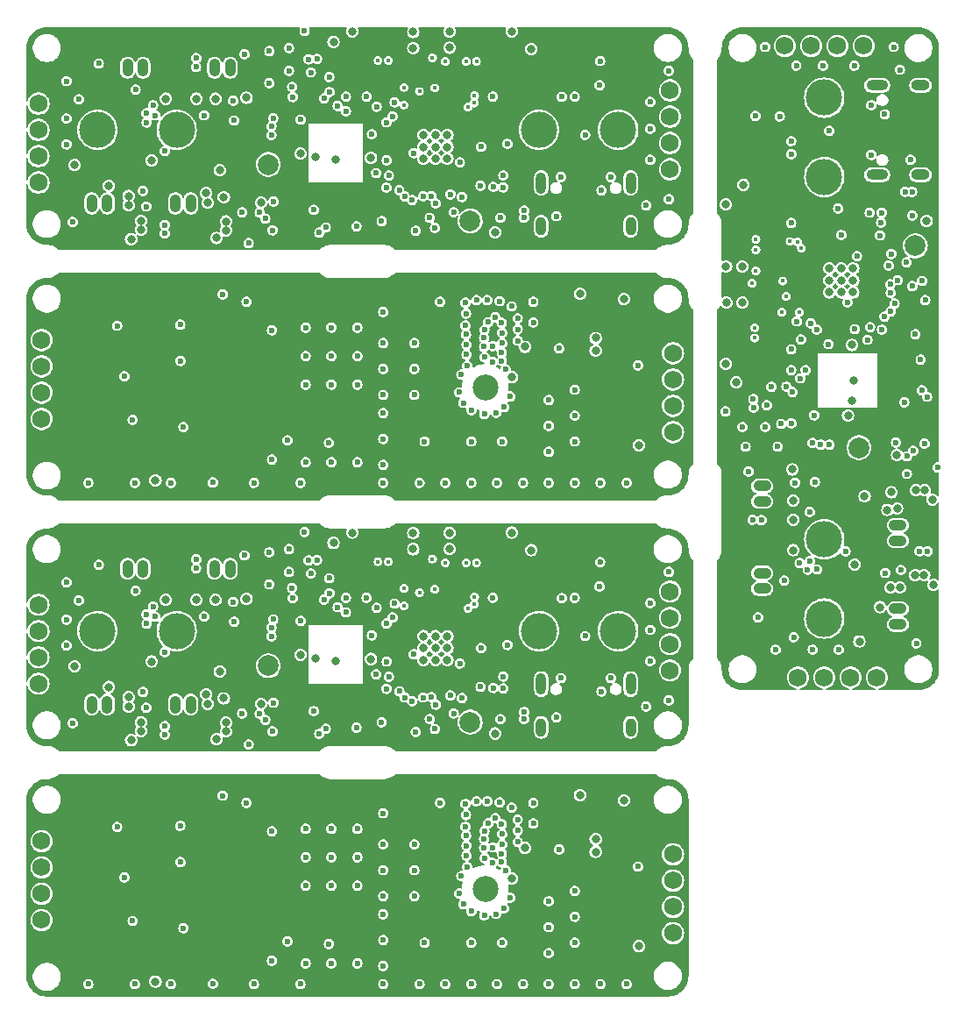
<source format=gbr>
%TF.GenerationSoftware,KiCad,Pcbnew,8.0.2*%
%TF.CreationDate,2024-05-05T17:49:43+09:00*%
%TF.ProjectId,ikafly_rev1_p,696b6166-6c79-45f7-9265-76315f702e6b,rev?*%
%TF.SameCoordinates,Original*%
%TF.FileFunction,Copper,L3,Inr*%
%TF.FilePolarity,Positive*%
%FSLAX46Y46*%
G04 Gerber Fmt 4.6, Leading zero omitted, Abs format (unit mm)*
G04 Created by KiCad (PCBNEW 8.0.2) date 2024-05-05 17:49:43*
%MOMM*%
%LPD*%
G01*
G04 APERTURE LIST*
%TA.AperFunction,ComponentPad*%
%ADD10O,1.730000X1.030000*%
%TD*%
%TA.AperFunction,ComponentPad*%
%ADD11C,2.000000*%
%TD*%
%TA.AperFunction,ComponentPad*%
%ADD12C,3.500000*%
%TD*%
%TA.AperFunction,ComponentPad*%
%ADD13O,2.100000X1.000000*%
%TD*%
%TA.AperFunction,ComponentPad*%
%ADD14O,1.800000X1.000000*%
%TD*%
%TA.AperFunction,ComponentPad*%
%ADD15C,1.750000*%
%TD*%
%TA.AperFunction,ComponentPad*%
%ADD16O,1.030000X1.730000*%
%TD*%
%TA.AperFunction,ComponentPad*%
%ADD17C,2.500000*%
%TD*%
%TA.AperFunction,ComponentPad*%
%ADD18O,1.000000X2.100000*%
%TD*%
%TA.AperFunction,ComponentPad*%
%ADD19O,1.000000X1.800000*%
%TD*%
%TA.AperFunction,ViaPad*%
%ADD20C,0.600000*%
%TD*%
%TA.AperFunction,ViaPad*%
%ADD21C,0.450000*%
%TD*%
%TA.AperFunction,ViaPad*%
%ADD22C,0.800000*%
%TD*%
G04 APERTURE END LIST*
D10*
%TO.N,N/C*%
%TO.C,J2*%
X170750000Y-99782500D03*
X170750000Y-101282500D03*
%TD*%
%TO.N,N/C*%
%TO.C,J1*%
X170750000Y-107852500D03*
X170750000Y-109352500D03*
%TD*%
D11*
%TO.N,N/C*%
%TO.C,AE3*%
X172450000Y-72800000D03*
%TD*%
%TO.N,N/C*%
%TO.C,AE2*%
X167000000Y-92300000D03*
%TD*%
D12*
%TO.N,N/C*%
%TO.C,BT1*%
X163650000Y-108800000D03*
X163650000Y-101150000D03*
X163650000Y-66150000D03*
X163650000Y-58500000D03*
%TD*%
D10*
%TO.N,N/C*%
%TO.C,J3*%
X157650000Y-105900000D03*
X157650000Y-104400000D03*
%TD*%
%TO.N,N/C*%
%TO.C,J4*%
X157650000Y-97487500D03*
X157650000Y-95987500D03*
%TD*%
D13*
%TO.N,N/C*%
%TO.C,J6*%
X168770000Y-65940000D03*
D14*
X172950000Y-65940000D03*
D13*
X168770000Y-57300000D03*
D14*
X172950000Y-57300000D03*
%TD*%
D15*
%TO.N,N/C*%
%TO.C,J5*%
X161115000Y-114500000D03*
X163655000Y-114500000D03*
X166195000Y-114500000D03*
X168735000Y-114500000D03*
X159845000Y-53500000D03*
X162385000Y-53500000D03*
X164925000Y-53500000D03*
X167465000Y-53500000D03*
%TD*%
D16*
%TO.N,N/C*%
%TO.C,J2*%
X102467500Y-117100000D03*
X100967500Y-117100000D03*
%TD*%
%TO.N,N/C*%
%TO.C,J1*%
X94397500Y-117100000D03*
X92897500Y-117100000D03*
%TD*%
D11*
%TO.N,N/C*%
%TO.C,AE3*%
X129450000Y-118800000D03*
%TD*%
%TO.N,N/C*%
%TO.C,AE2*%
X109950000Y-113350000D03*
%TD*%
D12*
%TO.N,N/C*%
%TO.C,BT1*%
X93450000Y-110000000D03*
X101100000Y-110000000D03*
X136100000Y-110000000D03*
X143750000Y-110000000D03*
%TD*%
D15*
%TO.N,N/C*%
%TO.C,J7*%
X149050000Y-131570000D03*
X149050000Y-134110000D03*
X149050000Y-136650000D03*
X149050000Y-139190000D03*
X88050000Y-130300000D03*
X88050000Y-132840000D03*
X88050000Y-135380000D03*
X88050000Y-137920000D03*
%TD*%
D17*
%TO.N,N/C*%
%TO.C,AE1*%
X130900000Y-134880000D03*
%TD*%
D16*
%TO.N,N/C*%
%TO.C,J3*%
X96350000Y-104000000D03*
X97850000Y-104000000D03*
%TD*%
%TO.N,N/C*%
%TO.C,J4*%
X104762500Y-104000000D03*
X106262500Y-104000000D03*
%TD*%
D18*
%TO.N,N/C*%
%TO.C,J6*%
X136310000Y-115120000D03*
D19*
X136310000Y-119300000D03*
D18*
X144950000Y-115120000D03*
D19*
X144950000Y-119300000D03*
%TD*%
D15*
%TO.N,N/C*%
%TO.C,J5*%
X87750000Y-107465000D03*
X87750000Y-110005000D03*
X87750000Y-112545000D03*
X87750000Y-115085000D03*
X148750000Y-106195000D03*
X148750000Y-108735000D03*
X148750000Y-111275000D03*
X148750000Y-113815000D03*
%TD*%
D16*
%TO.N,N/C*%
%TO.C,J2*%
X102467500Y-68700000D03*
X100967500Y-68700000D03*
%TD*%
%TO.N,N/C*%
%TO.C,J1*%
X94397500Y-68700000D03*
X92897500Y-68700000D03*
%TD*%
D11*
%TO.N,N/C*%
%TO.C,AE3*%
X129450000Y-70400000D03*
%TD*%
%TO.N,N/C*%
%TO.C,AE2*%
X109950000Y-64950000D03*
%TD*%
D12*
%TO.N,N/C*%
%TO.C,BT1*%
X93450000Y-61600000D03*
X101100000Y-61600000D03*
X136100000Y-61600000D03*
X143750000Y-61600000D03*
%TD*%
D15*
%TO.N,N/C*%
%TO.C,J7*%
X149050000Y-83170000D03*
X149050000Y-85710000D03*
X149050000Y-88250000D03*
X149050000Y-90790000D03*
X88050000Y-81900000D03*
X88050000Y-84440000D03*
X88050000Y-86980000D03*
X88050000Y-89520000D03*
%TD*%
D17*
%TO.N,N/C*%
%TO.C,AE1*%
X130900000Y-86480000D03*
%TD*%
D16*
%TO.N,N/C*%
%TO.C,J3*%
X96350000Y-55600000D03*
X97850000Y-55600000D03*
%TD*%
D18*
%TO.N,N/C*%
%TO.C,J6*%
X136310000Y-66720000D03*
D19*
X136310000Y-70900000D03*
D18*
X144950000Y-66720000D03*
D19*
X144950000Y-70900000D03*
%TD*%
D15*
%TO.N,N/C*%
%TO.C,J5*%
X87750000Y-59065000D03*
X87750000Y-61605000D03*
X87750000Y-64145000D03*
X87750000Y-66685000D03*
X148750000Y-57795000D03*
X148750000Y-60335000D03*
X148750000Y-62875000D03*
X148750000Y-65415000D03*
%TD*%
D16*
%TO.N,N/C*%
%TO.C,J4*%
X104762500Y-55600000D03*
X106262500Y-55600000D03*
%TD*%
D20*
%TO.N,*%
X173575000Y-87378470D03*
D21*
X160350000Y-72380000D03*
D20*
X172850000Y-102300000D03*
X167830000Y-81880000D03*
X160450000Y-82800000D03*
D22*
X170680000Y-93000000D03*
D20*
X170039999Y-76529999D03*
X168200000Y-59220000D03*
X160839878Y-95689878D03*
X162527386Y-91829723D03*
X161350000Y-85600000D03*
X170436475Y-78387026D03*
X166800000Y-73800000D03*
X168070000Y-80651921D03*
X170350000Y-53600000D03*
D22*
X170950000Y-105800000D03*
D20*
X165699998Y-102300000D03*
X170950000Y-55800000D03*
D22*
X169750000Y-98300000D03*
D20*
X169880000Y-74710000D03*
D21*
X161244167Y-79200000D03*
X157050000Y-73200000D03*
D20*
X169467099Y-79650381D03*
D22*
X170691914Y-98158086D03*
D20*
X172150000Y-76700000D03*
D21*
X161060000Y-72400000D03*
D20*
X161273899Y-103437498D03*
X166550000Y-55400000D03*
D22*
X170050000Y-105800000D03*
D20*
X170072337Y-79127227D03*
D21*
X157050000Y-72200000D03*
D20*
X171634288Y-93127210D03*
D22*
X173550000Y-70400000D03*
D20*
X173649503Y-102300000D03*
X158550000Y-86415500D03*
X164150000Y-92000000D03*
X172235996Y-92600000D03*
X170072023Y-77329357D03*
X169050000Y-71800000D03*
X169230000Y-80900000D03*
X156839281Y-88411755D03*
X165000000Y-69200000D03*
X169500000Y-60110000D03*
X160700000Y-110600000D03*
X171379500Y-87909500D03*
D22*
X160650000Y-97400000D03*
X174200000Y-105550000D03*
X154200000Y-78300000D03*
D20*
X161000000Y-80100000D03*
D21*
X156690964Y-76440251D03*
D20*
X162352500Y-80300000D03*
X166600000Y-80850000D03*
X171460000Y-67575000D03*
X165900000Y-78250000D03*
X161850000Y-84800000D03*
X160450000Y-84800000D03*
X162932500Y-80889878D03*
X168200000Y-64020000D03*
X161410122Y-81839878D03*
X160470000Y-63950000D03*
D22*
X154150498Y-68800000D03*
D20*
X171620866Y-94829134D03*
X162050000Y-104068107D03*
X162250000Y-103250000D03*
X171060000Y-104100000D03*
X170759017Y-76121250D03*
X164070000Y-82300000D03*
D22*
X160650000Y-99250000D03*
D20*
X160000000Y-86400000D03*
X155750000Y-90300000D03*
X165292000Y-71750000D03*
X173112500Y-76200000D03*
D21*
X159611559Y-76200001D03*
X159950000Y-77700000D03*
D20*
X172140000Y-67600000D03*
X173400000Y-78050000D03*
X160450000Y-62700000D03*
D21*
X161445000Y-73026646D03*
D20*
X173350000Y-91900000D03*
D21*
X159550000Y-79200000D03*
D22*
X167548716Y-96996238D03*
X155850000Y-66900498D03*
D20*
X172150000Y-69875000D03*
X156350000Y-94600000D03*
D22*
X174100000Y-97300000D03*
X173350000Y-96400000D03*
D20*
X172970000Y-83790000D03*
X157950000Y-90300000D03*
X157950000Y-53600000D03*
D22*
X154150498Y-84200000D03*
X154165000Y-74800000D03*
X166450000Y-77300000D03*
D21*
X156950000Y-80700000D03*
D20*
X160605329Y-86922285D03*
X156800000Y-87600000D03*
D22*
X160550000Y-94400000D03*
D20*
X159500000Y-90000000D03*
D22*
X165300000Y-77300000D03*
D20*
X162950000Y-104050000D03*
D22*
X167050000Y-111000000D03*
X164150000Y-76150000D03*
D20*
X169150000Y-70560000D03*
X168050000Y-69600000D03*
X160450000Y-70600000D03*
X162250000Y-98500000D03*
D22*
X166300000Y-87750000D03*
D20*
X159770000Y-105130000D03*
X159350000Y-60300000D03*
X169550000Y-104400000D03*
X162669057Y-89169057D03*
X165050000Y-111800000D03*
D22*
X166450000Y-76150000D03*
D20*
X154100000Y-88800000D03*
X170580000Y-91800000D03*
X172462110Y-81349374D03*
D22*
X169059235Y-107698316D03*
D21*
X156950000Y-81700000D03*
D22*
X155725000Y-74800000D03*
X170150000Y-96600000D03*
X155150000Y-85999502D03*
D20*
X156720000Y-99260000D03*
D21*
X157050000Y-75200000D03*
D20*
X162550000Y-111800000D03*
X162750000Y-95600000D03*
X158950000Y-111800000D03*
D22*
X166450000Y-75000000D03*
X166350000Y-82380000D03*
D20*
X171990000Y-64490000D03*
X158100000Y-88200000D03*
X157250000Y-108680000D03*
X160480000Y-89950000D03*
X156050000Y-92200000D03*
D22*
X166519950Y-85785225D03*
D20*
X164140000Y-61700000D03*
D22*
X173300000Y-104600000D03*
D20*
X160950000Y-55400000D03*
D22*
X166602708Y-103572170D03*
D20*
X173080000Y-86750000D03*
X174600000Y-94200000D03*
D22*
X165300000Y-76150000D03*
X165300000Y-75000000D03*
D20*
X170130000Y-73590000D03*
X157590000Y-99280000D03*
X169200000Y-69600000D03*
X157000000Y-60250000D03*
X171600000Y-74400000D03*
X163550000Y-55400000D03*
D22*
X160650000Y-102200000D03*
D20*
X163309057Y-92000000D03*
D22*
X172500497Y-96400000D03*
D20*
X159150000Y-92200000D03*
X172550000Y-111200000D03*
D22*
X164150000Y-75000000D03*
X165950000Y-89200000D03*
X164150000Y-77300000D03*
X172450497Y-104600000D03*
X155750000Y-78300000D03*
D20*
X101750000Y-138700000D03*
X114871530Y-119925000D03*
D21*
X129870000Y-106700000D03*
D20*
X105550000Y-125900000D03*
X96050000Y-133800000D03*
X96850000Y-138000000D03*
X99950000Y-119200000D03*
X120370000Y-114180000D03*
X119450000Y-106800000D03*
D22*
X109250000Y-117030000D03*
D20*
X125720001Y-116389999D03*
X143030000Y-114550000D03*
X106560122Y-107189878D03*
X110420277Y-108877386D03*
X116650000Y-107700000D03*
X123862974Y-116786475D03*
X128450000Y-113150000D03*
X121598079Y-114420000D03*
X148650000Y-116700000D03*
D22*
X96450000Y-117300000D03*
D20*
X99950000Y-112049998D03*
X146450000Y-117300000D03*
D22*
X103950000Y-116100000D03*
D20*
X127540000Y-116230000D03*
D21*
X123050000Y-107594167D03*
X129050000Y-103400000D03*
D20*
X122599619Y-115817099D03*
D22*
X104091914Y-117041914D03*
D20*
X125550000Y-118500000D03*
D21*
X129850000Y-107410000D03*
D20*
X98812502Y-107623899D03*
X146850000Y-112900000D03*
D22*
X96450000Y-116400000D03*
D20*
X123122773Y-116422337D03*
D21*
X130050000Y-103400000D03*
D20*
X109122790Y-117984288D03*
D22*
X131850000Y-119900000D03*
D20*
X99950000Y-119999503D03*
X115834500Y-104900000D03*
X110250000Y-110500000D03*
X109650000Y-118585996D03*
X124920643Y-116422023D03*
X130450000Y-115400000D03*
X121350000Y-115580000D03*
X113838245Y-103189281D03*
X132500500Y-131500000D03*
X133050000Y-111350000D03*
X132550000Y-129600000D03*
X142140000Y-115850000D03*
X132550000Y-140100000D03*
X118550000Y-129100000D03*
X91650000Y-107050000D03*
X134030000Y-129260000D03*
X114340500Y-117729500D03*
X129550000Y-140100000D03*
X134030000Y-130360000D03*
D22*
X104850000Y-107000000D03*
D20*
X129550000Y-144100000D03*
D22*
X96700000Y-120550000D03*
X123950000Y-100550000D03*
D20*
X100550000Y-144100000D03*
X122150000Y-107350000D03*
X130800000Y-130100000D03*
D21*
X125809749Y-103040964D03*
D20*
X121950000Y-108702500D03*
X121400000Y-112950000D03*
X134675000Y-117810000D03*
X124000000Y-112250000D03*
X117450000Y-108200000D03*
D22*
X141570000Y-130100000D03*
D20*
X117450000Y-106800000D03*
X121360122Y-109282500D03*
X138230000Y-114550000D03*
X120410122Y-107760122D03*
X131175000Y-128575000D03*
X138300000Y-106820000D03*
D22*
X133450000Y-100500498D03*
D20*
X107420866Y-117970866D03*
D22*
X140050000Y-125850000D03*
D20*
X98181893Y-108400000D03*
X145650000Y-132750000D03*
X99000000Y-108600000D03*
X98150000Y-117410000D03*
X126128750Y-117109017D03*
X119950000Y-110420000D03*
D22*
X103000000Y-107000000D03*
X141570000Y-131320000D03*
D20*
X115850000Y-106350000D03*
X111950000Y-102100000D03*
X130500000Y-111642000D03*
X126050000Y-119462500D03*
D21*
X126049999Y-105961559D03*
X124550000Y-106300000D03*
D20*
X134650000Y-118490000D03*
X124200000Y-119750000D03*
X139550000Y-106800000D03*
D21*
X129223354Y-107795000D03*
D20*
X110350000Y-119700000D03*
D21*
X123050000Y-105900000D03*
D20*
X129000000Y-126700000D03*
X137050000Y-136100000D03*
D22*
X105253762Y-113898716D03*
X135349502Y-102200000D03*
D20*
X129566985Y-137053840D03*
X118550000Y-131850000D03*
X116050000Y-134600000D03*
X121050000Y-130600000D03*
X121050000Y-127600000D03*
X121050000Y-137350000D03*
X101437500Y-128820000D03*
X132375000Y-118500000D03*
X134550000Y-144100000D03*
X107650000Y-102700000D03*
X131890000Y-128080000D03*
X113550000Y-134600000D03*
X115800000Y-140225000D03*
X132300000Y-126550000D03*
X128790000Y-136370000D03*
X108550000Y-144100000D03*
X110300000Y-129350000D03*
X130810000Y-137460000D03*
D22*
X104950000Y-120450000D03*
X105850000Y-119700000D03*
D20*
X118460000Y-119320000D03*
X111950000Y-104300000D03*
X118550000Y-142100000D03*
X129100000Y-130750000D03*
X148650000Y-104300000D03*
X131650000Y-130900000D03*
X139550000Y-135100000D03*
X121050000Y-139850000D03*
X132050000Y-144100000D03*
D22*
X118050000Y-100500498D03*
X127450000Y-100515000D03*
X124950000Y-112800000D03*
D20*
X121050000Y-144100000D03*
X131950000Y-137330000D03*
X95337500Y-128920000D03*
D21*
X121550000Y-103300000D03*
D20*
X115327715Y-106955329D03*
X114650000Y-103150000D03*
X144550000Y-144100000D03*
D22*
X107850000Y-106900000D03*
D20*
X112250000Y-105850000D03*
D22*
X124950000Y-111650000D03*
D20*
X98200000Y-109300000D03*
X121050000Y-135600000D03*
D22*
X91250000Y-113400000D03*
D20*
X135550000Y-128600000D03*
X111800000Y-139975000D03*
D22*
X126100000Y-110500000D03*
D20*
X131690000Y-115500000D03*
X127050000Y-144100000D03*
X116050000Y-142100000D03*
D22*
X134750000Y-130950000D03*
X144300000Y-126350000D03*
X99050000Y-143850000D03*
D20*
X129000000Y-128900000D03*
X113550000Y-129100000D03*
X132650000Y-114400000D03*
X137050000Y-138600000D03*
X131650000Y-106800000D03*
X103750000Y-108600000D03*
D22*
X114500000Y-112650000D03*
D20*
X97120000Y-106120000D03*
X141950000Y-105700000D03*
X97850000Y-115900000D03*
X113080943Y-109019057D03*
X97050000Y-144100000D03*
X132500500Y-132318772D03*
X132873056Y-133126944D03*
X90450000Y-111400000D03*
X131590000Y-132390000D03*
X107850000Y-126600000D03*
D22*
X126100000Y-112800000D03*
D20*
X113450000Y-100450000D03*
X113050000Y-144100000D03*
X110450000Y-116930000D03*
X120900626Y-118812110D03*
X118550000Y-134600000D03*
D22*
X94551684Y-115409235D03*
D20*
X110300000Y-141850000D03*
X129100000Y-131700000D03*
D21*
X120550000Y-103300000D03*
D22*
X127450000Y-102075000D03*
D20*
X113550000Y-131850000D03*
D22*
X105650000Y-116500000D03*
X116250498Y-101500000D03*
D20*
X102990000Y-103070000D03*
X116050000Y-131850000D03*
D21*
X127050000Y-103400000D03*
D20*
X137050000Y-141100000D03*
X134030000Y-128210000D03*
X90450000Y-108900000D03*
X126550000Y-126600000D03*
X106650000Y-109100000D03*
X129050000Y-127750000D03*
X90450000Y-105300000D03*
D22*
X127250000Y-112800000D03*
D20*
X133450000Y-127050000D03*
D22*
X119870000Y-112700000D03*
D20*
X137760000Y-118340000D03*
X124050000Y-130600000D03*
X101462500Y-132320000D03*
X114050000Y-104450000D03*
X130820000Y-129310000D03*
X130850000Y-131950000D03*
X93570000Y-103600000D03*
X112300000Y-106830000D03*
X110050000Y-102400000D03*
X113550000Y-142100000D03*
X116050000Y-129100000D03*
D22*
X116464775Y-112869950D03*
D20*
X140550000Y-110490000D03*
X139550000Y-140100000D03*
X139550000Y-144100000D03*
D22*
X97650000Y-119650000D03*
D20*
X129050000Y-129750000D03*
X146850000Y-107300000D03*
D22*
X98677830Y-112952708D03*
D20*
X115500000Y-119430000D03*
X108050000Y-120950000D03*
D22*
X126100000Y-111650000D03*
D20*
X129150000Y-132800000D03*
X125050000Y-140100000D03*
D22*
X127250000Y-111650000D03*
D20*
X128660000Y-116480000D03*
X132750000Y-136780000D03*
X132550000Y-130600000D03*
X102970000Y-103940000D03*
X124550000Y-144100000D03*
X135550000Y-126600000D03*
X132650000Y-115550000D03*
X139550000Y-137600000D03*
X132500500Y-128650000D03*
X142000000Y-103350000D03*
X142050000Y-144100000D03*
X137050000Y-144100000D03*
D22*
X133500000Y-133900000D03*
D20*
X127850000Y-117950000D03*
X146850000Y-109900000D03*
D22*
X145750000Y-140450000D03*
X100050000Y-107000000D03*
D20*
X92550000Y-144100000D03*
X110250000Y-109659057D03*
X128370000Y-135350000D03*
X131100000Y-126450000D03*
D22*
X105850000Y-118850497D03*
D20*
X110050000Y-105500000D03*
X130800000Y-130950000D03*
X124050000Y-135600000D03*
X128600000Y-133650000D03*
X91050000Y-118900000D03*
D22*
X127250000Y-110500000D03*
D20*
X121050000Y-133100000D03*
X130050000Y-126450000D03*
D22*
X113050000Y-112300000D03*
D20*
X104587381Y-144061634D03*
X124050000Y-133100000D03*
X121050000Y-142350000D03*
X133320000Y-135760000D03*
D22*
X124950000Y-110500000D03*
X97650000Y-118800497D03*
D20*
X138050000Y-131100000D03*
D22*
X123950000Y-102100000D03*
D20*
X101750000Y-90300000D03*
X96850000Y-89600000D03*
X105550000Y-77500000D03*
X96050000Y-85400000D03*
X114871530Y-71525000D03*
D21*
X129870000Y-58300000D03*
D20*
X99950000Y-70800000D03*
X120370000Y-65780000D03*
X148650000Y-68300000D03*
X99950000Y-71599503D03*
X99950000Y-63649998D03*
X146450000Y-68900000D03*
D22*
X103950000Y-67700000D03*
D20*
X124920643Y-68022023D03*
X106560122Y-58789878D03*
X130450000Y-67000000D03*
D22*
X104091914Y-68641914D03*
D20*
X109650000Y-70185996D03*
X125550000Y-70100000D03*
X127540000Y-67830000D03*
D21*
X129850000Y-59010000D03*
D20*
X146850000Y-64500000D03*
X98812502Y-59223899D03*
X109122790Y-69584288D03*
D22*
X109250000Y-68630000D03*
D20*
X123122773Y-68022337D03*
D22*
X131850000Y-71500000D03*
D21*
X130050000Y-55000000D03*
D22*
X96450000Y-68000000D03*
D20*
X123862974Y-68386475D03*
X121350000Y-67180000D03*
X125720001Y-67989999D03*
X122599619Y-67417099D03*
D21*
X129050000Y-55000000D03*
D22*
X96450000Y-68900000D03*
D20*
X121598079Y-66020000D03*
X110250000Y-62100000D03*
X110420277Y-60477386D03*
D21*
X123050000Y-59194167D03*
D20*
X115834500Y-56500000D03*
X116650000Y-59300000D03*
X119450000Y-58400000D03*
X143030000Y-66150000D03*
X128450000Y-64750000D03*
X117450000Y-58400000D03*
X121360122Y-60882500D03*
D21*
X129223354Y-59395000D03*
D20*
X120410122Y-59360122D03*
X98150000Y-69010000D03*
X134675000Y-69410000D03*
X126128750Y-68709017D03*
X110350000Y-71300000D03*
D22*
X103000000Y-58600000D03*
D20*
X126050000Y-71062500D03*
D21*
X126049999Y-57561559D03*
X123050000Y-57500000D03*
D20*
X138300000Y-58420000D03*
D21*
X124550000Y-57900000D03*
X125809749Y-54640964D03*
D20*
X121950000Y-60302500D03*
D22*
X141570000Y-82920000D03*
D20*
X134650000Y-70090000D03*
X115850000Y-57950000D03*
X124000000Y-63850000D03*
X131175000Y-80175000D03*
X145650000Y-84350000D03*
D22*
X141570000Y-81700000D03*
X133450000Y-52100498D03*
D20*
X130500000Y-63242000D03*
X138230000Y-66150000D03*
X111950000Y-53700000D03*
X99000000Y-60200000D03*
X121400000Y-64550000D03*
X139550000Y-58400000D03*
X107420866Y-69570866D03*
X124200000Y-71350000D03*
X130800000Y-81700000D03*
X117450000Y-59800000D03*
D22*
X140050000Y-77450000D03*
D20*
X119950000Y-62020000D03*
X98181893Y-60000000D03*
X95337500Y-80520000D03*
D21*
X121550000Y-54900000D03*
D22*
X126100000Y-62100000D03*
D20*
X127050000Y-95700000D03*
D22*
X91250000Y-65000000D03*
D20*
X111800000Y-91575000D03*
X131650000Y-82500000D03*
X148650000Y-55900000D03*
X139550000Y-86700000D03*
X108550000Y-95700000D03*
X110300000Y-80950000D03*
X114650000Y-54750000D03*
X98200000Y-60900000D03*
D22*
X107850000Y-58500000D03*
D20*
X132050000Y-95700000D03*
X130810000Y-89060000D03*
X144550000Y-95700000D03*
D22*
X105850000Y-71300000D03*
D20*
X128790000Y-87970000D03*
X112250000Y-57450000D03*
D22*
X124950000Y-63250000D03*
X118050000Y-52100498D03*
D20*
X118460000Y-70920000D03*
D22*
X127450000Y-52115000D03*
X124950000Y-64400000D03*
D20*
X115327715Y-58555329D03*
X131690000Y-67100000D03*
D22*
X104950000Y-72050000D03*
D20*
X135550000Y-80200000D03*
X129100000Y-82350000D03*
X121050000Y-95700000D03*
X121050000Y-87200000D03*
X121050000Y-91450000D03*
X131950000Y-88930000D03*
X116050000Y-93700000D03*
X118550000Y-93700000D03*
X111950000Y-55900000D03*
X130850000Y-83550000D03*
X93570000Y-55200000D03*
D22*
X127250000Y-64400000D03*
D20*
X90450000Y-56900000D03*
X107850000Y-78200000D03*
D22*
X119870000Y-64300000D03*
D20*
X113450000Y-52050000D03*
D22*
X126100000Y-64400000D03*
D20*
X113050000Y-95700000D03*
X112300000Y-58430000D03*
X110450000Y-68530000D03*
X118550000Y-86200000D03*
D22*
X127450000Y-53675000D03*
D20*
X113550000Y-83450000D03*
X130820000Y-80910000D03*
D22*
X105650000Y-68100000D03*
D20*
X101462500Y-83920000D03*
X134030000Y-79810000D03*
X120900626Y-70412110D03*
X131590000Y-83990000D03*
X90450000Y-60500000D03*
X129100000Y-83300000D03*
X126550000Y-78200000D03*
X102990000Y-54670000D03*
X106650000Y-60700000D03*
X110300000Y-93450000D03*
D21*
X120550000Y-54900000D03*
D22*
X116250498Y-53100000D03*
D20*
X129050000Y-79350000D03*
D22*
X94551684Y-67009235D03*
D20*
X116050000Y-83450000D03*
D21*
X127050000Y-55000000D03*
D20*
X137760000Y-69940000D03*
X114050000Y-56050000D03*
X124050000Y-82200000D03*
X137050000Y-92700000D03*
X133450000Y-78650000D03*
D22*
X99050000Y-95450000D03*
D20*
X113550000Y-80700000D03*
X137050000Y-90200000D03*
X131650000Y-58400000D03*
X90450000Y-63000000D03*
X97050000Y-95700000D03*
D22*
X114500000Y-64250000D03*
D20*
X132873056Y-84726944D03*
X132650000Y-66000000D03*
X113080943Y-60619057D03*
D22*
X134750000Y-82550000D03*
D20*
X129000000Y-80500000D03*
X97850000Y-67500000D03*
X97120000Y-57720000D03*
X103750000Y-60200000D03*
X132500500Y-83918772D03*
X141950000Y-57300000D03*
D22*
X144300000Y-77950000D03*
D20*
X129550000Y-95700000D03*
X132550000Y-81200000D03*
X142140000Y-67450000D03*
D22*
X96700000Y-72150000D03*
D20*
X114340500Y-69329500D03*
X113838245Y-54789281D03*
X100550000Y-95700000D03*
X134030000Y-81960000D03*
D22*
X104850000Y-58600000D03*
D20*
X118550000Y-80700000D03*
X132500500Y-83100000D03*
X91650000Y-58650000D03*
X134030000Y-80860000D03*
X129550000Y-91700000D03*
X122150000Y-58950000D03*
X133050000Y-62950000D03*
D22*
X123950000Y-52150000D03*
D20*
X132550000Y-91700000D03*
D22*
X135349502Y-53800000D03*
X105253762Y-65498716D03*
D20*
X118550000Y-83450000D03*
X129566985Y-88653840D03*
X121050000Y-79200000D03*
X113550000Y-86200000D03*
X121050000Y-88950000D03*
X101437500Y-80420000D03*
X137050000Y-87700000D03*
X116050000Y-86200000D03*
X121050000Y-82200000D03*
X132375000Y-70100000D03*
X134550000Y-95700000D03*
X107650000Y-54300000D03*
X115800000Y-91825000D03*
X131890000Y-79680000D03*
X129000000Y-78300000D03*
X132300000Y-78150000D03*
X140550000Y-62090000D03*
X139550000Y-95700000D03*
X113550000Y-93700000D03*
X129050000Y-81350000D03*
X115500000Y-71030000D03*
D22*
X116464775Y-64469950D03*
D20*
X129150000Y-84400000D03*
D22*
X126100000Y-63250000D03*
D20*
X110050000Y-54000000D03*
X128660000Y-68080000D03*
X116050000Y-80700000D03*
D22*
X97650000Y-71250000D03*
D20*
X125050000Y-91700000D03*
X108050000Y-72550000D03*
X139550000Y-91700000D03*
X146850000Y-58900000D03*
D22*
X127250000Y-63250000D03*
X98677830Y-64552708D03*
D20*
X124550000Y-95700000D03*
X146850000Y-61500000D03*
D22*
X145750000Y-92050000D03*
X100050000Y-58600000D03*
D20*
X135550000Y-78200000D03*
X132550000Y-82200000D03*
X92550000Y-95700000D03*
D22*
X133500000Y-85500000D03*
D20*
X127850000Y-69550000D03*
X132650000Y-67150000D03*
X102970000Y-55540000D03*
X132500500Y-80250000D03*
X142000000Y-54950000D03*
X137050000Y-95700000D03*
X110250000Y-61259057D03*
X132750000Y-88380000D03*
X139550000Y-89200000D03*
X142050000Y-95700000D03*
X104587381Y-95661634D03*
X124050000Y-84700000D03*
X121050000Y-93950000D03*
X133320000Y-87360000D03*
X121050000Y-84700000D03*
D22*
X113050000Y-63900000D03*
X124950000Y-62100000D03*
X97650000Y-70400497D03*
D20*
X130050000Y-78050000D03*
X110050000Y-57100000D03*
X130800000Y-82550000D03*
X124050000Y-87200000D03*
D22*
X105850000Y-70450497D03*
D20*
X128600000Y-85250000D03*
D22*
X127250000Y-62100000D03*
D20*
X131100000Y-78050000D03*
X91050000Y-70500000D03*
X128370000Y-86950000D03*
D22*
X123950000Y-53700000D03*
D20*
X138050000Y-82700000D03*
%TD*%
%TA.AperFunction,NonConductor*%
G36*
X112996569Y-51722174D02*
G01*
X113018243Y-51774500D01*
X113011556Y-51805237D01*
X112969841Y-51896579D01*
X112964834Y-51907545D01*
X112944353Y-52050000D01*
X112964834Y-52192454D01*
X112964834Y-52192455D01*
X112964835Y-52192457D01*
X113017037Y-52306762D01*
X113024623Y-52323373D01*
X113118868Y-52432139D01*
X113118869Y-52432140D01*
X113118872Y-52432143D01*
X113239947Y-52509953D01*
X113346403Y-52541211D01*
X113378035Y-52550499D01*
X113378037Y-52550500D01*
X113378039Y-52550500D01*
X113521963Y-52550500D01*
X113521964Y-52550499D01*
X113660053Y-52509953D01*
X113781128Y-52432143D01*
X113875377Y-52323373D01*
X113935165Y-52192457D01*
X113955647Y-52050000D01*
X113935165Y-51907543D01*
X113888443Y-51805239D01*
X113886423Y-51748640D01*
X113925016Y-51707187D01*
X113955757Y-51700500D01*
X117454959Y-51700500D01*
X117507285Y-51722174D01*
X117528959Y-51774500D01*
X117523326Y-51802818D01*
X117519457Y-51812159D01*
X117464955Y-51943736D01*
X117464955Y-51943737D01*
X117444318Y-52100498D01*
X117464955Y-52257258D01*
X117464955Y-52257259D01*
X117525464Y-52403339D01*
X117621715Y-52528777D01*
X117621720Y-52528782D01*
X117686230Y-52578282D01*
X117747159Y-52625034D01*
X117893238Y-52685542D01*
X118050000Y-52706180D01*
X118206762Y-52685542D01*
X118352841Y-52625034D01*
X118478282Y-52528780D01*
X118574536Y-52403339D01*
X118635044Y-52257260D01*
X118655682Y-52100498D01*
X118635044Y-51943736D01*
X118576674Y-51802818D01*
X118576674Y-51746181D01*
X118616722Y-51706133D01*
X118645041Y-51700500D01*
X123387942Y-51700500D01*
X123440268Y-51722174D01*
X123461942Y-51774500D01*
X123446650Y-51819548D01*
X123425464Y-51847158D01*
X123364955Y-51993238D01*
X123364955Y-51993239D01*
X123344318Y-52150000D01*
X123364955Y-52306760D01*
X123364955Y-52306761D01*
X123425464Y-52452841D01*
X123521715Y-52578279D01*
X123521720Y-52578284D01*
X123601545Y-52639535D01*
X123647159Y-52674536D01*
X123793238Y-52735044D01*
X123950000Y-52755682D01*
X124106762Y-52735044D01*
X124252841Y-52674536D01*
X124378282Y-52578282D01*
X124474536Y-52452841D01*
X124535044Y-52306762D01*
X124555682Y-52150000D01*
X124535044Y-51993238D01*
X124474536Y-51847159D01*
X124468666Y-51839509D01*
X124453350Y-51819548D01*
X124438691Y-51764841D01*
X124467010Y-51715792D01*
X124512058Y-51700500D01*
X126861758Y-51700500D01*
X126914084Y-51722174D01*
X126935758Y-51774500D01*
X126926914Y-51807509D01*
X126927320Y-51807678D01*
X126926043Y-51810759D01*
X126925846Y-51811497D01*
X126925464Y-51812158D01*
X126864955Y-51958238D01*
X126864955Y-51958239D01*
X126844318Y-52115000D01*
X126864955Y-52271760D01*
X126864955Y-52271761D01*
X126925464Y-52417841D01*
X127021715Y-52543279D01*
X127021720Y-52543284D01*
X127105345Y-52607451D01*
X127147159Y-52639536D01*
X127293238Y-52700044D01*
X127450000Y-52720682D01*
X127606762Y-52700044D01*
X127752841Y-52639536D01*
X127878282Y-52543282D01*
X127974536Y-52417841D01*
X128035044Y-52271762D01*
X128055682Y-52115000D01*
X128035044Y-51958238D01*
X127974536Y-51812159D01*
X127974534Y-51812156D01*
X127974154Y-51811497D01*
X127974103Y-51811115D01*
X127972680Y-51807678D01*
X127973601Y-51807296D01*
X127966765Y-51755344D01*
X128001245Y-51710412D01*
X128038242Y-51700500D01*
X132854959Y-51700500D01*
X132907285Y-51722174D01*
X132928959Y-51774500D01*
X132923326Y-51802818D01*
X132919457Y-51812159D01*
X132864955Y-51943736D01*
X132864955Y-51943737D01*
X132844318Y-52100498D01*
X132864955Y-52257258D01*
X132864955Y-52257259D01*
X132925464Y-52403339D01*
X133021715Y-52528777D01*
X133021720Y-52528782D01*
X133086230Y-52578282D01*
X133147159Y-52625034D01*
X133293238Y-52685542D01*
X133450000Y-52706180D01*
X133606762Y-52685542D01*
X133752841Y-52625034D01*
X133878282Y-52528780D01*
X133974536Y-52403339D01*
X134035044Y-52257260D01*
X134055682Y-52100498D01*
X134035044Y-51943736D01*
X133976674Y-51802818D01*
X133976674Y-51746181D01*
X134016722Y-51706133D01*
X134045041Y-51700500D01*
X148484108Y-51700500D01*
X148547571Y-51700500D01*
X148552411Y-51700658D01*
X148806151Y-51717289D01*
X148815747Y-51718552D01*
X149062751Y-51767684D01*
X149072097Y-51770188D01*
X149310586Y-51851145D01*
X149319523Y-51854847D01*
X149545409Y-51966241D01*
X149553774Y-51971071D01*
X149763189Y-52110998D01*
X149770859Y-52116883D01*
X149808622Y-52150000D01*
X149960213Y-52282942D01*
X149967057Y-52289786D01*
X150091897Y-52432139D01*
X150133112Y-52479135D01*
X150139003Y-52486812D01*
X150271790Y-52685542D01*
X150278923Y-52696216D01*
X150283760Y-52704595D01*
X150308954Y-52755681D01*
X150395151Y-52930473D01*
X150398855Y-52939415D01*
X150479810Y-53177900D01*
X150482315Y-53187250D01*
X150531446Y-53434251D01*
X150532710Y-53443848D01*
X150549342Y-53697589D01*
X150549500Y-53702429D01*
X150549500Y-53819941D01*
X150579087Y-54016240D01*
X150585253Y-54057150D01*
X150655956Y-54286359D01*
X150655959Y-54286368D01*
X150760040Y-54502494D01*
X150895170Y-54700694D01*
X150980246Y-54792384D01*
X151000000Y-54842716D01*
X151000000Y-69557282D01*
X150980246Y-69607614D01*
X150895175Y-69699299D01*
X150895172Y-69699303D01*
X150760040Y-69897505D01*
X150655959Y-70113632D01*
X150655956Y-70113640D01*
X150585253Y-70342849D01*
X150580652Y-70373374D01*
X150549500Y-70580059D01*
X150549500Y-70580063D01*
X150549500Y-70697570D01*
X150549342Y-70702410D01*
X150532710Y-70956151D01*
X150531446Y-70965748D01*
X150482315Y-71212749D01*
X150479810Y-71222099D01*
X150398855Y-71460584D01*
X150395151Y-71469526D01*
X150283763Y-71695400D01*
X150278923Y-71703783D01*
X150139005Y-71913184D01*
X150133112Y-71920864D01*
X149967057Y-72110213D01*
X149960213Y-72117057D01*
X149770864Y-72283112D01*
X149763184Y-72289005D01*
X149553783Y-72428923D01*
X149545400Y-72433763D01*
X149319526Y-72545151D01*
X149310584Y-72548855D01*
X149072099Y-72629810D01*
X149062749Y-72632315D01*
X148815748Y-72681446D01*
X148806151Y-72682710D01*
X148552411Y-72699342D01*
X148547571Y-72699500D01*
X148430059Y-72699500D01*
X148253214Y-72726154D01*
X148192849Y-72735253D01*
X147963640Y-72805956D01*
X147963632Y-72805959D01*
X147747505Y-72910040D01*
X147715085Y-72932144D01*
X147549306Y-73045170D01*
X147403728Y-73180246D01*
X147353397Y-73200000D01*
X122246603Y-73200000D01*
X122196271Y-73180246D01*
X122050694Y-73045170D01*
X121852494Y-72910040D01*
X121636368Y-72805959D01*
X121636362Y-72805957D01*
X121636359Y-72805956D01*
X121407150Y-72735253D01*
X121387296Y-72732260D01*
X121169941Y-72699500D01*
X121115892Y-72699500D01*
X116115892Y-72699500D01*
X116050000Y-72699500D01*
X115930059Y-72699500D01*
X115753214Y-72726154D01*
X115692849Y-72735253D01*
X115463640Y-72805956D01*
X115463632Y-72805959D01*
X115247505Y-72910040D01*
X115215085Y-72932144D01*
X115049306Y-73045170D01*
X114903728Y-73180246D01*
X114853397Y-73200000D01*
X89746603Y-73200000D01*
X89696271Y-73180246D01*
X89550694Y-73045170D01*
X89352494Y-72910040D01*
X89136368Y-72805959D01*
X89136362Y-72805957D01*
X89136359Y-72805956D01*
X88907150Y-72735253D01*
X88887296Y-72732260D01*
X88669941Y-72699500D01*
X88669937Y-72699500D01*
X88552429Y-72699500D01*
X88547589Y-72699342D01*
X88293848Y-72682710D01*
X88284251Y-72681446D01*
X88037250Y-72632315D01*
X88027900Y-72629810D01*
X87789415Y-72548855D01*
X87780473Y-72545151D01*
X87593286Y-72452841D01*
X87554595Y-72433760D01*
X87546220Y-72428925D01*
X87336812Y-72289003D01*
X87329135Y-72283112D01*
X87321740Y-72276627D01*
X87242072Y-72206760D01*
X87177350Y-72150000D01*
X96094318Y-72150000D01*
X96114955Y-72306760D01*
X96114955Y-72306761D01*
X96175464Y-72452841D01*
X96271715Y-72578279D01*
X96271720Y-72578284D01*
X96342135Y-72632315D01*
X96397159Y-72674536D01*
X96543238Y-72735044D01*
X96700000Y-72755682D01*
X96856762Y-72735044D01*
X97002841Y-72674536D01*
X97128282Y-72578282D01*
X97224536Y-72452841D01*
X97285044Y-72306762D01*
X97305682Y-72150000D01*
X97285044Y-71993238D01*
X97228992Y-71857916D01*
X97228992Y-71801279D01*
X97269040Y-71761231D01*
X97325678Y-71761231D01*
X97342408Y-71770890D01*
X97347159Y-71774536D01*
X97493238Y-71835044D01*
X97650000Y-71855682D01*
X97806762Y-71835044D01*
X97952841Y-71774536D01*
X98078282Y-71678282D01*
X98174536Y-71552841D01*
X98235044Y-71406762D01*
X98255682Y-71250000D01*
X98235044Y-71093238D01*
X98174536Y-70947159D01*
X98115556Y-70870294D01*
X98100898Y-70815589D01*
X98107355Y-70800000D01*
X99444353Y-70800000D01*
X99464834Y-70942454D01*
X99464834Y-70942455D01*
X99464835Y-70942457D01*
X99506957Y-71034690D01*
X99524623Y-71073373D01*
X99592139Y-71151292D01*
X99610024Y-71205031D01*
X99592139Y-71248210D01*
X99524623Y-71326128D01*
X99464834Y-71457048D01*
X99444353Y-71599503D01*
X99464834Y-71741957D01*
X99464834Y-71741958D01*
X99464835Y-71741960D01*
X99492639Y-71802841D01*
X99524623Y-71872876D01*
X99618868Y-71981642D01*
X99618869Y-71981643D01*
X99618872Y-71981646D01*
X99739947Y-72059456D01*
X99827093Y-72085044D01*
X99878035Y-72100002D01*
X99878037Y-72100003D01*
X99878039Y-72100003D01*
X100021963Y-72100003D01*
X100021964Y-72100002D01*
X100160053Y-72059456D01*
X100174767Y-72050000D01*
X104344318Y-72050000D01*
X104364955Y-72206760D01*
X104364955Y-72206761D01*
X104425464Y-72352841D01*
X104521715Y-72478279D01*
X104521720Y-72478284D01*
X104605345Y-72542451D01*
X104647159Y-72574536D01*
X104793238Y-72635044D01*
X104950000Y-72655682D01*
X105106762Y-72635044D01*
X105252841Y-72574536D01*
X105284817Y-72550000D01*
X107544353Y-72550000D01*
X107564834Y-72692454D01*
X107564834Y-72692455D01*
X107564835Y-72692457D01*
X107593709Y-72755681D01*
X107624623Y-72823373D01*
X107718868Y-72932139D01*
X107718869Y-72932140D01*
X107718872Y-72932143D01*
X107839947Y-73009953D01*
X107946403Y-73041211D01*
X107978035Y-73050499D01*
X107978037Y-73050500D01*
X107978039Y-73050500D01*
X108121963Y-73050500D01*
X108121964Y-73050499D01*
X108260053Y-73009953D01*
X108381128Y-72932143D01*
X108475377Y-72823373D01*
X108535165Y-72692457D01*
X108555647Y-72550000D01*
X108535165Y-72407543D01*
X108475377Y-72276627D01*
X108414838Y-72206761D01*
X108381131Y-72167860D01*
X108381129Y-72167859D01*
X108381128Y-72167857D01*
X108324182Y-72131260D01*
X108260054Y-72090047D01*
X108260050Y-72090046D01*
X108121964Y-72049500D01*
X108121961Y-72049500D01*
X107978039Y-72049500D01*
X107978036Y-72049500D01*
X107839949Y-72090046D01*
X107839945Y-72090047D01*
X107718875Y-72167855D01*
X107718868Y-72167860D01*
X107624623Y-72276626D01*
X107564834Y-72407545D01*
X107544353Y-72550000D01*
X105284817Y-72550000D01*
X105378282Y-72478282D01*
X105474536Y-72352841D01*
X105535044Y-72206762D01*
X105555682Y-72050000D01*
X105541508Y-71942339D01*
X105556167Y-71887634D01*
X105605216Y-71859315D01*
X105643193Y-71864314D01*
X105693238Y-71885044D01*
X105850000Y-71905682D01*
X106006762Y-71885044D01*
X106152841Y-71824536D01*
X106278282Y-71728282D01*
X106374536Y-71602841D01*
X106435044Y-71456762D01*
X106455682Y-71300000D01*
X109844353Y-71300000D01*
X109864834Y-71442454D01*
X109864834Y-71442455D01*
X109864835Y-71442457D01*
X109905043Y-71530499D01*
X109924623Y-71573373D01*
X110018868Y-71682139D01*
X110018869Y-71682140D01*
X110018872Y-71682143D01*
X110096674Y-71732143D01*
X110120037Y-71747158D01*
X110139947Y-71759953D01*
X110246403Y-71791211D01*
X110278035Y-71800499D01*
X110278037Y-71800500D01*
X110278039Y-71800500D01*
X110421963Y-71800500D01*
X110421964Y-71800499D01*
X110560053Y-71759953D01*
X110681128Y-71682143D01*
X110775377Y-71573373D01*
X110797468Y-71525000D01*
X114365883Y-71525000D01*
X114386364Y-71667454D01*
X114386364Y-71667455D01*
X114386365Y-71667457D01*
X114422482Y-71746542D01*
X114446153Y-71798373D01*
X114540398Y-71907139D01*
X114540399Y-71907140D01*
X114540402Y-71907143D01*
X114609512Y-71951557D01*
X114656332Y-71981647D01*
X114661477Y-71984953D01*
X114767933Y-72016211D01*
X114799565Y-72025499D01*
X114799567Y-72025500D01*
X114799569Y-72025500D01*
X114943493Y-72025500D01*
X114943494Y-72025499D01*
X114946774Y-72024536D01*
X115081583Y-71984953D01*
X115202658Y-71907143D01*
X115296907Y-71798373D01*
X115356695Y-71667457D01*
X115367261Y-71593969D01*
X115396161Y-71545260D01*
X115440508Y-71530500D01*
X115571963Y-71530500D01*
X115571964Y-71530499D01*
X115590692Y-71525000D01*
X115710053Y-71489953D01*
X115831128Y-71412143D01*
X115925377Y-71303373D01*
X115985165Y-71172457D01*
X116005647Y-71030000D01*
X115989832Y-70920000D01*
X117954353Y-70920000D01*
X117974834Y-71062454D01*
X117974834Y-71062455D01*
X117974835Y-71062457D01*
X117988893Y-71093239D01*
X118034623Y-71193373D01*
X118128868Y-71302139D01*
X118128869Y-71302140D01*
X118128872Y-71302143D01*
X118249947Y-71379953D01*
X118341248Y-71406761D01*
X118388035Y-71420499D01*
X118388037Y-71420500D01*
X118388039Y-71420500D01*
X118531963Y-71420500D01*
X118531964Y-71420499D01*
X118670053Y-71379953D01*
X118716661Y-71350000D01*
X123694353Y-71350000D01*
X123714834Y-71492454D01*
X123714834Y-71492455D01*
X123714835Y-71492457D01*
X123763364Y-71598720D01*
X123774623Y-71623373D01*
X123868868Y-71732139D01*
X123868869Y-71732140D01*
X123868872Y-71732143D01*
X123989947Y-71809953D01*
X124075400Y-71835044D01*
X124128035Y-71850499D01*
X124128037Y-71850500D01*
X124128039Y-71850500D01*
X124271963Y-71850500D01*
X124271964Y-71850499D01*
X124410053Y-71809953D01*
X124531128Y-71732143D01*
X124625377Y-71623373D01*
X124685165Y-71492457D01*
X124705647Y-71350000D01*
X124685165Y-71207543D01*
X124625377Y-71076627D01*
X124573063Y-71016253D01*
X124531131Y-70967860D01*
X124531129Y-70967859D01*
X124531128Y-70967857D01*
X124474182Y-70931260D01*
X124410054Y-70890047D01*
X124410050Y-70890046D01*
X124271964Y-70849500D01*
X124271961Y-70849500D01*
X124128039Y-70849500D01*
X124128036Y-70849500D01*
X123989949Y-70890046D01*
X123989945Y-70890047D01*
X123868875Y-70967855D01*
X123868868Y-70967860D01*
X123774623Y-71076626D01*
X123714834Y-71207545D01*
X123694353Y-71350000D01*
X118716661Y-71350000D01*
X118791128Y-71302143D01*
X118885377Y-71193373D01*
X118945165Y-71062457D01*
X118965647Y-70920000D01*
X118945165Y-70777543D01*
X118885377Y-70646627D01*
X118839527Y-70593713D01*
X118791131Y-70537860D01*
X118791129Y-70537859D01*
X118791128Y-70537857D01*
X118704437Y-70482144D01*
X118670054Y-70460047D01*
X118670050Y-70460046D01*
X118531964Y-70419500D01*
X118531961Y-70419500D01*
X118388039Y-70419500D01*
X118388036Y-70419500D01*
X118249949Y-70460046D01*
X118249945Y-70460047D01*
X118128875Y-70537855D01*
X118128868Y-70537860D01*
X118034623Y-70646626D01*
X117974834Y-70777545D01*
X117954353Y-70920000D01*
X115989832Y-70920000D01*
X115985165Y-70887543D01*
X115925377Y-70756627D01*
X115879202Y-70703338D01*
X115831131Y-70647860D01*
X115831129Y-70647859D01*
X115831128Y-70647857D01*
X115757439Y-70600500D01*
X115710054Y-70570047D01*
X115710050Y-70570046D01*
X115571964Y-70529500D01*
X115571961Y-70529500D01*
X115428039Y-70529500D01*
X115428036Y-70529500D01*
X115289949Y-70570046D01*
X115289945Y-70570047D01*
X115168875Y-70647855D01*
X115168868Y-70647860D01*
X115074623Y-70756626D01*
X115014834Y-70887545D01*
X115004269Y-70961031D01*
X114975369Y-71009740D01*
X114931022Y-71024500D01*
X114799566Y-71024500D01*
X114661479Y-71065046D01*
X114661475Y-71065047D01*
X114540405Y-71142855D01*
X114540398Y-71142860D01*
X114446153Y-71251626D01*
X114386364Y-71382545D01*
X114365883Y-71525000D01*
X110797468Y-71525000D01*
X110835165Y-71442457D01*
X110855647Y-71300000D01*
X110835165Y-71157543D01*
X110775377Y-71026627D01*
X110724451Y-70967855D01*
X110681131Y-70917860D01*
X110681129Y-70917859D01*
X110681128Y-70917857D01*
X110609871Y-70872063D01*
X110560054Y-70840047D01*
X110560050Y-70840046D01*
X110421964Y-70799500D01*
X110421961Y-70799500D01*
X110278039Y-70799500D01*
X110278036Y-70799500D01*
X110139949Y-70840046D01*
X110139945Y-70840047D01*
X110018875Y-70917855D01*
X110018868Y-70917860D01*
X109924623Y-71026626D01*
X109864834Y-71157545D01*
X109844353Y-71300000D01*
X106455682Y-71300000D01*
X106435044Y-71143238D01*
X106374536Y-70997159D01*
X106315556Y-70920294D01*
X106300898Y-70865589D01*
X106315555Y-70830202D01*
X106374536Y-70753338D01*
X106435044Y-70607259D01*
X106455682Y-70450497D01*
X106435044Y-70293735D01*
X106374536Y-70147656D01*
X106295183Y-70044241D01*
X106278284Y-70022217D01*
X106278279Y-70022212D01*
X106152841Y-69925961D01*
X106006761Y-69865452D01*
X105850000Y-69844815D01*
X105693239Y-69865452D01*
X105693238Y-69865452D01*
X105547158Y-69925961D01*
X105421720Y-70022212D01*
X105421715Y-70022217D01*
X105325464Y-70147655D01*
X105264955Y-70293735D01*
X105264955Y-70293736D01*
X105244318Y-70450497D01*
X105264955Y-70607257D01*
X105264955Y-70607258D01*
X105325464Y-70753338D01*
X105384441Y-70830199D01*
X105399100Y-70884906D01*
X105384442Y-70920294D01*
X105325465Y-70997157D01*
X105325464Y-70997157D01*
X105264955Y-71143238D01*
X105264955Y-71143239D01*
X105244318Y-71300000D01*
X105258491Y-71407658D01*
X105243832Y-71462366D01*
X105194783Y-71490684D01*
X105156806Y-71485684D01*
X105106764Y-71464956D01*
X105106760Y-71464955D01*
X104950000Y-71444318D01*
X104793239Y-71464955D01*
X104793238Y-71464955D01*
X104647158Y-71525464D01*
X104521720Y-71621715D01*
X104521715Y-71621720D01*
X104425464Y-71747158D01*
X104364955Y-71893238D01*
X104364955Y-71893239D01*
X104344318Y-72050000D01*
X100174767Y-72050000D01*
X100281128Y-71981646D01*
X100375377Y-71872876D01*
X100435165Y-71741960D01*
X100455647Y-71599503D01*
X100435165Y-71457046D01*
X100375377Y-71326130D01*
X100307858Y-71248208D01*
X100289974Y-71194472D01*
X100307860Y-71151292D01*
X100375377Y-71073373D01*
X100435165Y-70942457D01*
X100455647Y-70800000D01*
X100435165Y-70657543D01*
X100375377Y-70526627D01*
X100317098Y-70459369D01*
X100281131Y-70417860D01*
X100281129Y-70417859D01*
X100281128Y-70417857D01*
X100211911Y-70373374D01*
X100160054Y-70340047D01*
X100160050Y-70340046D01*
X100021964Y-70299500D01*
X100021961Y-70299500D01*
X99878039Y-70299500D01*
X99878036Y-70299500D01*
X99739949Y-70340046D01*
X99739945Y-70340047D01*
X99618875Y-70417855D01*
X99618868Y-70417860D01*
X99524623Y-70526626D01*
X99464834Y-70657545D01*
X99444353Y-70800000D01*
X98107355Y-70800000D01*
X98115555Y-70780202D01*
X98174536Y-70703338D01*
X98235044Y-70557259D01*
X98255682Y-70400497D01*
X98235044Y-70243735D01*
X98174536Y-70097656D01*
X98130331Y-70040047D01*
X98078284Y-69972217D01*
X98078279Y-69972212D01*
X97952841Y-69875961D01*
X97806761Y-69815452D01*
X97650000Y-69794815D01*
X97493239Y-69815452D01*
X97493238Y-69815452D01*
X97347158Y-69875961D01*
X97221720Y-69972212D01*
X97221715Y-69972217D01*
X97125464Y-70097655D01*
X97064955Y-70243735D01*
X97064955Y-70243736D01*
X97044318Y-70400497D01*
X97064955Y-70557257D01*
X97064955Y-70557258D01*
X97125464Y-70703338D01*
X97184441Y-70780199D01*
X97199100Y-70834906D01*
X97184442Y-70870294D01*
X97125465Y-70947157D01*
X97125464Y-70947157D01*
X97064955Y-71093238D01*
X97064955Y-71093239D01*
X97044318Y-71250000D01*
X97064955Y-71406760D01*
X97064956Y-71406764D01*
X97121007Y-71542083D01*
X97121007Y-71598720D01*
X97080958Y-71638768D01*
X97024321Y-71638768D01*
X97007593Y-71629110D01*
X97002841Y-71625464D01*
X96856761Y-71564955D01*
X96700000Y-71544318D01*
X96543239Y-71564955D01*
X96543238Y-71564955D01*
X96397158Y-71625464D01*
X96271720Y-71721715D01*
X96271715Y-71721720D01*
X96175464Y-71847158D01*
X96114955Y-71993238D01*
X96114955Y-71993239D01*
X96094318Y-72150000D01*
X87177350Y-72150000D01*
X87139786Y-72117057D01*
X87132942Y-72110213D01*
X87030358Y-71993239D01*
X86966883Y-71920859D01*
X86960998Y-71913189D01*
X86821071Y-71703774D01*
X86816241Y-71695409D01*
X86704847Y-71469523D01*
X86701144Y-71460584D01*
X86695731Y-71444639D01*
X86620188Y-71222097D01*
X86617684Y-71212749D01*
X86616648Y-71207543D01*
X86568552Y-70965747D01*
X86567289Y-70956151D01*
X86564922Y-70920045D01*
X86550658Y-70702410D01*
X86550500Y-70697570D01*
X86550500Y-70593711D01*
X87199500Y-70593711D01*
X87199500Y-70806288D01*
X87232753Y-71016240D01*
X87232756Y-71016253D01*
X87298440Y-71218406D01*
X87394948Y-71407816D01*
X87465071Y-71504332D01*
X87519896Y-71579792D01*
X87670208Y-71730104D01*
X87731364Y-71774536D01*
X87842183Y-71855051D01*
X87906132Y-71887634D01*
X88031588Y-71951557D01*
X88031590Y-71951557D01*
X88031593Y-71951559D01*
X88233746Y-72017243D01*
X88233752Y-72017244D01*
X88233757Y-72017246D01*
X88338735Y-72033873D01*
X88443711Y-72050500D01*
X88443713Y-72050500D01*
X88656289Y-72050500D01*
X88740269Y-72037198D01*
X88866243Y-72017246D01*
X88866250Y-72017243D01*
X88866253Y-72017243D01*
X89068406Y-71951559D01*
X89068406Y-71951558D01*
X89068412Y-71951557D01*
X89257816Y-71855051D01*
X89429792Y-71730104D01*
X89580104Y-71579792D01*
X89705051Y-71407816D01*
X89801557Y-71218412D01*
X89817279Y-71170026D01*
X89867243Y-71016253D01*
X89867243Y-71016250D01*
X89867246Y-71016243D01*
X89900500Y-70806287D01*
X89900500Y-70593713D01*
X89898337Y-70580059D01*
X89885657Y-70500000D01*
X90544353Y-70500000D01*
X90564834Y-70642454D01*
X90564834Y-70642455D01*
X90564835Y-70642457D01*
X90592215Y-70702410D01*
X90624623Y-70773373D01*
X90718868Y-70882139D01*
X90718869Y-70882140D01*
X90718872Y-70882143D01*
X90811474Y-70941654D01*
X90820037Y-70947158D01*
X90839947Y-70959953D01*
X90946403Y-70991211D01*
X90978035Y-71000499D01*
X90978037Y-71000500D01*
X90978039Y-71000500D01*
X91121963Y-71000500D01*
X91121964Y-71000499D01*
X91260053Y-70959953D01*
X91381128Y-70882143D01*
X91475377Y-70773373D01*
X91535165Y-70642457D01*
X91555647Y-70500000D01*
X91535165Y-70357543D01*
X91475377Y-70226627D01*
X91406948Y-70147655D01*
X91381131Y-70117860D01*
X91381129Y-70117859D01*
X91381128Y-70117857D01*
X91324182Y-70081260D01*
X91260054Y-70040047D01*
X91260050Y-70040046D01*
X91121964Y-69999500D01*
X91121961Y-69999500D01*
X90978039Y-69999500D01*
X90978036Y-69999500D01*
X90839949Y-70040046D01*
X90839945Y-70040047D01*
X90718875Y-70117855D01*
X90718868Y-70117860D01*
X90624623Y-70226626D01*
X90564834Y-70357545D01*
X90544353Y-70500000D01*
X89885657Y-70500000D01*
X89872647Y-70417857D01*
X89867246Y-70383757D01*
X89867244Y-70383752D01*
X89867243Y-70383746D01*
X89801559Y-70181593D01*
X89801557Y-70181590D01*
X89801557Y-70181588D01*
X89736272Y-70053458D01*
X89705051Y-69992183D01*
X89636263Y-69897505D01*
X89580104Y-69820208D01*
X89429792Y-69669896D01*
X89341523Y-69605765D01*
X89257816Y-69544948D01*
X89068406Y-69448440D01*
X88866253Y-69382756D01*
X88866240Y-69382753D01*
X88656289Y-69349500D01*
X88656287Y-69349500D01*
X88443713Y-69349500D01*
X88443711Y-69349500D01*
X88233759Y-69382753D01*
X88233746Y-69382756D01*
X88031593Y-69448440D01*
X87842183Y-69544948D01*
X87678568Y-69663822D01*
X87670208Y-69669896D01*
X87519896Y-69820208D01*
X87519893Y-69820211D01*
X87519893Y-69820212D01*
X87394948Y-69992183D01*
X87298440Y-70181593D01*
X87232756Y-70383746D01*
X87232753Y-70383759D01*
X87199500Y-70593711D01*
X86550500Y-70593711D01*
X86550500Y-68279529D01*
X92182000Y-68279529D01*
X92182000Y-69120471D01*
X92185214Y-69136627D01*
X92209494Y-69258697D01*
X92209496Y-69258704D01*
X92260879Y-69382754D01*
X92263432Y-69388916D01*
X92289822Y-69428411D01*
X92341451Y-69505681D01*
X92341735Y-69506105D01*
X92441395Y-69605765D01*
X92558584Y-69684068D01*
X92688796Y-69738004D01*
X92827029Y-69765500D01*
X92827030Y-69765500D01*
X92967970Y-69765500D01*
X92967971Y-69765500D01*
X93106204Y-69738004D01*
X93236416Y-69684068D01*
X93353605Y-69605765D01*
X93453265Y-69506105D01*
X93531568Y-69388916D01*
X93579133Y-69274083D01*
X93619181Y-69234036D01*
X93675819Y-69234036D01*
X93715866Y-69274083D01*
X93725563Y-69297492D01*
X93760879Y-69382754D01*
X93763432Y-69388916D01*
X93789822Y-69428411D01*
X93841451Y-69505681D01*
X93841735Y-69506105D01*
X93941395Y-69605765D01*
X94058584Y-69684068D01*
X94188796Y-69738004D01*
X94327029Y-69765500D01*
X94327030Y-69765500D01*
X94467970Y-69765500D01*
X94467971Y-69765500D01*
X94606204Y-69738004D01*
X94736416Y-69684068D01*
X94853605Y-69605765D01*
X94953265Y-69506105D01*
X95031568Y-69388916D01*
X95085504Y-69258704D01*
X95113000Y-69120471D01*
X95113000Y-68279529D01*
X95085504Y-68141296D01*
X95031568Y-68011084D01*
X95024162Y-68000000D01*
X95844318Y-68000000D01*
X95864955Y-68156760D01*
X95864955Y-68156761D01*
X95925464Y-68302841D01*
X96003815Y-68404952D01*
X96018474Y-68459659D01*
X96003815Y-68495048D01*
X95925464Y-68597158D01*
X95864955Y-68743238D01*
X95864955Y-68743239D01*
X95844318Y-68900000D01*
X95864955Y-69056760D01*
X95864955Y-69056761D01*
X95925464Y-69202841D01*
X96021715Y-69328279D01*
X96021720Y-69328284D01*
X96081165Y-69373897D01*
X96147159Y-69424536D01*
X96293238Y-69485044D01*
X96450000Y-69505682D01*
X96606762Y-69485044D01*
X96752841Y-69424536D01*
X96878282Y-69328282D01*
X96974536Y-69202841D01*
X97035044Y-69056762D01*
X97041200Y-69010000D01*
X97644353Y-69010000D01*
X97664834Y-69152454D01*
X97664834Y-69152455D01*
X97664835Y-69152457D01*
X97708284Y-69247595D01*
X97724623Y-69283373D01*
X97818868Y-69392139D01*
X97818869Y-69392140D01*
X97818872Y-69392143D01*
X97939947Y-69469953D01*
X98046403Y-69501211D01*
X98078035Y-69510499D01*
X98078037Y-69510500D01*
X98078039Y-69510500D01*
X98221963Y-69510500D01*
X98221964Y-69510499D01*
X98360053Y-69469953D01*
X98481128Y-69392143D01*
X98575377Y-69283373D01*
X98635165Y-69152457D01*
X98655647Y-69010000D01*
X98635165Y-68867543D01*
X98575377Y-68736627D01*
X98541487Y-68697516D01*
X98481131Y-68627860D01*
X98481129Y-68627859D01*
X98481128Y-68627857D01*
X98407439Y-68580500D01*
X98360054Y-68550047D01*
X98360050Y-68550046D01*
X98221964Y-68509500D01*
X98221961Y-68509500D01*
X98078039Y-68509500D01*
X98078036Y-68509500D01*
X97939949Y-68550046D01*
X97939945Y-68550047D01*
X97818875Y-68627855D01*
X97818868Y-68627860D01*
X97724623Y-68736626D01*
X97664834Y-68867545D01*
X97644353Y-69010000D01*
X97041200Y-69010000D01*
X97055682Y-68900000D01*
X97035044Y-68743238D01*
X96974536Y-68597159D01*
X96896182Y-68495046D01*
X96881524Y-68440341D01*
X96896181Y-68404955D01*
X96974536Y-68302841D01*
X96984192Y-68279529D01*
X100252000Y-68279529D01*
X100252000Y-69120471D01*
X100255214Y-69136627D01*
X100279494Y-69258697D01*
X100279496Y-69258704D01*
X100330879Y-69382754D01*
X100333432Y-69388916D01*
X100359822Y-69428411D01*
X100411451Y-69505681D01*
X100411735Y-69506105D01*
X100511395Y-69605765D01*
X100628584Y-69684068D01*
X100758796Y-69738004D01*
X100897029Y-69765500D01*
X100897030Y-69765500D01*
X101037970Y-69765500D01*
X101037971Y-69765500D01*
X101176204Y-69738004D01*
X101306416Y-69684068D01*
X101423605Y-69605765D01*
X101523265Y-69506105D01*
X101601568Y-69388916D01*
X101649133Y-69274083D01*
X101689181Y-69234036D01*
X101745819Y-69234036D01*
X101785866Y-69274083D01*
X101795563Y-69297492D01*
X101830879Y-69382754D01*
X101833432Y-69388916D01*
X101859822Y-69428411D01*
X101911451Y-69505681D01*
X101911735Y-69506105D01*
X102011395Y-69605765D01*
X102128584Y-69684068D01*
X102258796Y-69738004D01*
X102397029Y-69765500D01*
X102397030Y-69765500D01*
X102537970Y-69765500D01*
X102537971Y-69765500D01*
X102676204Y-69738004D01*
X102806416Y-69684068D01*
X102923605Y-69605765D01*
X102958504Y-69570866D01*
X106915219Y-69570866D01*
X106935700Y-69713320D01*
X106935700Y-69713321D01*
X106935701Y-69713323D01*
X106981169Y-69812883D01*
X106995489Y-69844239D01*
X107089734Y-69953005D01*
X107089735Y-69953006D01*
X107089738Y-69953009D01*
X107210813Y-70030819D01*
X107317269Y-70062077D01*
X107348901Y-70071365D01*
X107348903Y-70071366D01*
X107348905Y-70071366D01*
X107492829Y-70071366D01*
X107492830Y-70071365D01*
X107630919Y-70030819D01*
X107751994Y-69953009D01*
X107846243Y-69844239D01*
X107906031Y-69713323D01*
X107924583Y-69584288D01*
X108617143Y-69584288D01*
X108637624Y-69726742D01*
X108637624Y-69726743D01*
X108637625Y-69726745D01*
X108681754Y-69823373D01*
X108697413Y-69857661D01*
X108791658Y-69966427D01*
X108791659Y-69966428D01*
X108791662Y-69966431D01*
X108859384Y-70009953D01*
X108911647Y-70043541D01*
X108912737Y-70044241D01*
X109019193Y-70075499D01*
X109050825Y-70084787D01*
X109050827Y-70084788D01*
X109050829Y-70084788D01*
X109073504Y-70084788D01*
X109125830Y-70106462D01*
X109147504Y-70158788D01*
X109146751Y-70169319D01*
X109144353Y-70185996D01*
X109164834Y-70328450D01*
X109164834Y-70328451D01*
X109164835Y-70328453D01*
X109170130Y-70340047D01*
X109224623Y-70459369D01*
X109318868Y-70568135D01*
X109318869Y-70568136D01*
X109318872Y-70568139D01*
X109401941Y-70621524D01*
X109434508Y-70642454D01*
X109439947Y-70645949D01*
X109537184Y-70674500D01*
X109578035Y-70686495D01*
X109578037Y-70686496D01*
X109578039Y-70686496D01*
X109721963Y-70686496D01*
X109721964Y-70686495D01*
X109725411Y-70685483D01*
X109860053Y-70645949D01*
X109981128Y-70568139D01*
X110075377Y-70459369D01*
X110096960Y-70412110D01*
X120394979Y-70412110D01*
X120415460Y-70554564D01*
X120415460Y-70554565D01*
X120415461Y-70554567D01*
X120457504Y-70646627D01*
X120475249Y-70685483D01*
X120569494Y-70794249D01*
X120569495Y-70794250D01*
X120569498Y-70794253D01*
X120690573Y-70872063D01*
X120797029Y-70903321D01*
X120828661Y-70912609D01*
X120828663Y-70912610D01*
X120828665Y-70912610D01*
X120972589Y-70912610D01*
X120972590Y-70912609D01*
X121110679Y-70872063D01*
X121231754Y-70794253D01*
X121326003Y-70685483D01*
X121385791Y-70554567D01*
X121406273Y-70412110D01*
X121385791Y-70269653D01*
X121326003Y-70138737D01*
X121296658Y-70104871D01*
X121292437Y-70100000D01*
X125044353Y-70100000D01*
X125064834Y-70242454D01*
X125064834Y-70242455D01*
X125064835Y-70242457D01*
X125109403Y-70340046D01*
X125124623Y-70373373D01*
X125218868Y-70482139D01*
X125218869Y-70482140D01*
X125218872Y-70482143D01*
X125288089Y-70526626D01*
X125334620Y-70556530D01*
X125339947Y-70559953D01*
X125443978Y-70590499D01*
X125478035Y-70600499D01*
X125478037Y-70600500D01*
X125626032Y-70600500D01*
X125678358Y-70622174D01*
X125700032Y-70674500D01*
X125681957Y-70722960D01*
X125624624Y-70789125D01*
X125564834Y-70920045D01*
X125544353Y-71062500D01*
X125564834Y-71204954D01*
X125564834Y-71204955D01*
X125564835Y-71204957D01*
X125570977Y-71218406D01*
X125624623Y-71335873D01*
X125718868Y-71444639D01*
X125718869Y-71444640D01*
X125718872Y-71444643D01*
X125793268Y-71492454D01*
X125828581Y-71515149D01*
X125839947Y-71522453D01*
X125943440Y-71552841D01*
X125978035Y-71562999D01*
X125978037Y-71563000D01*
X125978039Y-71563000D01*
X126121963Y-71563000D01*
X126121964Y-71562999D01*
X126133479Y-71559618D01*
X126260053Y-71522453D01*
X126381128Y-71444643D01*
X126475377Y-71335873D01*
X126535165Y-71204957D01*
X126555647Y-71062500D01*
X126535165Y-70920043D01*
X126475377Y-70789127D01*
X126444364Y-70753336D01*
X126381131Y-70680360D01*
X126381129Y-70680359D01*
X126381128Y-70680357D01*
X126309163Y-70634108D01*
X126260054Y-70602547D01*
X126260050Y-70602546D01*
X126121964Y-70562000D01*
X126121961Y-70562000D01*
X125978039Y-70562000D01*
X125973968Y-70562000D01*
X125921642Y-70540326D01*
X125899968Y-70488000D01*
X125918043Y-70439540D01*
X125933763Y-70421398D01*
X125975377Y-70373373D01*
X126035165Y-70242457D01*
X126055647Y-70100000D01*
X126035165Y-69957543D01*
X125975377Y-69826627D01*
X125922245Y-69765309D01*
X125881131Y-69717860D01*
X125881129Y-69717859D01*
X125881128Y-69717857D01*
X125806499Y-69669896D01*
X125760054Y-69640047D01*
X125760050Y-69640046D01*
X125621964Y-69599500D01*
X125621961Y-69599500D01*
X125478039Y-69599500D01*
X125478036Y-69599500D01*
X125339949Y-69640046D01*
X125339945Y-69640047D01*
X125218875Y-69717855D01*
X125218868Y-69717860D01*
X125124623Y-69826626D01*
X125064834Y-69957545D01*
X125044353Y-70100000D01*
X121292437Y-70100000D01*
X121231757Y-70029970D01*
X121231755Y-70029969D01*
X121231754Y-70029967D01*
X121167225Y-69988497D01*
X121110680Y-69952157D01*
X121110676Y-69952156D01*
X120972590Y-69911610D01*
X120972587Y-69911610D01*
X120828665Y-69911610D01*
X120828662Y-69911610D01*
X120690575Y-69952156D01*
X120690571Y-69952157D01*
X120569501Y-70029965D01*
X120569494Y-70029970D01*
X120475249Y-70138736D01*
X120415460Y-70269655D01*
X120394979Y-70412110D01*
X110096960Y-70412110D01*
X110135165Y-70328453D01*
X110155647Y-70185996D01*
X110135165Y-70043539D01*
X110075377Y-69912623D01*
X110034504Y-69865453D01*
X109981131Y-69803856D01*
X109981129Y-69803855D01*
X109981128Y-69803853D01*
X109883095Y-69740851D01*
X109860054Y-69726043D01*
X109860050Y-69726042D01*
X109721964Y-69685496D01*
X109721961Y-69685496D01*
X109699286Y-69685496D01*
X109646960Y-69663822D01*
X109625286Y-69611496D01*
X109626039Y-69600965D01*
X109626250Y-69599500D01*
X109628437Y-69584288D01*
X109607955Y-69441831D01*
X109556655Y-69329500D01*
X113834853Y-69329500D01*
X113855334Y-69471954D01*
X113855334Y-69471955D01*
X113855335Y-69471957D01*
X113892097Y-69552454D01*
X113915123Y-69602873D01*
X114009368Y-69711639D01*
X114009369Y-69711640D01*
X114009372Y-69711643D01*
X114092878Y-69765309D01*
X114122011Y-69784032D01*
X114130447Y-69789453D01*
X114222994Y-69816627D01*
X114268535Y-69829999D01*
X114268537Y-69830000D01*
X114268539Y-69830000D01*
X114412463Y-69830000D01*
X114412464Y-69829999D01*
X114550553Y-69789453D01*
X114671628Y-69711643D01*
X114765877Y-69602873D01*
X114790024Y-69550000D01*
X127344353Y-69550000D01*
X127364834Y-69692454D01*
X127364834Y-69692455D01*
X127364835Y-69692457D01*
X127415708Y-69803851D01*
X127424623Y-69823373D01*
X127518868Y-69932139D01*
X127518869Y-69932140D01*
X127518872Y-69932143D01*
X127639947Y-70009953D01*
X127742436Y-70040046D01*
X127778035Y-70050499D01*
X127778037Y-70050500D01*
X127778039Y-70050500D01*
X127921963Y-70050500D01*
X127921964Y-70050499D01*
X127943277Y-70044241D01*
X128060053Y-70009953D01*
X128181128Y-69932143D01*
X128191834Y-69919787D01*
X128242476Y-69894435D01*
X128296216Y-69912318D01*
X128321570Y-69962963D01*
X128318934Y-69988497D01*
X128264885Y-70178462D01*
X128264883Y-70178475D01*
X128244357Y-70399996D01*
X128244357Y-70400003D01*
X128264883Y-70621524D01*
X128264885Y-70621537D01*
X128324254Y-70830199D01*
X128325771Y-70835528D01*
X128355045Y-70894318D01*
X128424942Y-71034690D01*
X128424944Y-71034693D01*
X128528977Y-71172454D01*
X128559019Y-71212236D01*
X128723438Y-71362124D01*
X128912599Y-71479247D01*
X129074797Y-71542083D01*
X129102566Y-71552841D01*
X129120060Y-71559618D01*
X129338757Y-71600500D01*
X129561243Y-71600500D01*
X129779940Y-71559618D01*
X129933831Y-71500000D01*
X131244318Y-71500000D01*
X131264955Y-71656760D01*
X131264955Y-71656761D01*
X131325464Y-71802841D01*
X131421715Y-71928279D01*
X131421720Y-71928284D01*
X131491265Y-71981647D01*
X131547159Y-72024536D01*
X131693238Y-72085044D01*
X131850000Y-72105682D01*
X132006762Y-72085044D01*
X132152841Y-72024536D01*
X132278282Y-71928282D01*
X132374536Y-71802841D01*
X132435044Y-71656762D01*
X132455682Y-71500000D01*
X132435044Y-71343238D01*
X132374536Y-71197159D01*
X132278282Y-71071718D01*
X132278279Y-71071715D01*
X132152841Y-70975464D01*
X132006761Y-70914955D01*
X131850000Y-70894318D01*
X131693239Y-70914955D01*
X131693238Y-70914955D01*
X131547158Y-70975464D01*
X131421720Y-71071715D01*
X131421715Y-71071720D01*
X131325464Y-71197158D01*
X131264955Y-71343238D01*
X131264955Y-71343239D01*
X131244318Y-71500000D01*
X129933831Y-71500000D01*
X129987401Y-71479247D01*
X130176562Y-71362124D01*
X130340981Y-71212236D01*
X130475058Y-71034689D01*
X130574229Y-70835528D01*
X130635115Y-70621536D01*
X130643643Y-70529500D01*
X130655643Y-70400003D01*
X130655643Y-70399996D01*
X130635116Y-70178475D01*
X130635115Y-70178464D01*
X130612790Y-70100000D01*
X131869353Y-70100000D01*
X131889834Y-70242454D01*
X131889834Y-70242455D01*
X131889835Y-70242457D01*
X131934403Y-70340046D01*
X131949623Y-70373373D01*
X132043868Y-70482139D01*
X132043869Y-70482140D01*
X132043872Y-70482143D01*
X132113089Y-70526626D01*
X132159620Y-70556530D01*
X132164947Y-70559953D01*
X132268978Y-70590499D01*
X132303035Y-70600499D01*
X132303037Y-70600500D01*
X132303039Y-70600500D01*
X132446963Y-70600500D01*
X132446964Y-70600499D01*
X132585053Y-70559953D01*
X132706128Y-70482143D01*
X132800377Y-70373373D01*
X132860165Y-70242457D01*
X132880647Y-70100000D01*
X132879209Y-70090000D01*
X134144353Y-70090000D01*
X134164834Y-70232454D01*
X134164834Y-70232455D01*
X134164835Y-70232457D01*
X134221961Y-70357545D01*
X134224623Y-70363373D01*
X134318868Y-70472139D01*
X134318869Y-70472140D01*
X134318872Y-70472143D01*
X134439947Y-70549953D01*
X134546403Y-70581211D01*
X134578035Y-70590499D01*
X134578037Y-70590500D01*
X134578039Y-70590500D01*
X134721963Y-70590500D01*
X134721964Y-70590499D01*
X134860053Y-70549953D01*
X134981128Y-70472143D01*
X135016772Y-70431007D01*
X135609500Y-70431007D01*
X135609500Y-71368993D01*
X135612196Y-71382545D01*
X135636418Y-71504322D01*
X135636421Y-71504332D01*
X135689223Y-71631808D01*
X135756265Y-71732144D01*
X135765886Y-71746542D01*
X135863458Y-71844114D01*
X135978189Y-71920775D01*
X135978190Y-71920775D01*
X135978191Y-71920776D01*
X136052508Y-71951559D01*
X136105672Y-71973580D01*
X136241007Y-72000500D01*
X136241009Y-72000500D01*
X136378991Y-72000500D01*
X136378993Y-72000500D01*
X136514328Y-71973580D01*
X136641811Y-71920775D01*
X136756542Y-71844114D01*
X136854114Y-71746542D01*
X136930775Y-71631811D01*
X136983580Y-71504328D01*
X137010500Y-71368993D01*
X137010500Y-70431007D01*
X136983580Y-70295672D01*
X136982778Y-70293735D01*
X136930776Y-70168191D01*
X136917054Y-70147655D01*
X136854114Y-70053458D01*
X136756542Y-69955886D01*
X136752236Y-69953009D01*
X136732767Y-69940000D01*
X137254353Y-69940000D01*
X137274834Y-70082454D01*
X137274834Y-70082455D01*
X137274835Y-70082457D01*
X137320107Y-70181588D01*
X137334623Y-70213373D01*
X137428868Y-70322139D01*
X137428869Y-70322140D01*
X137428872Y-70322143D01*
X137549947Y-70399953D01*
X137616519Y-70419500D01*
X137688035Y-70440499D01*
X137688037Y-70440500D01*
X137688039Y-70440500D01*
X137831963Y-70440500D01*
X137831964Y-70440499D01*
X137835230Y-70439540D01*
X137864291Y-70431007D01*
X144249500Y-70431007D01*
X144249500Y-71368993D01*
X144252196Y-71382545D01*
X144276418Y-71504322D01*
X144276421Y-71504332D01*
X144329223Y-71631808D01*
X144396265Y-71732144D01*
X144405886Y-71746542D01*
X144503458Y-71844114D01*
X144618189Y-71920775D01*
X144618190Y-71920775D01*
X144618191Y-71920776D01*
X144692508Y-71951559D01*
X144745672Y-71973580D01*
X144881007Y-72000500D01*
X144881009Y-72000500D01*
X145018991Y-72000500D01*
X145018993Y-72000500D01*
X145154328Y-71973580D01*
X145281811Y-71920775D01*
X145396542Y-71844114D01*
X145494114Y-71746542D01*
X145570775Y-71631811D01*
X145623580Y-71504328D01*
X145650500Y-71368993D01*
X145650500Y-70593711D01*
X147199500Y-70593711D01*
X147199500Y-70806288D01*
X147232753Y-71016240D01*
X147232756Y-71016253D01*
X147298440Y-71218406D01*
X147394948Y-71407816D01*
X147465071Y-71504332D01*
X147519896Y-71579792D01*
X147670208Y-71730104D01*
X147731364Y-71774536D01*
X147842183Y-71855051D01*
X147906132Y-71887634D01*
X148031588Y-71951557D01*
X148031590Y-71951557D01*
X148031593Y-71951559D01*
X148233746Y-72017243D01*
X148233752Y-72017244D01*
X148233757Y-72017246D01*
X148338735Y-72033873D01*
X148443711Y-72050500D01*
X148443713Y-72050500D01*
X148656289Y-72050500D01*
X148740269Y-72037198D01*
X148866243Y-72017246D01*
X148866250Y-72017243D01*
X148866253Y-72017243D01*
X149068406Y-71951559D01*
X149068406Y-71951558D01*
X149068412Y-71951557D01*
X149257816Y-71855051D01*
X149429792Y-71730104D01*
X149580104Y-71579792D01*
X149705051Y-71407816D01*
X149801557Y-71218412D01*
X149817279Y-71170026D01*
X149867243Y-71016253D01*
X149867243Y-71016250D01*
X149867246Y-71016243D01*
X149900500Y-70806287D01*
X149900500Y-70593713D01*
X149898337Y-70580059D01*
X149872647Y-70417857D01*
X149867246Y-70383757D01*
X149867244Y-70383752D01*
X149867243Y-70383746D01*
X149801559Y-70181593D01*
X149801557Y-70181590D01*
X149801557Y-70181588D01*
X149736272Y-70053458D01*
X149705051Y-69992183D01*
X149636263Y-69897505D01*
X149580104Y-69820208D01*
X149429792Y-69669896D01*
X149341523Y-69605765D01*
X149257816Y-69544948D01*
X149068406Y-69448440D01*
X148866253Y-69382756D01*
X148866240Y-69382753D01*
X148656289Y-69349500D01*
X148656287Y-69349500D01*
X148443713Y-69349500D01*
X148443711Y-69349500D01*
X148233759Y-69382753D01*
X148233746Y-69382756D01*
X148031593Y-69448440D01*
X147842183Y-69544948D01*
X147678568Y-69663822D01*
X147670208Y-69669896D01*
X147519896Y-69820208D01*
X147519893Y-69820211D01*
X147519893Y-69820212D01*
X147394948Y-69992183D01*
X147298440Y-70181593D01*
X147232756Y-70383746D01*
X147232753Y-70383759D01*
X147199500Y-70593711D01*
X145650500Y-70593711D01*
X145650500Y-70431007D01*
X145623580Y-70295672D01*
X145622778Y-70293735D01*
X145570776Y-70168191D01*
X145557054Y-70147655D01*
X145494114Y-70053458D01*
X145396542Y-69955886D01*
X145392236Y-69953009D01*
X145281808Y-69879223D01*
X145154332Y-69826421D01*
X145154322Y-69826418D01*
X145063694Y-69808391D01*
X145018993Y-69799500D01*
X144881007Y-69799500D01*
X144842642Y-69807131D01*
X144745677Y-69826418D01*
X144745667Y-69826421D01*
X144618191Y-69879223D01*
X144503461Y-69955883D01*
X144405883Y-70053461D01*
X144329223Y-70168191D01*
X144276421Y-70295667D01*
X144276418Y-70295677D01*
X144255668Y-70400000D01*
X144249500Y-70431007D01*
X137864291Y-70431007D01*
X137970053Y-70399953D01*
X138091128Y-70322143D01*
X138185377Y-70213373D01*
X138245165Y-70082457D01*
X138265647Y-69940000D01*
X138245165Y-69797543D01*
X138185377Y-69666627D01*
X138137606Y-69611496D01*
X138091131Y-69557860D01*
X138091129Y-69557859D01*
X138091128Y-69557857D01*
X138017439Y-69510500D01*
X137970054Y-69480047D01*
X137970050Y-69480046D01*
X137831964Y-69439500D01*
X137831961Y-69439500D01*
X137688039Y-69439500D01*
X137688036Y-69439500D01*
X137549949Y-69480046D01*
X137549945Y-69480047D01*
X137428875Y-69557855D01*
X137428868Y-69557860D01*
X137334623Y-69666626D01*
X137274834Y-69797545D01*
X137254353Y-69940000D01*
X136732767Y-69940000D01*
X136641808Y-69879223D01*
X136514332Y-69826421D01*
X136514322Y-69826418D01*
X136423694Y-69808391D01*
X136378993Y-69799500D01*
X136241007Y-69799500D01*
X136202642Y-69807131D01*
X136105677Y-69826418D01*
X136105667Y-69826421D01*
X135978191Y-69879223D01*
X135863461Y-69955883D01*
X135765883Y-70053461D01*
X135689223Y-70168191D01*
X135636421Y-70295667D01*
X135636418Y-70295677D01*
X135615668Y-70400000D01*
X135609500Y-70431007D01*
X135016772Y-70431007D01*
X135075377Y-70363373D01*
X135135165Y-70232457D01*
X135155647Y-70090000D01*
X135135165Y-69947543D01*
X135075377Y-69816627D01*
X135072133Y-69812883D01*
X135054249Y-69759143D01*
X135072135Y-69715965D01*
X135100377Y-69683373D01*
X135160165Y-69552457D01*
X135180647Y-69410000D01*
X135160165Y-69267543D01*
X135100377Y-69136627D01*
X135060980Y-69091160D01*
X135006131Y-69027860D01*
X135006129Y-69027859D01*
X135006128Y-69027857D01*
X134935380Y-68982390D01*
X134885054Y-68950047D01*
X134885050Y-68950046D01*
X134746964Y-68909500D01*
X134746961Y-68909500D01*
X134603039Y-68909500D01*
X134603036Y-68909500D01*
X134464949Y-68950046D01*
X134464945Y-68950047D01*
X134343875Y-69027855D01*
X134343868Y-69027860D01*
X134249623Y-69136626D01*
X134189834Y-69267545D01*
X134169353Y-69410000D01*
X134189834Y-69552454D01*
X134189834Y-69552455D01*
X134189835Y-69552457D01*
X134249623Y-69683373D01*
X134252864Y-69687114D01*
X134270751Y-69740851D01*
X134252865Y-69784032D01*
X134224626Y-69816622D01*
X134224624Y-69816624D01*
X134164834Y-69947545D01*
X134144353Y-70090000D01*
X132879209Y-70090000D01*
X132860165Y-69957543D01*
X132800377Y-69826627D01*
X132747245Y-69765309D01*
X132706131Y-69717860D01*
X132706129Y-69717859D01*
X132706128Y-69717857D01*
X132631499Y-69669896D01*
X132585054Y-69640047D01*
X132585050Y-69640046D01*
X132446964Y-69599500D01*
X132446961Y-69599500D01*
X132303039Y-69599500D01*
X132303036Y-69599500D01*
X132164949Y-69640046D01*
X132164945Y-69640047D01*
X132043875Y-69717855D01*
X132043868Y-69717860D01*
X131949623Y-69826626D01*
X131889834Y-69957545D01*
X131869353Y-70100000D01*
X130612790Y-70100000D01*
X130574229Y-69964472D01*
X130475058Y-69765311D01*
X130475057Y-69765310D01*
X130475057Y-69765309D01*
X130475055Y-69765306D01*
X130375165Y-69633032D01*
X130340981Y-69587764D01*
X130176562Y-69437876D01*
X130161275Y-69428411D01*
X130136078Y-69412809D01*
X129987401Y-69320753D01*
X129926168Y-69297031D01*
X129779942Y-69240382D01*
X129561246Y-69199500D01*
X129561243Y-69199500D01*
X129338757Y-69199500D01*
X129338753Y-69199500D01*
X129120057Y-69240382D01*
X128912604Y-69320751D01*
X128912599Y-69320753D01*
X128912594Y-69320755D01*
X128912594Y-69320756D01*
X128723440Y-69437874D01*
X128559015Y-69587767D01*
X128474316Y-69699927D01*
X128425486Y-69728622D01*
X128370668Y-69714385D01*
X128341973Y-69665555D01*
X128342015Y-69644806D01*
X128355647Y-69550000D01*
X128335165Y-69407543D01*
X128275377Y-69276627D01*
X128227245Y-69221079D01*
X128181131Y-69167860D01*
X128181129Y-69167859D01*
X128181128Y-69167857D01*
X128107392Y-69120470D01*
X128060054Y-69090047D01*
X128060050Y-69090046D01*
X127921964Y-69049500D01*
X127921961Y-69049500D01*
X127778039Y-69049500D01*
X127778036Y-69049500D01*
X127639949Y-69090046D01*
X127639945Y-69090047D01*
X127518875Y-69167855D01*
X127518868Y-69167860D01*
X127424623Y-69276626D01*
X127364834Y-69407545D01*
X127344353Y-69550000D01*
X114790024Y-69550000D01*
X114825665Y-69471957D01*
X114846147Y-69329500D01*
X114825665Y-69187043D01*
X114765877Y-69056127D01*
X114725908Y-69010000D01*
X114671631Y-68947360D01*
X114671629Y-68947359D01*
X114671628Y-68947357D01*
X114577672Y-68886975D01*
X114550554Y-68869547D01*
X114550550Y-68869546D01*
X114412464Y-68829000D01*
X114412461Y-68829000D01*
X114268539Y-68829000D01*
X114268536Y-68829000D01*
X114130449Y-68869546D01*
X114130445Y-68869547D01*
X114009375Y-68947355D01*
X114009368Y-68947360D01*
X113915123Y-69056126D01*
X113855334Y-69187045D01*
X113834853Y-69329500D01*
X109556655Y-69329500D01*
X109548167Y-69310915D01*
X109516888Y-69274817D01*
X109499004Y-69221079D01*
X109524356Y-69170433D01*
X109544494Y-69157993D01*
X109552841Y-69154536D01*
X109678282Y-69058282D01*
X109774536Y-68932841D01*
X109835044Y-68786762D01*
X109842134Y-68732906D01*
X109870452Y-68683857D01*
X109925159Y-68669198D01*
X109974209Y-68697516D01*
X109982811Y-68711820D01*
X110017037Y-68786762D01*
X110024623Y-68803373D01*
X110118868Y-68912139D01*
X110118869Y-68912140D01*
X110118872Y-68912143D01*
X110177852Y-68950047D01*
X110228178Y-68982390D01*
X110239947Y-68989953D01*
X110308222Y-69010000D01*
X110378035Y-69030499D01*
X110378037Y-69030500D01*
X110378039Y-69030500D01*
X110521963Y-69030500D01*
X110521964Y-69030499D01*
X110530969Y-69027855D01*
X110660053Y-68989953D01*
X110781128Y-68912143D01*
X110875377Y-68803373D01*
X110935165Y-68672457D01*
X110955647Y-68530000D01*
X110935165Y-68387543D01*
X110875377Y-68256627D01*
X110827800Y-68201720D01*
X110781131Y-68147860D01*
X110781129Y-68147859D01*
X110781128Y-68147857D01*
X110715163Y-68105464D01*
X110660054Y-68070047D01*
X110660050Y-68070046D01*
X110521964Y-68029500D01*
X110521961Y-68029500D01*
X110378039Y-68029500D01*
X110378036Y-68029500D01*
X110239949Y-68070046D01*
X110239945Y-68070047D01*
X110118875Y-68147855D01*
X110118868Y-68147860D01*
X110024623Y-68256626D01*
X109964834Y-68387545D01*
X109960633Y-68416764D01*
X109931732Y-68465473D01*
X109876854Y-68479479D01*
X109828145Y-68450578D01*
X109819019Y-68434550D01*
X109774536Y-68327159D01*
X109678284Y-68201720D01*
X109678279Y-68201715D01*
X109552841Y-68105464D01*
X109406761Y-68044955D01*
X109250000Y-68024318D01*
X109093239Y-68044955D01*
X109093238Y-68044955D01*
X108947158Y-68105464D01*
X108821720Y-68201715D01*
X108821715Y-68201720D01*
X108725464Y-68327158D01*
X108664955Y-68473238D01*
X108664955Y-68473239D01*
X108644318Y-68630000D01*
X108664955Y-68786760D01*
X108664955Y-68786761D01*
X108725464Y-68932841D01*
X108821715Y-69058279D01*
X108821717Y-69058281D01*
X108826556Y-69061994D01*
X108854877Y-69111042D01*
X108840220Y-69165750D01*
X108821519Y-69182955D01*
X108791669Y-69202139D01*
X108791658Y-69202148D01*
X108697413Y-69310914D01*
X108637624Y-69441833D01*
X108617143Y-69584288D01*
X107924583Y-69584288D01*
X107926513Y-69570866D01*
X107906031Y-69428409D01*
X107846243Y-69297493D01*
X107803007Y-69247596D01*
X107751997Y-69188726D01*
X107751995Y-69188725D01*
X107751994Y-69188723D01*
X107670931Y-69136627D01*
X107630920Y-69110913D01*
X107630916Y-69110912D01*
X107492830Y-69070366D01*
X107492827Y-69070366D01*
X107348905Y-69070366D01*
X107348902Y-69070366D01*
X107210815Y-69110912D01*
X107210811Y-69110913D01*
X107089741Y-69188721D01*
X107089734Y-69188726D01*
X106995489Y-69297492D01*
X106935700Y-69428411D01*
X106915219Y-69570866D01*
X102958504Y-69570866D01*
X103023265Y-69506105D01*
X103101568Y-69388916D01*
X103155504Y-69258704D01*
X103183000Y-69120471D01*
X103183000Y-68279529D01*
X103155504Y-68141296D01*
X103101568Y-68011084D01*
X103023265Y-67893895D01*
X102923605Y-67794235D01*
X102806416Y-67715932D01*
X102806413Y-67715930D01*
X102806412Y-67715930D01*
X102767954Y-67700000D01*
X103344318Y-67700000D01*
X103364955Y-67856760D01*
X103364955Y-67856761D01*
X103425464Y-68002841D01*
X103521715Y-68128279D01*
X103521720Y-68128284D01*
X103593552Y-68183402D01*
X103621871Y-68232451D01*
X103607213Y-68287157D01*
X103567378Y-68339072D01*
X103506869Y-68485152D01*
X103486232Y-68641914D01*
X103506869Y-68798674D01*
X103506869Y-68798675D01*
X103567378Y-68944755D01*
X103663629Y-69070193D01*
X103663634Y-69070198D01*
X103729152Y-69120471D01*
X103789073Y-69166450D01*
X103935152Y-69226958D01*
X104091914Y-69247596D01*
X104248676Y-69226958D01*
X104394755Y-69166450D01*
X104520196Y-69070196D01*
X104616450Y-68944755D01*
X104676958Y-68798676D01*
X104697596Y-68641914D01*
X104676958Y-68485152D01*
X104616450Y-68339073D01*
X104572448Y-68281728D01*
X104520198Y-68213634D01*
X104520193Y-68213629D01*
X104448361Y-68158511D01*
X104420042Y-68109462D01*
X104422577Y-68100000D01*
X105044318Y-68100000D01*
X105064955Y-68256760D01*
X105064955Y-68256761D01*
X105125464Y-68402841D01*
X105221715Y-68528279D01*
X105221720Y-68528284D01*
X105280482Y-68573373D01*
X105347159Y-68624536D01*
X105493238Y-68685044D01*
X105650000Y-68705682D01*
X105806762Y-68685044D01*
X105952841Y-68624536D01*
X106078282Y-68528282D01*
X106174536Y-68402841D01*
X106235044Y-68256762D01*
X106255682Y-68100000D01*
X106235044Y-67943238D01*
X106174536Y-67797159D01*
X106118304Y-67723876D01*
X106078284Y-67671720D01*
X106078279Y-67671715D01*
X105952841Y-67575464D01*
X105806761Y-67514955D01*
X105650000Y-67494318D01*
X105493239Y-67514955D01*
X105493238Y-67514955D01*
X105347158Y-67575464D01*
X105221720Y-67671715D01*
X105221715Y-67671720D01*
X105125464Y-67797158D01*
X105064955Y-67943238D01*
X105064955Y-67943239D01*
X105044318Y-68100000D01*
X104422577Y-68100000D01*
X104434701Y-68054755D01*
X104434701Y-68054754D01*
X104474536Y-68002841D01*
X104535044Y-67856762D01*
X104555682Y-67700000D01*
X104535044Y-67543238D01*
X104474536Y-67397159D01*
X104405773Y-67307545D01*
X104378284Y-67271720D01*
X104378279Y-67271715D01*
X104258752Y-67180000D01*
X120844353Y-67180000D01*
X120864834Y-67322454D01*
X120864834Y-67322455D01*
X120864835Y-67322457D01*
X120907078Y-67414955D01*
X120924623Y-67453373D01*
X121018868Y-67562139D01*
X121018869Y-67562140D01*
X121018872Y-67562143D01*
X121139947Y-67639953D01*
X121245095Y-67670827D01*
X121278035Y-67680499D01*
X121278037Y-67680500D01*
X121278039Y-67680500D01*
X121421963Y-67680500D01*
X121421964Y-67680499D01*
X121560053Y-67639953D01*
X121681128Y-67562143D01*
X121775377Y-67453373D01*
X121791943Y-67417099D01*
X122093972Y-67417099D01*
X122114453Y-67559553D01*
X122114453Y-67559554D01*
X122114454Y-67559556D01*
X122161236Y-67661994D01*
X122174242Y-67690472D01*
X122268487Y-67799238D01*
X122268488Y-67799239D01*
X122268491Y-67799242D01*
X122389566Y-67877052D01*
X122496022Y-67908310D01*
X122527654Y-67917598D01*
X122527656Y-67917599D01*
X122527658Y-67917599D01*
X122546784Y-67917599D01*
X122599110Y-67939273D01*
X122620784Y-67991599D01*
X122620031Y-68002129D01*
X122617126Y-68022336D01*
X122637607Y-68164791D01*
X122637607Y-68164792D01*
X122637608Y-68164794D01*
X122659912Y-68213632D01*
X122697396Y-68295710D01*
X122791641Y-68404476D01*
X122791642Y-68404477D01*
X122791645Y-68404480D01*
X122877680Y-68459771D01*
X122912229Y-68481975D01*
X122912720Y-68482290D01*
X123005390Y-68509500D01*
X123050808Y-68522836D01*
X123050810Y-68522837D01*
X123050812Y-68522837D01*
X123194735Y-68522837D01*
X123240156Y-68509500D01*
X123292184Y-68494223D01*
X123348496Y-68500276D01*
X123380344Y-68534483D01*
X123423966Y-68630000D01*
X123437597Y-68659848D01*
X123531842Y-68768614D01*
X123531843Y-68768615D01*
X123531846Y-68768618D01*
X123652921Y-68846428D01*
X123759377Y-68877686D01*
X123791009Y-68886974D01*
X123791011Y-68886975D01*
X123791013Y-68886975D01*
X123934937Y-68886975D01*
X123934938Y-68886974D01*
X124073027Y-68846428D01*
X124194102Y-68768618D01*
X124288351Y-68659848D01*
X124348139Y-68528932D01*
X124368621Y-68386475D01*
X124363592Y-68351498D01*
X124377599Y-68296622D01*
X124426308Y-68267721D01*
X124481185Y-68281728D01*
X124492765Y-68292509D01*
X124495265Y-68295394D01*
X124495266Y-68295396D01*
X124522540Y-68326872D01*
X124589511Y-68404162D01*
X124589512Y-68404163D01*
X124589515Y-68404166D01*
X124661734Y-68450578D01*
X124706704Y-68479479D01*
X124710590Y-68481976D01*
X124804329Y-68509500D01*
X124848678Y-68522522D01*
X124848680Y-68522523D01*
X124848682Y-68522523D01*
X124992606Y-68522523D01*
X124992607Y-68522522D01*
X125130696Y-68481976D01*
X125251771Y-68404166D01*
X125278270Y-68373583D01*
X125328915Y-68348231D01*
X125382654Y-68366115D01*
X125387427Y-68370888D01*
X125388867Y-68372135D01*
X125388873Y-68372142D01*
X125476229Y-68428282D01*
X125498285Y-68442457D01*
X125509948Y-68449952D01*
X125551471Y-68462144D01*
X125593496Y-68474484D01*
X125637596Y-68510022D01*
X125643094Y-68561142D01*
X125644338Y-68561321D01*
X125643637Y-68566193D01*
X125643652Y-68566329D01*
X125643585Y-68566556D01*
X125623103Y-68709017D01*
X125643584Y-68851471D01*
X125643584Y-68851472D01*
X125643585Y-68851474D01*
X125687373Y-68947355D01*
X125703373Y-68982390D01*
X125797618Y-69091156D01*
X125797619Y-69091157D01*
X125797622Y-69091160D01*
X125890224Y-69150671D01*
X125916969Y-69167860D01*
X125918697Y-69168970D01*
X125985981Y-69188726D01*
X126056785Y-69209516D01*
X126056787Y-69209517D01*
X126056789Y-69209517D01*
X126200713Y-69209517D01*
X126200714Y-69209516D01*
X126338803Y-69168970D01*
X126459878Y-69091160D01*
X126554127Y-68982390D01*
X126591754Y-68900000D01*
X145944353Y-68900000D01*
X145964834Y-69042454D01*
X145964834Y-69042455D01*
X145964835Y-69042457D01*
X146015070Y-69152454D01*
X146024623Y-69173373D01*
X146118868Y-69282139D01*
X146118869Y-69282140D01*
X146118872Y-69282143D01*
X146239947Y-69359953D01*
X146338587Y-69388916D01*
X146378035Y-69400499D01*
X146378037Y-69400500D01*
X146378039Y-69400500D01*
X146521963Y-69400500D01*
X146521964Y-69400499D01*
X146660053Y-69359953D01*
X146781128Y-69282143D01*
X146875377Y-69173373D01*
X146935165Y-69042457D01*
X146955647Y-68900000D01*
X146935165Y-68757543D01*
X146875377Y-68626627D01*
X146823011Y-68566193D01*
X146781131Y-68517860D01*
X146781129Y-68517859D01*
X146781128Y-68517857D01*
X146711701Y-68473239D01*
X146660054Y-68440047D01*
X146660050Y-68440046D01*
X146521964Y-68399500D01*
X146521961Y-68399500D01*
X146378039Y-68399500D01*
X146378036Y-68399500D01*
X146239949Y-68440046D01*
X146239945Y-68440047D01*
X146118875Y-68517855D01*
X146118868Y-68517860D01*
X146024623Y-68626626D01*
X145964834Y-68757545D01*
X145944353Y-68900000D01*
X126591754Y-68900000D01*
X126613915Y-68851474D01*
X126634397Y-68709017D01*
X126613915Y-68566560D01*
X126554127Y-68435644D01*
X126493880Y-68366115D01*
X126459881Y-68326877D01*
X126459879Y-68326876D01*
X126459878Y-68326874D01*
X126367834Y-68267721D01*
X126338804Y-68249064D01*
X126338802Y-68249063D01*
X126255253Y-68224531D01*
X126211153Y-68188993D01*
X126205658Y-68137874D01*
X126204413Y-68137695D01*
X126205114Y-68132815D01*
X126205100Y-68132680D01*
X126205103Y-68132670D01*
X126205163Y-68132461D01*
X126205166Y-68132456D01*
X126225648Y-67989999D01*
X126205166Y-67847542D01*
X126197155Y-67830000D01*
X127034353Y-67830000D01*
X127054834Y-67972454D01*
X127054834Y-67972455D01*
X127054835Y-67972457D01*
X127099403Y-68070046D01*
X127114623Y-68103373D01*
X127208868Y-68212139D01*
X127208869Y-68212140D01*
X127208872Y-68212143D01*
X127278089Y-68256626D01*
X127317148Y-68281728D01*
X127329947Y-68289953D01*
X127394956Y-68309041D01*
X127468035Y-68330499D01*
X127468037Y-68330500D01*
X127468039Y-68330500D01*
X127611963Y-68330500D01*
X127611964Y-68330499D01*
X127750053Y-68289953D01*
X127871128Y-68212143D01*
X127965377Y-68103373D01*
X128022475Y-67978345D01*
X128037047Y-67964778D01*
X128141944Y-67964778D01*
X128159121Y-67983228D01*
X128163034Y-68019619D01*
X128157660Y-68056999D01*
X128154353Y-68080000D01*
X128158014Y-68105464D01*
X128174834Y-68222454D01*
X128174834Y-68222455D01*
X128174835Y-68222457D01*
X128210248Y-68300000D01*
X128234623Y-68353373D01*
X128328868Y-68462139D01*
X128328869Y-68462140D01*
X128328872Y-68462143D01*
X128415562Y-68517855D01*
X128431789Y-68528284D01*
X128449947Y-68539953D01*
X128540550Y-68566556D01*
X128588035Y-68580499D01*
X128588037Y-68580500D01*
X128588039Y-68580500D01*
X128731963Y-68580500D01*
X128731964Y-68580499D01*
X128870053Y-68539953D01*
X128991128Y-68462143D01*
X129085377Y-68353373D01*
X129109752Y-68300000D01*
X148144353Y-68300000D01*
X148164834Y-68442454D01*
X148164834Y-68442455D01*
X148164835Y-68442457D01*
X148224623Y-68573373D01*
X148318868Y-68682139D01*
X148318869Y-68682140D01*
X148318872Y-68682143D01*
X148439947Y-68759953D01*
X148531248Y-68786761D01*
X148578035Y-68800499D01*
X148578037Y-68800500D01*
X148578039Y-68800500D01*
X148721963Y-68800500D01*
X148721964Y-68800499D01*
X148728176Y-68798675D01*
X148860053Y-68759953D01*
X148981128Y-68682143D01*
X149075377Y-68573373D01*
X149135165Y-68442457D01*
X149155647Y-68300000D01*
X149135165Y-68157543D01*
X149075377Y-68026627D01*
X149037772Y-67983228D01*
X148981131Y-67917860D01*
X148981129Y-67917859D01*
X148981128Y-67917857D01*
X148924182Y-67881260D01*
X148860054Y-67840047D01*
X148860050Y-67840046D01*
X148721964Y-67799500D01*
X148721961Y-67799500D01*
X148578039Y-67799500D01*
X148578036Y-67799500D01*
X148439949Y-67840046D01*
X148439945Y-67840047D01*
X148318875Y-67917855D01*
X148318868Y-67917860D01*
X148224623Y-68026626D01*
X148164834Y-68157545D01*
X148144353Y-68300000D01*
X129109752Y-68300000D01*
X129145165Y-68222457D01*
X129165647Y-68080000D01*
X129145165Y-67937543D01*
X129085377Y-67806627D01*
X129061814Y-67779434D01*
X128991131Y-67697860D01*
X128991129Y-67697859D01*
X128991128Y-67697857D01*
X128919577Y-67651874D01*
X128870054Y-67620047D01*
X128870050Y-67620046D01*
X128731964Y-67579500D01*
X128731961Y-67579500D01*
X128588039Y-67579500D01*
X128588036Y-67579500D01*
X128449949Y-67620046D01*
X128449945Y-67620047D01*
X128328875Y-67697855D01*
X128328868Y-67697860D01*
X128234621Y-67806628D01*
X128177524Y-67931652D01*
X128141944Y-67964778D01*
X128037047Y-67964778D01*
X128058054Y-67945220D01*
X128040877Y-67926771D01*
X128036965Y-67890382D01*
X128045647Y-67830000D01*
X128025165Y-67687543D01*
X127965377Y-67556627D01*
X127916310Y-67500000D01*
X127871131Y-67447860D01*
X127871129Y-67447859D01*
X127871128Y-67447857D01*
X127814182Y-67411260D01*
X127750054Y-67370047D01*
X127750050Y-67370046D01*
X127611964Y-67329500D01*
X127611961Y-67329500D01*
X127468039Y-67329500D01*
X127468036Y-67329500D01*
X127329949Y-67370046D01*
X127329945Y-67370047D01*
X127208875Y-67447855D01*
X127208868Y-67447860D01*
X127114623Y-67556626D01*
X127054834Y-67687545D01*
X127034353Y-67830000D01*
X126197155Y-67830000D01*
X126145378Y-67716626D01*
X126098040Y-67661995D01*
X126051132Y-67607859D01*
X126051130Y-67607858D01*
X126051129Y-67607856D01*
X125980373Y-67562384D01*
X125930055Y-67530046D01*
X125930051Y-67530045D01*
X125791965Y-67489499D01*
X125791962Y-67489499D01*
X125648040Y-67489499D01*
X125648037Y-67489499D01*
X125509950Y-67530045D01*
X125509946Y-67530046D01*
X125388872Y-67607856D01*
X125388871Y-67607857D01*
X125362371Y-67638439D01*
X125311724Y-67663790D01*
X125257986Y-67645902D01*
X125253219Y-67641136D01*
X125251776Y-67639885D01*
X125251771Y-67639880D01*
X125190493Y-67600499D01*
X125130697Y-67562070D01*
X125130693Y-67562069D01*
X124992607Y-67521523D01*
X124992604Y-67521523D01*
X124848682Y-67521523D01*
X124848679Y-67521523D01*
X124710592Y-67562069D01*
X124710588Y-67562070D01*
X124589518Y-67639878D01*
X124589511Y-67639883D01*
X124495266Y-67748649D01*
X124435477Y-67879568D01*
X124414996Y-68022023D01*
X124420024Y-68056999D01*
X124406016Y-68111877D01*
X124357307Y-68140776D01*
X124302429Y-68126768D01*
X124290851Y-68115988D01*
X124288351Y-68113103D01*
X124288351Y-68113102D01*
X124211420Y-68024318D01*
X124194105Y-68004335D01*
X124194103Y-68004334D01*
X124194102Y-68004332D01*
X124102122Y-67945220D01*
X124073028Y-67926522D01*
X124073024Y-67926521D01*
X123934938Y-67885975D01*
X123934935Y-67885975D01*
X123791013Y-67885975D01*
X123791012Y-67885975D01*
X123693561Y-67914588D01*
X123637249Y-67908533D01*
X123605402Y-67874327D01*
X123548150Y-67748964D01*
X123505723Y-67700000D01*
X123453904Y-67640197D01*
X123453902Y-67640196D01*
X123453901Y-67640194D01*
X123361778Y-67580990D01*
X123332827Y-67562384D01*
X123332823Y-67562383D01*
X123194737Y-67521837D01*
X123194734Y-67521837D01*
X123175608Y-67521837D01*
X123123282Y-67500163D01*
X123101608Y-67447837D01*
X123102361Y-67437307D01*
X123105266Y-67417099D01*
X123100240Y-67382143D01*
X123084784Y-67274642D01*
X123024996Y-67143726D01*
X122959254Y-67067855D01*
X122930750Y-67034959D01*
X122930748Y-67034958D01*
X122930747Y-67034956D01*
X122876355Y-67000000D01*
X129944353Y-67000000D01*
X129964834Y-67142454D01*
X129964834Y-67142455D01*
X129964835Y-67142457D01*
X129979909Y-67175464D01*
X130024623Y-67273373D01*
X130118868Y-67382139D01*
X130118869Y-67382140D01*
X130118872Y-67382143D01*
X130239947Y-67459953D01*
X130340573Y-67489499D01*
X130378035Y-67500499D01*
X130378037Y-67500500D01*
X130378039Y-67500500D01*
X130521963Y-67500500D01*
X130521964Y-67500499D01*
X130660053Y-67459953D01*
X130781128Y-67382143D01*
X130875377Y-67273373D01*
X130935165Y-67142457D01*
X130941269Y-67100000D01*
X131184353Y-67100000D01*
X131204834Y-67242454D01*
X131204834Y-67242455D01*
X131204835Y-67242457D01*
X131229181Y-67295766D01*
X131264623Y-67373373D01*
X131358868Y-67482139D01*
X131358869Y-67482140D01*
X131358872Y-67482143D01*
X131436674Y-67532143D01*
X131479324Y-67559553D01*
X131479947Y-67559953D01*
X131586403Y-67591211D01*
X131618035Y-67600499D01*
X131618037Y-67600500D01*
X131618039Y-67600500D01*
X131761963Y-67600500D01*
X131761964Y-67600499D01*
X131900053Y-67559953D01*
X132021128Y-67482143D01*
X132096559Y-67395089D01*
X132147205Y-67369738D01*
X132200944Y-67387623D01*
X132219797Y-67412806D01*
X132224623Y-67423373D01*
X132318868Y-67532139D01*
X132318869Y-67532140D01*
X132318872Y-67532143D01*
X132383015Y-67573365D01*
X132436688Y-67607859D01*
X132439947Y-67609953D01*
X132536963Y-67638439D01*
X132578035Y-67650499D01*
X132578037Y-67650500D01*
X132578039Y-67650500D01*
X132721963Y-67650500D01*
X132721964Y-67650499D01*
X132860053Y-67609953D01*
X132981128Y-67532143D01*
X133075377Y-67423373D01*
X133135165Y-67292457D01*
X133155647Y-67150000D01*
X133135165Y-67007543D01*
X133075377Y-66876627D01*
X132988900Y-66776826D01*
X132981131Y-66767860D01*
X132981129Y-66767859D01*
X132981128Y-66767857D01*
X132906734Y-66720047D01*
X132860054Y-66690047D01*
X132860050Y-66690046D01*
X132721964Y-66649500D01*
X132721961Y-66649500D01*
X132578039Y-66649500D01*
X132578036Y-66649500D01*
X132439949Y-66690046D01*
X132439945Y-66690047D01*
X132318875Y-66767855D01*
X132318867Y-66767861D01*
X132243439Y-66854911D01*
X132192793Y-66880262D01*
X132139054Y-66862376D01*
X132120201Y-66837190D01*
X132115377Y-66826627D01*
X132021131Y-66717860D01*
X132021129Y-66717859D01*
X132021128Y-66717857D01*
X131950044Y-66672174D01*
X131900054Y-66640047D01*
X131900050Y-66640046D01*
X131761964Y-66599500D01*
X131761961Y-66599500D01*
X131618039Y-66599500D01*
X131618036Y-66599500D01*
X131479949Y-66640046D01*
X131479945Y-66640047D01*
X131358875Y-66717855D01*
X131358868Y-66717860D01*
X131264623Y-66826626D01*
X131204834Y-66957545D01*
X131184353Y-67100000D01*
X130941269Y-67100000D01*
X130955647Y-67000000D01*
X130935165Y-66857543D01*
X130875377Y-66726627D01*
X130851814Y-66699434D01*
X130781131Y-66617860D01*
X130781129Y-66617859D01*
X130781128Y-66617857D01*
X130720368Y-66578809D01*
X130660054Y-66540047D01*
X130660050Y-66540046D01*
X130521964Y-66499500D01*
X130521961Y-66499500D01*
X130378039Y-66499500D01*
X130378036Y-66499500D01*
X130239949Y-66540046D01*
X130239945Y-66540047D01*
X130118875Y-66617855D01*
X130118868Y-66617860D01*
X130024623Y-66726626D01*
X129964834Y-66857545D01*
X129944353Y-67000000D01*
X122876355Y-67000000D01*
X122842693Y-66978367D01*
X122809673Y-66957146D01*
X122809669Y-66957145D01*
X122671583Y-66916599D01*
X122671580Y-66916599D01*
X122527658Y-66916599D01*
X122527655Y-66916599D01*
X122389568Y-66957145D01*
X122389564Y-66957146D01*
X122268494Y-67034954D01*
X122268487Y-67034959D01*
X122174242Y-67143725D01*
X122114453Y-67274644D01*
X122093972Y-67417099D01*
X121791943Y-67417099D01*
X121835165Y-67322457D01*
X121855647Y-67180000D01*
X121835165Y-67037543D01*
X121775377Y-66906627D01*
X121706057Y-66826627D01*
X121681131Y-66797860D01*
X121681129Y-66797859D01*
X121681128Y-66797857D01*
X121621417Y-66759483D01*
X121560054Y-66720047D01*
X121560050Y-66720046D01*
X121421964Y-66679500D01*
X121421961Y-66679500D01*
X121278039Y-66679500D01*
X121278036Y-66679500D01*
X121139949Y-66720046D01*
X121139945Y-66720047D01*
X121018875Y-66797855D01*
X121018868Y-66797860D01*
X120924623Y-66906626D01*
X120864834Y-67037545D01*
X120844353Y-67180000D01*
X104258752Y-67180000D01*
X104252841Y-67175464D01*
X104106761Y-67114955D01*
X103950000Y-67094318D01*
X103793239Y-67114955D01*
X103793238Y-67114955D01*
X103647158Y-67175464D01*
X103521720Y-67271715D01*
X103521715Y-67271720D01*
X103425464Y-67397158D01*
X103364955Y-67543238D01*
X103364955Y-67543239D01*
X103344318Y-67700000D01*
X102767954Y-67700000D01*
X102676204Y-67661996D01*
X102676197Y-67661994D01*
X102565008Y-67639878D01*
X102537971Y-67634500D01*
X102397029Y-67634500D01*
X102377226Y-67638439D01*
X102258802Y-67661994D01*
X102258795Y-67661996D01*
X102128587Y-67715930D01*
X102011395Y-67794234D01*
X102011394Y-67794236D01*
X101911736Y-67893894D01*
X101911734Y-67893895D01*
X101833430Y-68011087D01*
X101785867Y-68125915D01*
X101745818Y-68165963D01*
X101689181Y-68165963D01*
X101649133Y-68125915D01*
X101601569Y-68011087D01*
X101601568Y-68011084D01*
X101523265Y-67893895D01*
X101423605Y-67794235D01*
X101306416Y-67715932D01*
X101306413Y-67715930D01*
X101306412Y-67715930D01*
X101176204Y-67661996D01*
X101176197Y-67661994D01*
X101065008Y-67639878D01*
X101037971Y-67634500D01*
X100897029Y-67634500D01*
X100877226Y-67638439D01*
X100758802Y-67661994D01*
X100758795Y-67661996D01*
X100628587Y-67715930D01*
X100511395Y-67794234D01*
X100511394Y-67794236D01*
X100411736Y-67893894D01*
X100411734Y-67893895D01*
X100333430Y-68011087D01*
X100279496Y-68141295D01*
X100279494Y-68141302D01*
X100254349Y-68267721D01*
X100252000Y-68279529D01*
X96984192Y-68279529D01*
X97035044Y-68156762D01*
X97055682Y-68000000D01*
X97035044Y-67843238D01*
X96974536Y-67697159D01*
X96932562Y-67642457D01*
X96878284Y-67571720D01*
X96878279Y-67571715D01*
X96784817Y-67500000D01*
X97344353Y-67500000D01*
X97364834Y-67642454D01*
X97364834Y-67642455D01*
X97364835Y-67642457D01*
X97398390Y-67715931D01*
X97424623Y-67773373D01*
X97518868Y-67882139D01*
X97518869Y-67882140D01*
X97518872Y-67882143D01*
X97639947Y-67959953D01*
X97746403Y-67991211D01*
X97778035Y-68000499D01*
X97778037Y-68000500D01*
X97778039Y-68000500D01*
X97921963Y-68000500D01*
X97921964Y-68000499D01*
X98060053Y-67959953D01*
X98181128Y-67882143D01*
X98275377Y-67773373D01*
X98335165Y-67642457D01*
X98355647Y-67500000D01*
X98335165Y-67357543D01*
X98275377Y-67226627D01*
X98222841Y-67165997D01*
X98181131Y-67117860D01*
X98181129Y-67117859D01*
X98181128Y-67117857D01*
X98114720Y-67075179D01*
X98060054Y-67040047D01*
X98060050Y-67040046D01*
X97921964Y-66999500D01*
X97921961Y-66999500D01*
X97778039Y-66999500D01*
X97778036Y-66999500D01*
X97639949Y-67040046D01*
X97639945Y-67040047D01*
X97518875Y-67117855D01*
X97518868Y-67117860D01*
X97424623Y-67226626D01*
X97364834Y-67357545D01*
X97344353Y-67500000D01*
X96784817Y-67500000D01*
X96752841Y-67475464D01*
X96606761Y-67414955D01*
X96450000Y-67394318D01*
X96293239Y-67414955D01*
X96293238Y-67414955D01*
X96147158Y-67475464D01*
X96021720Y-67571715D01*
X96021715Y-67571720D01*
X95925464Y-67697158D01*
X95864955Y-67843238D01*
X95864955Y-67843239D01*
X95844318Y-68000000D01*
X95024162Y-68000000D01*
X94953265Y-67893895D01*
X94853605Y-67794235D01*
X94736416Y-67715932D01*
X94736410Y-67715929D01*
X94733950Y-67714614D01*
X94698027Y-67670827D01*
X94703587Y-67614463D01*
X94740523Y-67580991D01*
X94854525Y-67533771D01*
X94979966Y-67437517D01*
X95076220Y-67312076D01*
X95136728Y-67165997D01*
X95157366Y-67009235D01*
X95136728Y-66852473D01*
X95076220Y-66706394D01*
X95025310Y-66640046D01*
X94979968Y-66580955D01*
X94979963Y-66580950D01*
X94854525Y-66484699D01*
X94708445Y-66424190D01*
X94551684Y-66403553D01*
X94394923Y-66424190D01*
X94394922Y-66424190D01*
X94248842Y-66484699D01*
X94123404Y-66580950D01*
X94123399Y-66580955D01*
X94027148Y-66706393D01*
X93966639Y-66852473D01*
X93946002Y-67009235D01*
X93966639Y-67165995D01*
X93966639Y-67165996D01*
X94027148Y-67312076D01*
X94123399Y-67437514D01*
X94123404Y-67437519D01*
X94239614Y-67526690D01*
X94267933Y-67575739D01*
X94253274Y-67630446D01*
X94209004Y-67657976D01*
X94188799Y-67661995D01*
X94188795Y-67661996D01*
X94058587Y-67715930D01*
X93941395Y-67794234D01*
X93941394Y-67794236D01*
X93841736Y-67893894D01*
X93841734Y-67893895D01*
X93763430Y-68011087D01*
X93715867Y-68125915D01*
X93675818Y-68165963D01*
X93619181Y-68165963D01*
X93579133Y-68125915D01*
X93531569Y-68011087D01*
X93531568Y-68011084D01*
X93453265Y-67893895D01*
X93353605Y-67794235D01*
X93236416Y-67715932D01*
X93236413Y-67715930D01*
X93236412Y-67715930D01*
X93106204Y-67661996D01*
X93106197Y-67661994D01*
X92995008Y-67639878D01*
X92967971Y-67634500D01*
X92827029Y-67634500D01*
X92807226Y-67638439D01*
X92688802Y-67661994D01*
X92688795Y-67661996D01*
X92558587Y-67715930D01*
X92441395Y-67794234D01*
X92441394Y-67794236D01*
X92341736Y-67893894D01*
X92341734Y-67893895D01*
X92263430Y-68011087D01*
X92209496Y-68141295D01*
X92209494Y-68141302D01*
X92184349Y-68267721D01*
X92182000Y-68279529D01*
X86550500Y-68279529D01*
X86550500Y-66929699D01*
X86572174Y-66877373D01*
X86624500Y-66855699D01*
X86676826Y-66877373D01*
X86695674Y-66909446D01*
X86709246Y-66957146D01*
X86742827Y-67075175D01*
X86742828Y-67075177D01*
X86742829Y-67075180D01*
X86777213Y-67144232D01*
X86831674Y-67253605D01*
X86831676Y-67253607D01*
X86863513Y-67295766D01*
X86951791Y-67412664D01*
X87099090Y-67546945D01*
X87268554Y-67651873D01*
X87400476Y-67702980D01*
X87453115Y-67723373D01*
X87454414Y-67723876D01*
X87607861Y-67752559D01*
X87650334Y-67760499D01*
X87650335Y-67760499D01*
X87650340Y-67760500D01*
X87650342Y-67760500D01*
X87849658Y-67760500D01*
X87849660Y-67760500D01*
X88045586Y-67723876D01*
X88231446Y-67651873D01*
X88400910Y-67546945D01*
X88548209Y-67412664D01*
X88668326Y-67253604D01*
X88757171Y-67075180D01*
X88811717Y-66883469D01*
X88826448Y-66724500D01*
X88830108Y-66685003D01*
X88830108Y-66684996D01*
X88811718Y-66486542D01*
X88811717Y-66486531D01*
X88757171Y-66294820D01*
X88668326Y-66116396D01*
X88668325Y-66116395D01*
X88668325Y-66116394D01*
X88668323Y-66116392D01*
X88620733Y-66053373D01*
X88548209Y-65957336D01*
X88400910Y-65823055D01*
X88231446Y-65718127D01*
X88158961Y-65690046D01*
X88045588Y-65646124D01*
X87849665Y-65609500D01*
X87849660Y-65609500D01*
X87650340Y-65609500D01*
X87650334Y-65609500D01*
X87454411Y-65646124D01*
X87268559Y-65718125D01*
X87268554Y-65718127D01*
X87268549Y-65718129D01*
X87268549Y-65718130D01*
X87099092Y-65823053D01*
X86951793Y-65957333D01*
X86831676Y-66116392D01*
X86831674Y-66116394D01*
X86742829Y-66294820D01*
X86742827Y-66294825D01*
X86695675Y-66460551D01*
X86660509Y-66504948D01*
X86604249Y-66511475D01*
X86559852Y-66476309D01*
X86550500Y-66440300D01*
X86550500Y-64389699D01*
X86572174Y-64337373D01*
X86624500Y-64315699D01*
X86676826Y-64337373D01*
X86695674Y-64369446D01*
X86706514Y-64407545D01*
X86742827Y-64535175D01*
X86742828Y-64535177D01*
X86742829Y-64535180D01*
X86776520Y-64602841D01*
X86831674Y-64713605D01*
X86831676Y-64713607D01*
X86938866Y-64855549D01*
X86951793Y-64872666D01*
X86962189Y-64882143D01*
X87099090Y-65006945D01*
X87268554Y-65111873D01*
X87454414Y-65183876D01*
X87593912Y-65209952D01*
X87650334Y-65220499D01*
X87650335Y-65220499D01*
X87650340Y-65220500D01*
X87650342Y-65220500D01*
X87849658Y-65220500D01*
X87849660Y-65220500D01*
X88045586Y-65183876D01*
X88231446Y-65111873D01*
X88400910Y-65006945D01*
X88408528Y-65000000D01*
X90644318Y-65000000D01*
X90664955Y-65156760D01*
X90664955Y-65156761D01*
X90725464Y-65302841D01*
X90821715Y-65428279D01*
X90821720Y-65428284D01*
X90875434Y-65469500D01*
X90947159Y-65524536D01*
X91093238Y-65585044D01*
X91250000Y-65605682D01*
X91406762Y-65585044D01*
X91552841Y-65524536D01*
X91586490Y-65498716D01*
X104648080Y-65498716D01*
X104668717Y-65655476D01*
X104668717Y-65655477D01*
X104729226Y-65801557D01*
X104825477Y-65926995D01*
X104825482Y-65927000D01*
X104899251Y-65983604D01*
X104950921Y-66023252D01*
X105097000Y-66083760D01*
X105253762Y-66104398D01*
X105410524Y-66083760D01*
X105556603Y-66023252D01*
X105682044Y-65926998D01*
X105778298Y-65801557D01*
X105838806Y-65655478D01*
X105859444Y-65498716D01*
X105838806Y-65341954D01*
X105778298Y-65195875D01*
X105713838Y-65111869D01*
X105682046Y-65070436D01*
X105682041Y-65070431D01*
X105556603Y-64974180D01*
X105498218Y-64949996D01*
X108744357Y-64949996D01*
X108744357Y-64950003D01*
X108764883Y-65171524D01*
X108764885Y-65171537D01*
X108807139Y-65320046D01*
X108825771Y-65385528D01*
X108840448Y-65415003D01*
X108924942Y-65584690D01*
X108924944Y-65584693D01*
X109032128Y-65726627D01*
X109059019Y-65762236D01*
X109223438Y-65912124D01*
X109412599Y-66029247D01*
X109553313Y-66083760D01*
X109606585Y-66104398D01*
X109620060Y-66109618D01*
X109838757Y-66150500D01*
X110061243Y-66150500D01*
X110279940Y-66109618D01*
X110487401Y-66029247D01*
X110676562Y-65912124D01*
X110840981Y-65762236D01*
X110975058Y-65584689D01*
X111074229Y-65385528D01*
X111135115Y-65171536D01*
X111144484Y-65070431D01*
X111155643Y-64950003D01*
X111155643Y-64949996D01*
X111135116Y-64728475D01*
X111135115Y-64728464D01*
X111074229Y-64514472D01*
X110975058Y-64315311D01*
X110975057Y-64315310D01*
X110975057Y-64315309D01*
X110975055Y-64315306D01*
X110850596Y-64150497D01*
X110840981Y-64137764D01*
X110676562Y-63987876D01*
X110534637Y-63900000D01*
X112444318Y-63900000D01*
X112464955Y-64056760D01*
X112464955Y-64056761D01*
X112525464Y-64202841D01*
X112621715Y-64328279D01*
X112621720Y-64328284D01*
X112673293Y-64367857D01*
X112747159Y-64424536D01*
X112893238Y-64485044D01*
X113050000Y-64505682D01*
X113206762Y-64485044D01*
X113352841Y-64424536D01*
X113478282Y-64328282D01*
X113574536Y-64202841D01*
X113635044Y-64056762D01*
X113655682Y-63900000D01*
X113635044Y-63743238D01*
X113574536Y-63597159D01*
X113511780Y-63515373D01*
X113478284Y-63471720D01*
X113478279Y-63471715D01*
X113352841Y-63375464D01*
X113206761Y-63314955D01*
X113050000Y-63294318D01*
X112893239Y-63314955D01*
X112893238Y-63314955D01*
X112747158Y-63375464D01*
X112621720Y-63471715D01*
X112621715Y-63471720D01*
X112525464Y-63597158D01*
X112464955Y-63743238D01*
X112464955Y-63743239D01*
X112444318Y-63900000D01*
X110534637Y-63900000D01*
X110487401Y-63870753D01*
X110394232Y-63834659D01*
X110279942Y-63790382D01*
X110061246Y-63749500D01*
X110061243Y-63749500D01*
X109838757Y-63749500D01*
X109838753Y-63749500D01*
X109620057Y-63790382D01*
X109414419Y-63870048D01*
X109412599Y-63870753D01*
X109412594Y-63870755D01*
X109412594Y-63870756D01*
X109223440Y-63987874D01*
X109223438Y-63987876D01*
X109073654Y-64124423D01*
X109059016Y-64137767D01*
X108924944Y-64315306D01*
X108924942Y-64315309D01*
X108825771Y-64514472D01*
X108825769Y-64514477D01*
X108764885Y-64728462D01*
X108764883Y-64728475D01*
X108744357Y-64949996D01*
X105498218Y-64949996D01*
X105410523Y-64913671D01*
X105253762Y-64893034D01*
X105097001Y-64913671D01*
X105097000Y-64913671D01*
X104950920Y-64974180D01*
X104825482Y-65070431D01*
X104825477Y-65070436D01*
X104729226Y-65195874D01*
X104668717Y-65341954D01*
X104668717Y-65341955D01*
X104648080Y-65498716D01*
X91586490Y-65498716D01*
X91678282Y-65428282D01*
X91774536Y-65302841D01*
X91835044Y-65156762D01*
X91855682Y-65000000D01*
X91835044Y-64843238D01*
X91774536Y-64697159D01*
X91732562Y-64642457D01*
X91678284Y-64571720D01*
X91678279Y-64571715D01*
X91653508Y-64552708D01*
X98072148Y-64552708D01*
X98092785Y-64709468D01*
X98092785Y-64709469D01*
X98153294Y-64855549D01*
X98249545Y-64980987D01*
X98249550Y-64980992D01*
X98306674Y-65024824D01*
X98374989Y-65077244D01*
X98521068Y-65137752D01*
X98677830Y-65158390D01*
X98834592Y-65137752D01*
X98980671Y-65077244D01*
X99106112Y-64980990D01*
X99202366Y-64855549D01*
X99262874Y-64709470D01*
X99283512Y-64552708D01*
X99262874Y-64395946D01*
X99202366Y-64249867D01*
X99123578Y-64147188D01*
X99106114Y-64124428D01*
X99106109Y-64124423D01*
X98980671Y-64028172D01*
X98834591Y-63967663D01*
X98677830Y-63947026D01*
X98521069Y-63967663D01*
X98521068Y-63967663D01*
X98374988Y-64028172D01*
X98249550Y-64124423D01*
X98249545Y-64124428D01*
X98153294Y-64249866D01*
X98092785Y-64395946D01*
X98092785Y-64395947D01*
X98072148Y-64552708D01*
X91653508Y-64552708D01*
X91552841Y-64475464D01*
X91406761Y-64414955D01*
X91250000Y-64394318D01*
X91093239Y-64414955D01*
X91093238Y-64414955D01*
X90947158Y-64475464D01*
X90821720Y-64571715D01*
X90821715Y-64571720D01*
X90725464Y-64697158D01*
X90664955Y-64843238D01*
X90664955Y-64843239D01*
X90644318Y-65000000D01*
X88408528Y-65000000D01*
X88548209Y-64872664D01*
X88668326Y-64713604D01*
X88757171Y-64535180D01*
X88811717Y-64343469D01*
X88829599Y-64150497D01*
X88830108Y-64145003D01*
X88830108Y-64144996D01*
X88811718Y-63946542D01*
X88811717Y-63946531D01*
X88757171Y-63754820D01*
X88668326Y-63576396D01*
X88668325Y-63576395D01*
X88668325Y-63576394D01*
X88668323Y-63576392D01*
X88648336Y-63549925D01*
X88548209Y-63417336D01*
X88518274Y-63390047D01*
X88502278Y-63375464D01*
X88400910Y-63283055D01*
X88231446Y-63178127D01*
X88176587Y-63156874D01*
X88045588Y-63106124D01*
X87849665Y-63069500D01*
X87849660Y-63069500D01*
X87650340Y-63069500D01*
X87650334Y-63069500D01*
X87454411Y-63106124D01*
X87268559Y-63178125D01*
X87268554Y-63178127D01*
X87268549Y-63178129D01*
X87268549Y-63178130D01*
X87099092Y-63283053D01*
X86951793Y-63417333D01*
X86831676Y-63576392D01*
X86831674Y-63576394D01*
X86742829Y-63754820D01*
X86742827Y-63754825D01*
X86695675Y-63920551D01*
X86660509Y-63964948D01*
X86604249Y-63971475D01*
X86559852Y-63936309D01*
X86550500Y-63900300D01*
X86550500Y-63000000D01*
X89944353Y-63000000D01*
X89964834Y-63142454D01*
X89964834Y-63142455D01*
X89964835Y-63142457D01*
X89986568Y-63190045D01*
X90024623Y-63273373D01*
X90118868Y-63382139D01*
X90118869Y-63382140D01*
X90118872Y-63382143D01*
X90239947Y-63459953D01*
X90346403Y-63491211D01*
X90378035Y-63500499D01*
X90378037Y-63500500D01*
X90378039Y-63500500D01*
X90521963Y-63500500D01*
X90521964Y-63500499D01*
X90660053Y-63459953D01*
X90781128Y-63382143D01*
X90875377Y-63273373D01*
X90935165Y-63142457D01*
X90955647Y-63000000D01*
X90935165Y-62857543D01*
X90875377Y-62726627D01*
X90832051Y-62676626D01*
X90781131Y-62617860D01*
X90781129Y-62617859D01*
X90781128Y-62617857D01*
X90709577Y-62571874D01*
X90660054Y-62540047D01*
X90660050Y-62540046D01*
X90521964Y-62499500D01*
X90521961Y-62499500D01*
X90378039Y-62499500D01*
X90378036Y-62499500D01*
X90239949Y-62540046D01*
X90239945Y-62540047D01*
X90118875Y-62617855D01*
X90118868Y-62617860D01*
X90024623Y-62726626D01*
X89964834Y-62857545D01*
X89944353Y-63000000D01*
X86550500Y-63000000D01*
X86550500Y-61849699D01*
X86572174Y-61797373D01*
X86624500Y-61775699D01*
X86676826Y-61797373D01*
X86695674Y-61829446D01*
X86710668Y-61882144D01*
X86742827Y-61995175D01*
X86742828Y-61995177D01*
X86742829Y-61995180D01*
X86751729Y-62013053D01*
X86831674Y-62173605D01*
X86831676Y-62173607D01*
X86951791Y-62332664D01*
X87099090Y-62466945D01*
X87268554Y-62571873D01*
X87454414Y-62643876D01*
X87607861Y-62672559D01*
X87650334Y-62680499D01*
X87650335Y-62680499D01*
X87650340Y-62680500D01*
X87650342Y-62680500D01*
X87849658Y-62680500D01*
X87849660Y-62680500D01*
X88045586Y-62643876D01*
X88231446Y-62571873D01*
X88400910Y-62466945D01*
X88548209Y-62332664D01*
X88668326Y-62173604D01*
X88757171Y-61995180D01*
X88811717Y-61803469D01*
X88816998Y-61746474D01*
X88830108Y-61605003D01*
X88830108Y-61604996D01*
X88829644Y-61599993D01*
X91494518Y-61599993D01*
X91494518Y-61600006D01*
X91514421Y-61878291D01*
X91573728Y-62150918D01*
X91573733Y-62150937D01*
X91671228Y-62412333D01*
X91804942Y-62657211D01*
X91862207Y-62733708D01*
X91972145Y-62880568D01*
X92169432Y-63077855D01*
X92303380Y-63178127D01*
X92392788Y-63245057D01*
X92637666Y-63378771D01*
X92899062Y-63476266D01*
X92899067Y-63476267D01*
X92899077Y-63476271D01*
X93171706Y-63535578D01*
X93233549Y-63540001D01*
X93449993Y-63555482D01*
X93450000Y-63555482D01*
X93450007Y-63555482D01*
X93644805Y-63541549D01*
X93728294Y-63535578D01*
X94000923Y-63476271D01*
X94000934Y-63476266D01*
X94000937Y-63476266D01*
X94262333Y-63378771D01*
X94268390Y-63375464D01*
X94507213Y-63245056D01*
X94730568Y-63077855D01*
X94927855Y-62880568D01*
X95095056Y-62657213D01*
X95228769Y-62412337D01*
X95228769Y-62412335D01*
X95228771Y-62412333D01*
X95326266Y-62150937D01*
X95326266Y-62150934D01*
X95326271Y-62150923D01*
X95385578Y-61878294D01*
X95397768Y-61707855D01*
X95405482Y-61600006D01*
X95405482Y-61599993D01*
X95385578Y-61321708D01*
X95385578Y-61321706D01*
X95326271Y-61049077D01*
X95326267Y-61049067D01*
X95326266Y-61049062D01*
X95228771Y-60787666D01*
X95095057Y-60542788D01*
X95029952Y-60455818D01*
X94927855Y-60319432D01*
X94730568Y-60122145D01*
X94590689Y-60017433D01*
X94567401Y-60000000D01*
X97676246Y-60000000D01*
X97696727Y-60142454D01*
X97696727Y-60142455D01*
X97696728Y-60142457D01*
X97724840Y-60204012D01*
X97756516Y-60273373D01*
X97850761Y-60382139D01*
X97850762Y-60382140D01*
X97850765Y-60382143D01*
X97850770Y-60382146D01*
X97868539Y-60393566D01*
X97900840Y-60440089D01*
X97890783Y-60495826D01*
X97872569Y-60514042D01*
X97872872Y-60514392D01*
X97868868Y-60517860D01*
X97774623Y-60626626D01*
X97714834Y-60757545D01*
X97694353Y-60900000D01*
X97714834Y-61042454D01*
X97714834Y-61042455D01*
X97714835Y-61042457D01*
X97749271Y-61117860D01*
X97774623Y-61173373D01*
X97868868Y-61282139D01*
X97868869Y-61282140D01*
X97868872Y-61282143D01*
X97989947Y-61359953D01*
X98068439Y-61383000D01*
X98128035Y-61400499D01*
X98128037Y-61400500D01*
X98128039Y-61400500D01*
X98271963Y-61400500D01*
X98271964Y-61400499D01*
X98286234Y-61396309D01*
X98410053Y-61359953D01*
X98531128Y-61282143D01*
X98625377Y-61173373D01*
X98685165Y-61042457D01*
X98705647Y-60900000D01*
X98685165Y-60757543D01*
X98683247Y-60753345D01*
X98681225Y-60696746D01*
X98719817Y-60655292D01*
X98776418Y-60653269D01*
X98787922Y-60659028D01*
X98789942Y-60659949D01*
X98789947Y-60659953D01*
X98874038Y-60684644D01*
X98928035Y-60700499D01*
X98928037Y-60700500D01*
X98928039Y-60700500D01*
X99071963Y-60700500D01*
X99071964Y-60700499D01*
X99210053Y-60659953D01*
X99244871Y-60637576D01*
X99300607Y-60627520D01*
X99347130Y-60659821D01*
X99357187Y-60715558D01*
X99349826Y-60735293D01*
X99321230Y-60787661D01*
X99321229Y-60787665D01*
X99223733Y-61049062D01*
X99223728Y-61049081D01*
X99164421Y-61321708D01*
X99144518Y-61599993D01*
X99144518Y-61600006D01*
X99164421Y-61878291D01*
X99223728Y-62150918D01*
X99223733Y-62150937D01*
X99321228Y-62412333D01*
X99454942Y-62657211D01*
X99512207Y-62733708D01*
X99622145Y-62880568D01*
X99622147Y-62880570D01*
X99799925Y-63058348D01*
X99821599Y-63110674D01*
X99799925Y-63163000D01*
X99768448Y-63181676D01*
X99739948Y-63190044D01*
X99739945Y-63190045D01*
X99618875Y-63267853D01*
X99618868Y-63267858D01*
X99524623Y-63376624D01*
X99464834Y-63507543D01*
X99444353Y-63649998D01*
X99464834Y-63792452D01*
X99524623Y-63923371D01*
X99618868Y-64032137D01*
X99618869Y-64032138D01*
X99618872Y-64032141D01*
X99739947Y-64109951D01*
X99834681Y-64137767D01*
X99878035Y-64150497D01*
X99878037Y-64150498D01*
X99878039Y-64150498D01*
X100021963Y-64150498D01*
X100021964Y-64150497D01*
X100160053Y-64109951D01*
X100281128Y-64032141D01*
X100375377Y-63923371D01*
X100435165Y-63792455D01*
X100455647Y-63649998D01*
X100441709Y-63553055D01*
X100455716Y-63498177D01*
X100504425Y-63469277D01*
X100540815Y-63473189D01*
X100549077Y-63476271D01*
X100821706Y-63535578D01*
X100883549Y-63540001D01*
X101099993Y-63555482D01*
X101100000Y-63555482D01*
X101100007Y-63555482D01*
X101294805Y-63541549D01*
X101378294Y-63535578D01*
X101650923Y-63476271D01*
X101650934Y-63476266D01*
X101650937Y-63476266D01*
X101912333Y-63378771D01*
X101918390Y-63375464D01*
X102157213Y-63245056D01*
X102380568Y-63077855D01*
X102577855Y-62880568D01*
X102745056Y-62657213D01*
X102878769Y-62412337D01*
X102878769Y-62412335D01*
X102878771Y-62412333D01*
X102976266Y-62150937D01*
X102976266Y-62150934D01*
X102976271Y-62150923D01*
X103035578Y-61878294D01*
X103047768Y-61707855D01*
X103055482Y-61600006D01*
X103055482Y-61599993D01*
X103035578Y-61321708D01*
X103035578Y-61321706D01*
X103021950Y-61259057D01*
X109744353Y-61259057D01*
X109764834Y-61401511D01*
X109764834Y-61401512D01*
X109764835Y-61401514D01*
X109768939Y-61410500D01*
X109824623Y-61532430D01*
X109910093Y-61631069D01*
X109927978Y-61684808D01*
X109910093Y-61727987D01*
X109824623Y-61826625D01*
X109764834Y-61957545D01*
X109744353Y-62100000D01*
X109764834Y-62242454D01*
X109764834Y-62242455D01*
X109764835Y-62242457D01*
X109794035Y-62306396D01*
X109824623Y-62373373D01*
X109918868Y-62482139D01*
X109918869Y-62482140D01*
X109918872Y-62482143D01*
X109990666Y-62528282D01*
X110024386Y-62549953D01*
X110039947Y-62559953D01*
X110143978Y-62590499D01*
X110178035Y-62600499D01*
X110178037Y-62600500D01*
X110178039Y-62600500D01*
X110321963Y-62600500D01*
X110321964Y-62600499D01*
X110460053Y-62559953D01*
X110581128Y-62482143D01*
X110675377Y-62373373D01*
X110735165Y-62242457D01*
X110755647Y-62100000D01*
X110735165Y-61957543D01*
X110675377Y-61826627D01*
X110606057Y-61746627D01*
X110589906Y-61727987D01*
X110572021Y-61674248D01*
X110589906Y-61631069D01*
X110675377Y-61532430D01*
X110735165Y-61401514D01*
X110755647Y-61259057D01*
X110735165Y-61116600D01*
X110675377Y-60985684D01*
X110675375Y-60985681D01*
X110674723Y-60984254D01*
X110672702Y-60927653D01*
X110702027Y-60891261D01*
X110751405Y-60859529D01*
X110845654Y-60750759D01*
X110905442Y-60619843D01*
X110905555Y-60619057D01*
X112575296Y-60619057D01*
X112595777Y-60761511D01*
X112595777Y-60761512D01*
X112595778Y-60761514D01*
X112651031Y-60882499D01*
X112655566Y-60892430D01*
X112749811Y-61001196D01*
X112749812Y-61001197D01*
X112749815Y-61001200D01*
X112870890Y-61079010D01*
X112977346Y-61110268D01*
X113008978Y-61119556D01*
X113008980Y-61119557D01*
X113008982Y-61119557D01*
X113152906Y-61119557D01*
X113152907Y-61119556D01*
X113290996Y-61079010D01*
X113412071Y-61001200D01*
X113413111Y-61000000D01*
X113800000Y-61000000D01*
X113849999Y-66699999D01*
X113850000Y-66700000D01*
X119100000Y-66700000D01*
X119100000Y-66699999D01*
X119091930Y-65780000D01*
X119864353Y-65780000D01*
X119884834Y-65922454D01*
X119884834Y-65922455D01*
X119884835Y-65922457D01*
X119886909Y-65926998D01*
X119944623Y-66053373D01*
X120038868Y-66162139D01*
X120038869Y-66162140D01*
X120038872Y-66162143D01*
X120159947Y-66239953D01*
X120266403Y-66271211D01*
X120298035Y-66280499D01*
X120298037Y-66280500D01*
X120298039Y-66280500D01*
X120441963Y-66280500D01*
X120441964Y-66280499D01*
X120580053Y-66239953D01*
X120701128Y-66162143D01*
X120795377Y-66053373D01*
X120810618Y-66020000D01*
X121092432Y-66020000D01*
X121112913Y-66162454D01*
X121172702Y-66293373D01*
X121266947Y-66402139D01*
X121266948Y-66402140D01*
X121266951Y-66402143D01*
X121326325Y-66440300D01*
X121382355Y-66476309D01*
X121388026Y-66479953D01*
X121494482Y-66511211D01*
X121526114Y-66520499D01*
X121526116Y-66520500D01*
X121526118Y-66520500D01*
X121670042Y-66520500D01*
X121670043Y-66520499D01*
X121808132Y-66479953D01*
X121929207Y-66402143D01*
X122023456Y-66293373D01*
X122083244Y-66162457D01*
X122103726Y-66020000D01*
X122100850Y-66000000D01*
X132144353Y-66000000D01*
X132164834Y-66142454D01*
X132164834Y-66142455D01*
X132164835Y-66142457D01*
X132224623Y-66273373D01*
X132318868Y-66382139D01*
X132318869Y-66382140D01*
X132318872Y-66382143D01*
X132439947Y-66459953D01*
X132530502Y-66486542D01*
X132578035Y-66500499D01*
X132578037Y-66500500D01*
X132578039Y-66500500D01*
X132721963Y-66500500D01*
X132721964Y-66500499D01*
X132860053Y-66459953D01*
X132981128Y-66382143D01*
X133075377Y-66273373D01*
X133135165Y-66142457D01*
X133141124Y-66101008D01*
X135609500Y-66101008D01*
X135609500Y-67338991D01*
X135636418Y-67474322D01*
X135636421Y-67474332D01*
X135689223Y-67601808D01*
X135765477Y-67715931D01*
X135765886Y-67716542D01*
X135863458Y-67814114D01*
X135978189Y-67890775D01*
X135978190Y-67890775D01*
X135978191Y-67890776D01*
X136042948Y-67917599D01*
X136105672Y-67943580D01*
X136241007Y-67970500D01*
X136241009Y-67970500D01*
X136378991Y-67970500D01*
X136378993Y-67970500D01*
X136514328Y-67943580D01*
X136641811Y-67890775D01*
X136756542Y-67814114D01*
X136854114Y-67716542D01*
X136930775Y-67601811D01*
X136983580Y-67474328D01*
X137010500Y-67338993D01*
X137010500Y-67144231D01*
X137164500Y-67144231D01*
X137164500Y-67295768D01*
X137203717Y-67442130D01*
X137203721Y-67442139D01*
X137273145Y-67562384D01*
X137279485Y-67573365D01*
X137386635Y-67680515D01*
X137517865Y-67756281D01*
X137664231Y-67795499D01*
X137664232Y-67795500D01*
X137664234Y-67795500D01*
X137815768Y-67795500D01*
X137815768Y-67795499D01*
X137962135Y-67756281D01*
X138093365Y-67680515D01*
X138200515Y-67573365D01*
X138271740Y-67450000D01*
X141634353Y-67450000D01*
X141654834Y-67592454D01*
X141654834Y-67592455D01*
X141654835Y-67592457D01*
X141703949Y-67700000D01*
X141714623Y-67723373D01*
X141808868Y-67832139D01*
X141808869Y-67832140D01*
X141808872Y-67832143D01*
X141929947Y-67909953D01*
X141987225Y-67926771D01*
X142068035Y-67950499D01*
X142068037Y-67950500D01*
X142068039Y-67950500D01*
X142211963Y-67950500D01*
X142211964Y-67950499D01*
X142216933Y-67949040D01*
X142350053Y-67909953D01*
X142471128Y-67832143D01*
X142565377Y-67723373D01*
X142625165Y-67592457D01*
X142645647Y-67450000D01*
X142625165Y-67307543D01*
X142565377Y-67176627D01*
X142536868Y-67143726D01*
X142471131Y-67067860D01*
X142471129Y-67067859D01*
X142471128Y-67067857D01*
X142414182Y-67031260D01*
X142350054Y-66990047D01*
X142350050Y-66990046D01*
X142211964Y-66949500D01*
X142211961Y-66949500D01*
X142068039Y-66949500D01*
X142068036Y-66949500D01*
X141929949Y-66990046D01*
X141929945Y-66990047D01*
X141808875Y-67067855D01*
X141808868Y-67067860D01*
X141714623Y-67176626D01*
X141654834Y-67307545D01*
X141634353Y-67450000D01*
X138271740Y-67450000D01*
X138276281Y-67442135D01*
X138315499Y-67295768D01*
X138315500Y-67295768D01*
X138315500Y-67144232D01*
X138315499Y-67144231D01*
X138315363Y-67143725D01*
X138276281Y-66997865D01*
X138200515Y-66866635D01*
X138110704Y-66776824D01*
X138089031Y-66724500D01*
X138110705Y-66672174D01*
X138163031Y-66650500D01*
X138301963Y-66650500D01*
X138301964Y-66650499D01*
X138440053Y-66609953D01*
X138561128Y-66532143D01*
X138655377Y-66423373D01*
X138715165Y-66292457D01*
X138735647Y-66150000D01*
X142524353Y-66150000D01*
X142544834Y-66292454D01*
X142544834Y-66292455D01*
X142544835Y-66292457D01*
X142594928Y-66402144D01*
X142604623Y-66423373D01*
X142698868Y-66532139D01*
X142698869Y-66532140D01*
X142698872Y-66532143D01*
X142774822Y-66580953D01*
X142793066Y-66592678D01*
X142819947Y-66609953D01*
X142914153Y-66637614D01*
X142958035Y-66650499D01*
X142958037Y-66650500D01*
X143096969Y-66650500D01*
X143149295Y-66672174D01*
X143170969Y-66724500D01*
X143149295Y-66776824D01*
X143099494Y-66826626D01*
X143059483Y-66866637D01*
X142983721Y-66997860D01*
X142983717Y-66997869D01*
X142944500Y-67144231D01*
X142944500Y-67295768D01*
X142983717Y-67442130D01*
X142983721Y-67442139D01*
X143053145Y-67562384D01*
X143059485Y-67573365D01*
X143166635Y-67680515D01*
X143297865Y-67756281D01*
X143444231Y-67795499D01*
X143444232Y-67795500D01*
X143444234Y-67795500D01*
X143595768Y-67795500D01*
X143595768Y-67795499D01*
X143742135Y-67756281D01*
X143873365Y-67680515D01*
X143980515Y-67573365D01*
X144056281Y-67442135D01*
X144095499Y-67295768D01*
X144095500Y-67295768D01*
X144095500Y-67144232D01*
X144095499Y-67144231D01*
X144095363Y-67143725D01*
X144056281Y-66997865D01*
X143980515Y-66866635D01*
X143873365Y-66759485D01*
X143816452Y-66726626D01*
X143742139Y-66683721D01*
X143742130Y-66683717D01*
X143595768Y-66644500D01*
X143595766Y-66644500D01*
X143444234Y-66644500D01*
X143444233Y-66644500D01*
X143442329Y-66645010D01*
X143441343Y-66644880D01*
X143439423Y-66645133D01*
X143439355Y-66644618D01*
X143386177Y-66637614D01*
X143351701Y-66592678D01*
X143359097Y-66536526D01*
X143367252Y-66525074D01*
X143455377Y-66423373D01*
X143515165Y-66292457D01*
X143535647Y-66150000D01*
X143528603Y-66101008D01*
X144249500Y-66101008D01*
X144249500Y-67338991D01*
X144276418Y-67474322D01*
X144276421Y-67474332D01*
X144329223Y-67601808D01*
X144405477Y-67715931D01*
X144405886Y-67716542D01*
X144503458Y-67814114D01*
X144618189Y-67890775D01*
X144618190Y-67890775D01*
X144618191Y-67890776D01*
X144682948Y-67917599D01*
X144745672Y-67943580D01*
X144881007Y-67970500D01*
X144881009Y-67970500D01*
X145018991Y-67970500D01*
X145018993Y-67970500D01*
X145154328Y-67943580D01*
X145281811Y-67890775D01*
X145396542Y-67814114D01*
X145494114Y-67716542D01*
X145570775Y-67601811D01*
X145623580Y-67474328D01*
X145650500Y-67338993D01*
X145650500Y-66101007D01*
X145623580Y-65965672D01*
X145587076Y-65877543D01*
X145570776Y-65838191D01*
X145560662Y-65823055D01*
X145494114Y-65723458D01*
X145396542Y-65625886D01*
X145384530Y-65617860D01*
X145281808Y-65549223D01*
X145154332Y-65496421D01*
X145154322Y-65496418D01*
X145063694Y-65478391D01*
X145018993Y-65469500D01*
X144881007Y-65469500D01*
X144842642Y-65477131D01*
X144745677Y-65496418D01*
X144745667Y-65496421D01*
X144618191Y-65549223D01*
X144503461Y-65625883D01*
X144405883Y-65723461D01*
X144329223Y-65838191D01*
X144276421Y-65965667D01*
X144276418Y-65965677D01*
X144249500Y-66101008D01*
X143528603Y-66101008D01*
X143515165Y-66007543D01*
X143455377Y-65876627D01*
X143408955Y-65823053D01*
X143361131Y-65767860D01*
X143361129Y-65767859D01*
X143361128Y-65767857D01*
X143296971Y-65726626D01*
X143240054Y-65690047D01*
X143240050Y-65690046D01*
X143101964Y-65649500D01*
X143101961Y-65649500D01*
X142958039Y-65649500D01*
X142958036Y-65649500D01*
X142819949Y-65690046D01*
X142819945Y-65690047D01*
X142698875Y-65767855D01*
X142698868Y-65767860D01*
X142604623Y-65876626D01*
X142544834Y-66007545D01*
X142524353Y-66150000D01*
X138735647Y-66150000D01*
X138715165Y-66007543D01*
X138655377Y-65876627D01*
X138608955Y-65823053D01*
X138561131Y-65767860D01*
X138561129Y-65767859D01*
X138561128Y-65767857D01*
X138496971Y-65726626D01*
X138440054Y-65690047D01*
X138440050Y-65690046D01*
X138301964Y-65649500D01*
X138301961Y-65649500D01*
X138158039Y-65649500D01*
X138158036Y-65649500D01*
X138019949Y-65690046D01*
X138019945Y-65690047D01*
X137898875Y-65767855D01*
X137898868Y-65767860D01*
X137804623Y-65876626D01*
X137744834Y-66007545D01*
X137724353Y-66150000D01*
X137744834Y-66292454D01*
X137744834Y-66292455D01*
X137744835Y-66292457D01*
X137794928Y-66402144D01*
X137804623Y-66423373D01*
X137892744Y-66525071D01*
X137910629Y-66578809D01*
X137885277Y-66629456D01*
X137831539Y-66647341D01*
X137817667Y-66645009D01*
X137815767Y-66644500D01*
X137815766Y-66644500D01*
X137664234Y-66644500D01*
X137664232Y-66644500D01*
X137517869Y-66683717D01*
X137517860Y-66683721D01*
X137386637Y-66759483D01*
X137279483Y-66866637D01*
X137203721Y-66997860D01*
X137203717Y-66997869D01*
X137164500Y-67144231D01*
X137010500Y-67144231D01*
X137010500Y-66101007D01*
X136983580Y-65965672D01*
X136947076Y-65877543D01*
X136930776Y-65838191D01*
X136920662Y-65823055D01*
X136854114Y-65723458D01*
X136756542Y-65625886D01*
X136744530Y-65617860D01*
X136641808Y-65549223D01*
X136514332Y-65496421D01*
X136514322Y-65496418D01*
X136423694Y-65478391D01*
X136378993Y-65469500D01*
X136241007Y-65469500D01*
X136202642Y-65477131D01*
X136105677Y-65496418D01*
X136105667Y-65496421D01*
X135978191Y-65549223D01*
X135863461Y-65625883D01*
X135765883Y-65723461D01*
X135689223Y-65838191D01*
X135636421Y-65965667D01*
X135636418Y-65965677D01*
X135609500Y-66101008D01*
X133141124Y-66101008D01*
X133155647Y-66000000D01*
X133135165Y-65857543D01*
X133075377Y-65726627D01*
X133051814Y-65699434D01*
X132981131Y-65617860D01*
X132981129Y-65617859D01*
X132981128Y-65617857D01*
X132891174Y-65560047D01*
X132860054Y-65540047D01*
X132860050Y-65540046D01*
X132721964Y-65499500D01*
X132721961Y-65499500D01*
X132578039Y-65499500D01*
X132578036Y-65499500D01*
X132439949Y-65540046D01*
X132439945Y-65540047D01*
X132318875Y-65617855D01*
X132318868Y-65617860D01*
X132224623Y-65726626D01*
X132164834Y-65857545D01*
X132144353Y-66000000D01*
X122100850Y-66000000D01*
X122083244Y-65877543D01*
X122023456Y-65746627D01*
X121939296Y-65649500D01*
X121929210Y-65637860D01*
X121929208Y-65637859D01*
X121929207Y-65637857D01*
X121872261Y-65601260D01*
X121808133Y-65560047D01*
X121808129Y-65560046D01*
X121670043Y-65519500D01*
X121670040Y-65519500D01*
X121526118Y-65519500D01*
X121526115Y-65519500D01*
X121388028Y-65560046D01*
X121388024Y-65560047D01*
X121266954Y-65637855D01*
X121266947Y-65637860D01*
X121172702Y-65746626D01*
X121112913Y-65877545D01*
X121092432Y-66020000D01*
X120810618Y-66020000D01*
X120855165Y-65922457D01*
X120875647Y-65780000D01*
X120855165Y-65637543D01*
X120795377Y-65506627D01*
X120715985Y-65415003D01*
X120715979Y-65414996D01*
X147669892Y-65414996D01*
X147669892Y-65415003D01*
X147688281Y-65613457D01*
X147688283Y-65613470D01*
X147742827Y-65805175D01*
X147742829Y-65805179D01*
X147831674Y-65983605D01*
X147831676Y-65983607D01*
X147951632Y-66142454D01*
X147951793Y-66142666D01*
X147973500Y-66162454D01*
X148099090Y-66276945D01*
X148268554Y-66381873D01*
X148454414Y-66453876D01*
X148574423Y-66476309D01*
X148650334Y-66490499D01*
X148650335Y-66490499D01*
X148650340Y-66490500D01*
X148650342Y-66490500D01*
X148849658Y-66490500D01*
X148849660Y-66490500D01*
X149045586Y-66453876D01*
X149231446Y-66381873D01*
X149400910Y-66276945D01*
X149548209Y-66142664D01*
X149668326Y-65983604D01*
X149757171Y-65805180D01*
X149811717Y-65613469D01*
X149820425Y-65519500D01*
X149830108Y-65415003D01*
X149830108Y-65414996D01*
X149811718Y-65216542D01*
X149811717Y-65216531D01*
X149757171Y-65024820D01*
X149668326Y-64846396D01*
X149668325Y-64846395D01*
X149668325Y-64846394D01*
X149668323Y-64846392D01*
X149613181Y-64773373D01*
X149548209Y-64687336D01*
X149545938Y-64685266D01*
X149488591Y-64632987D01*
X149400910Y-64553055D01*
X149231446Y-64448127D01*
X149170551Y-64424536D01*
X149045588Y-64376124D01*
X148849665Y-64339500D01*
X148849660Y-64339500D01*
X148650340Y-64339500D01*
X148650334Y-64339500D01*
X148454411Y-64376124D01*
X148268559Y-64448125D01*
X148268554Y-64448127D01*
X148268549Y-64448129D01*
X148268549Y-64448130D01*
X148099092Y-64553053D01*
X147951793Y-64687333D01*
X147831676Y-64846392D01*
X147831674Y-64846394D01*
X147742829Y-65024820D01*
X147742827Y-65024824D01*
X147688283Y-65216529D01*
X147688281Y-65216542D01*
X147669892Y-65414996D01*
X120715979Y-65414996D01*
X120701131Y-65397860D01*
X120701129Y-65397859D01*
X120701128Y-65397857D01*
X120614143Y-65341955D01*
X120580054Y-65320047D01*
X120580050Y-65320046D01*
X120441964Y-65279500D01*
X120441961Y-65279500D01*
X120298039Y-65279500D01*
X120298036Y-65279500D01*
X120159949Y-65320046D01*
X120159945Y-65320047D01*
X120038875Y-65397855D01*
X120038868Y-65397860D01*
X119944623Y-65506626D01*
X119884834Y-65637545D01*
X119864353Y-65780000D01*
X119091930Y-65780000D01*
X119078947Y-64300000D01*
X119264318Y-64300000D01*
X119284955Y-64456760D01*
X119284955Y-64456761D01*
X119345464Y-64602841D01*
X119441715Y-64728279D01*
X119441720Y-64728284D01*
X119500482Y-64773373D01*
X119567159Y-64824536D01*
X119713238Y-64885044D01*
X119870000Y-64905682D01*
X120026762Y-64885044D01*
X120172841Y-64824536D01*
X120298282Y-64728282D01*
X120394536Y-64602841D01*
X120416423Y-64550000D01*
X120894353Y-64550000D01*
X120914834Y-64692454D01*
X120914834Y-64692455D01*
X120914835Y-64692457D01*
X120951789Y-64773373D01*
X120974623Y-64823373D01*
X121068868Y-64932139D01*
X121068869Y-64932140D01*
X121068872Y-64932143D01*
X121134283Y-64974180D01*
X121183299Y-65005681D01*
X121189947Y-65009953D01*
X121296403Y-65041211D01*
X121328035Y-65050499D01*
X121328037Y-65050500D01*
X121328039Y-65050500D01*
X121471963Y-65050500D01*
X121471964Y-65050499D01*
X121610053Y-65009953D01*
X121731128Y-64932143D01*
X121825377Y-64823373D01*
X121885165Y-64692457D01*
X121905647Y-64550000D01*
X121885165Y-64407543D01*
X121825377Y-64276627D01*
X121796446Y-64243239D01*
X121731131Y-64167860D01*
X121731129Y-64167859D01*
X121731128Y-64167857D01*
X121663543Y-64124423D01*
X121610054Y-64090047D01*
X121610050Y-64090046D01*
X121471964Y-64049500D01*
X121471961Y-64049500D01*
X121328039Y-64049500D01*
X121328036Y-64049500D01*
X121189949Y-64090046D01*
X121189945Y-64090047D01*
X121068875Y-64167855D01*
X121068868Y-64167860D01*
X120974623Y-64276626D01*
X120914834Y-64407545D01*
X120894353Y-64550000D01*
X120416423Y-64550000D01*
X120455044Y-64456762D01*
X120475682Y-64300000D01*
X120455044Y-64143238D01*
X120394536Y-63997159D01*
X120320214Y-63900300D01*
X120298284Y-63871720D01*
X120298279Y-63871715D01*
X120269979Y-63850000D01*
X123494353Y-63850000D01*
X123514834Y-63992454D01*
X123514834Y-63992455D01*
X123514835Y-63992457D01*
X123557744Y-64086414D01*
X123574623Y-64123373D01*
X123668868Y-64232139D01*
X123668869Y-64232140D01*
X123668872Y-64232143D01*
X123789947Y-64309953D01*
X123883332Y-64337373D01*
X123928035Y-64350499D01*
X123928037Y-64350500D01*
X123928039Y-64350500D01*
X124071963Y-64350500D01*
X124071964Y-64350499D01*
X124210053Y-64309953D01*
X124235484Y-64293609D01*
X124291218Y-64283553D01*
X124337742Y-64315853D01*
X124348857Y-64365520D01*
X124344318Y-64399999D01*
X124364955Y-64556760D01*
X124364955Y-64556761D01*
X124425464Y-64702841D01*
X124521715Y-64828279D01*
X124521720Y-64828284D01*
X124595692Y-64885044D01*
X124647159Y-64924536D01*
X124793238Y-64985044D01*
X124950000Y-65005682D01*
X125106762Y-64985044D01*
X125252841Y-64924536D01*
X125378282Y-64828282D01*
X125455013Y-64728284D01*
X125466292Y-64713585D01*
X125515341Y-64685266D01*
X125570048Y-64699925D01*
X125583708Y-64713585D01*
X125671715Y-64828279D01*
X125671720Y-64828284D01*
X125745692Y-64885044D01*
X125797159Y-64924536D01*
X125943238Y-64985044D01*
X126100000Y-65005682D01*
X126256762Y-64985044D01*
X126402841Y-64924536D01*
X126528282Y-64828282D01*
X126605013Y-64728284D01*
X126616292Y-64713585D01*
X126665341Y-64685266D01*
X126720048Y-64699925D01*
X126733708Y-64713585D01*
X126821715Y-64828279D01*
X126821720Y-64828284D01*
X126895692Y-64885044D01*
X126947159Y-64924536D01*
X127093238Y-64985044D01*
X127250000Y-65005682D01*
X127406762Y-64985044D01*
X127552841Y-64924536D01*
X127678282Y-64828282D01*
X127738350Y-64750000D01*
X127944353Y-64750000D01*
X127948486Y-64778747D01*
X127964834Y-64892454D01*
X127964834Y-64892455D01*
X127964835Y-64892457D01*
X127991116Y-64950003D01*
X128024623Y-65023373D01*
X128118868Y-65132139D01*
X128118869Y-65132140D01*
X128118872Y-65132143D01*
X128199369Y-65183875D01*
X128218039Y-65195874D01*
X128239947Y-65209953D01*
X128346403Y-65241211D01*
X128378035Y-65250499D01*
X128378037Y-65250500D01*
X128378039Y-65250500D01*
X128521963Y-65250500D01*
X128521964Y-65250499D01*
X128660053Y-65209953D01*
X128781128Y-65132143D01*
X128875377Y-65023373D01*
X128935165Y-64892457D01*
X128955647Y-64750000D01*
X128935165Y-64607543D01*
X128886051Y-64500000D01*
X146344353Y-64500000D01*
X146364834Y-64642454D01*
X146364834Y-64642455D01*
X146364835Y-64642457D01*
X146404031Y-64728284D01*
X146424623Y-64773373D01*
X146518868Y-64882139D01*
X146518869Y-64882140D01*
X146518872Y-64882143D01*
X146596674Y-64932143D01*
X146624453Y-64949996D01*
X146639947Y-64959953D01*
X146725400Y-64985044D01*
X146778035Y-65000499D01*
X146778037Y-65000500D01*
X146778039Y-65000500D01*
X146921963Y-65000500D01*
X146921964Y-65000499D01*
X147060053Y-64959953D01*
X147181128Y-64882143D01*
X147275377Y-64773373D01*
X147335165Y-64642457D01*
X147355647Y-64500000D01*
X147335165Y-64357543D01*
X147275377Y-64226627D01*
X147224451Y-64167855D01*
X147181131Y-64117860D01*
X147181129Y-64117859D01*
X147181128Y-64117857D01*
X147124182Y-64081260D01*
X147060054Y-64040047D01*
X147060050Y-64040046D01*
X146921964Y-63999500D01*
X146921961Y-63999500D01*
X146778039Y-63999500D01*
X146778036Y-63999500D01*
X146639949Y-64040046D01*
X146639945Y-64040047D01*
X146518875Y-64117855D01*
X146518868Y-64117860D01*
X146424623Y-64226626D01*
X146364834Y-64357545D01*
X146344353Y-64500000D01*
X128886051Y-64500000D01*
X128875377Y-64476627D01*
X128830240Y-64424536D01*
X128781131Y-64367860D01*
X128781129Y-64367859D01*
X128781128Y-64367857D01*
X128700208Y-64315853D01*
X128660054Y-64290047D01*
X128660050Y-64290046D01*
X128521964Y-64249500D01*
X128521961Y-64249500D01*
X128378039Y-64249500D01*
X128378036Y-64249500D01*
X128239949Y-64290046D01*
X128239945Y-64290047D01*
X128118875Y-64367855D01*
X128118868Y-64367860D01*
X128024623Y-64476626D01*
X128007337Y-64514477D01*
X127980950Y-64572258D01*
X127978214Y-64578248D01*
X127956803Y-64598180D01*
X127961176Y-64632987D01*
X127947449Y-64728464D01*
X127944353Y-64750000D01*
X127738350Y-64750000D01*
X127774536Y-64702841D01*
X127819562Y-64594137D01*
X127841441Y-64572258D01*
X127837534Y-64537848D01*
X127840611Y-64514477D01*
X127855682Y-64400000D01*
X127835044Y-64243238D01*
X127774536Y-64097159D01*
X127694196Y-63992457D01*
X127678284Y-63971720D01*
X127678279Y-63971715D01*
X127563585Y-63883708D01*
X127535266Y-63834659D01*
X127549925Y-63779952D01*
X127563585Y-63766292D01*
X127630489Y-63714955D01*
X127678282Y-63678282D01*
X127774536Y-63552841D01*
X127835044Y-63406762D01*
X127855682Y-63250000D01*
X127854629Y-63242000D01*
X129994353Y-63242000D01*
X130014834Y-63384454D01*
X130014834Y-63384455D01*
X130014835Y-63384457D01*
X130056763Y-63476266D01*
X130074623Y-63515373D01*
X130168868Y-63624139D01*
X130168869Y-63624140D01*
X130168872Y-63624143D01*
X130253114Y-63678282D01*
X130278066Y-63694318D01*
X130289947Y-63701953D01*
X130396403Y-63733211D01*
X130428035Y-63742499D01*
X130428037Y-63742500D01*
X130428039Y-63742500D01*
X130571963Y-63742500D01*
X130571964Y-63742499D01*
X130590876Y-63736946D01*
X130710053Y-63701953D01*
X130831128Y-63624143D01*
X130925377Y-63515373D01*
X130985165Y-63384457D01*
X131005647Y-63242000D01*
X130985165Y-63099543D01*
X130925377Y-62968627D01*
X130909237Y-62950000D01*
X132544353Y-62950000D01*
X132564834Y-63092454D01*
X132564834Y-63092455D01*
X132564835Y-63092457D01*
X132624623Y-63223373D01*
X132718868Y-63332139D01*
X132718869Y-63332140D01*
X132718872Y-63332143D01*
X132808971Y-63390046D01*
X132834981Y-63406762D01*
X132839947Y-63409953D01*
X132946403Y-63441211D01*
X132978035Y-63450499D01*
X132978037Y-63450500D01*
X132978039Y-63450500D01*
X133121963Y-63450500D01*
X133121964Y-63450499D01*
X133260053Y-63409953D01*
X133381128Y-63332143D01*
X133475377Y-63223373D01*
X133535165Y-63092457D01*
X133555647Y-62950000D01*
X133535165Y-62807543D01*
X133475377Y-62676627D01*
X133400748Y-62590500D01*
X133381131Y-62567860D01*
X133381129Y-62567859D01*
X133381128Y-62567857D01*
X133307439Y-62520500D01*
X133260054Y-62490047D01*
X133260050Y-62490046D01*
X133121964Y-62449500D01*
X133121961Y-62449500D01*
X132978039Y-62449500D01*
X132978036Y-62449500D01*
X132839949Y-62490046D01*
X132839945Y-62490047D01*
X132718875Y-62567855D01*
X132718868Y-62567860D01*
X132624623Y-62676626D01*
X132564834Y-62807545D01*
X132544353Y-62950000D01*
X130909237Y-62950000D01*
X130901814Y-62941434D01*
X130831131Y-62859860D01*
X130831129Y-62859859D01*
X130831128Y-62859857D01*
X130749726Y-62807543D01*
X130710054Y-62782047D01*
X130710050Y-62782046D01*
X130571964Y-62741500D01*
X130571961Y-62741500D01*
X130428039Y-62741500D01*
X130428036Y-62741500D01*
X130289949Y-62782046D01*
X130289945Y-62782047D01*
X130168875Y-62859855D01*
X130168868Y-62859860D01*
X130074623Y-62968626D01*
X130014834Y-63099545D01*
X129994353Y-63242000D01*
X127854629Y-63242000D01*
X127835044Y-63093238D01*
X127774536Y-62947159D01*
X127719164Y-62874996D01*
X127678284Y-62821720D01*
X127678279Y-62821715D01*
X127563585Y-62733708D01*
X127535266Y-62684659D01*
X127549925Y-62629952D01*
X127563585Y-62616292D01*
X127637009Y-62559952D01*
X127678282Y-62528282D01*
X127774536Y-62402841D01*
X127835044Y-62256762D01*
X127855682Y-62100000D01*
X127835044Y-61943238D01*
X127774536Y-61797159D01*
X127706015Y-61707860D01*
X127678284Y-61671720D01*
X127678279Y-61671715D01*
X127584808Y-61599993D01*
X134144518Y-61599993D01*
X134144518Y-61600006D01*
X134164421Y-61878291D01*
X134223728Y-62150918D01*
X134223733Y-62150937D01*
X134321228Y-62412333D01*
X134454942Y-62657211D01*
X134512207Y-62733708D01*
X134622145Y-62880568D01*
X134819432Y-63077855D01*
X134953380Y-63178127D01*
X135042788Y-63245057D01*
X135287666Y-63378771D01*
X135549062Y-63476266D01*
X135549067Y-63476267D01*
X135549077Y-63476271D01*
X135821706Y-63535578D01*
X135883549Y-63540001D01*
X136099993Y-63555482D01*
X136100000Y-63555482D01*
X136100007Y-63555482D01*
X136294805Y-63541549D01*
X136378294Y-63535578D01*
X136650923Y-63476271D01*
X136650934Y-63476266D01*
X136650937Y-63476266D01*
X136912333Y-63378771D01*
X136918390Y-63375464D01*
X137157213Y-63245056D01*
X137380568Y-63077855D01*
X137577855Y-62880568D01*
X137745056Y-62657213D01*
X137878769Y-62412337D01*
X137878769Y-62412335D01*
X137878771Y-62412333D01*
X137976266Y-62150937D01*
X137976266Y-62150934D01*
X137976271Y-62150923D01*
X137989524Y-62090000D01*
X140044353Y-62090000D01*
X140064834Y-62232454D01*
X140064834Y-62232455D01*
X140064835Y-62232457D01*
X140124623Y-62363373D01*
X140218868Y-62472139D01*
X140218869Y-62472140D01*
X140218872Y-62472143D01*
X140339947Y-62549953D01*
X140446403Y-62581211D01*
X140478035Y-62590499D01*
X140478037Y-62590500D01*
X140478039Y-62590500D01*
X140621963Y-62590500D01*
X140621964Y-62590499D01*
X140760053Y-62549953D01*
X140881128Y-62472143D01*
X140975377Y-62363373D01*
X141035165Y-62232457D01*
X141055647Y-62090000D01*
X141035165Y-61947543D01*
X140975377Y-61816627D01*
X140951814Y-61789434D01*
X140881131Y-61707860D01*
X140881129Y-61707859D01*
X140881128Y-61707857D01*
X140824182Y-61671260D01*
X140760054Y-61630047D01*
X140760050Y-61630046D01*
X140657700Y-61599993D01*
X141794518Y-61599993D01*
X141794518Y-61600006D01*
X141814421Y-61878291D01*
X141873728Y-62150918D01*
X141873733Y-62150937D01*
X141971228Y-62412333D01*
X142104942Y-62657211D01*
X142162207Y-62733708D01*
X142272145Y-62880568D01*
X142469432Y-63077855D01*
X142603380Y-63178127D01*
X142692788Y-63245057D01*
X142937666Y-63378771D01*
X143199062Y-63476266D01*
X143199067Y-63476267D01*
X143199077Y-63476271D01*
X143471706Y-63535578D01*
X143533549Y-63540001D01*
X143749993Y-63555482D01*
X143750000Y-63555482D01*
X143750007Y-63555482D01*
X143944805Y-63541549D01*
X144028294Y-63535578D01*
X144300923Y-63476271D01*
X144300934Y-63476266D01*
X144300937Y-63476266D01*
X144562333Y-63378771D01*
X144568390Y-63375464D01*
X144807213Y-63245056D01*
X145030568Y-63077855D01*
X145227855Y-62880568D01*
X145232026Y-62874996D01*
X147669892Y-62874996D01*
X147669892Y-62875003D01*
X147688281Y-63073457D01*
X147688283Y-63073470D01*
X147742827Y-63265175D01*
X147742828Y-63265177D01*
X147742829Y-63265180D01*
X147784816Y-63349500D01*
X147831674Y-63443605D01*
X147831676Y-63443607D01*
X147856343Y-63476271D01*
X147951791Y-63602664D01*
X148099090Y-63736945D01*
X148268554Y-63841873D01*
X148454414Y-63913876D01*
X148574423Y-63936309D01*
X148650334Y-63950499D01*
X148650335Y-63950499D01*
X148650340Y-63950500D01*
X148650342Y-63950500D01*
X148849658Y-63950500D01*
X148849660Y-63950500D01*
X149045586Y-63913876D01*
X149231446Y-63841873D01*
X149400910Y-63736945D01*
X149548209Y-63602664D01*
X149668326Y-63443604D01*
X149757171Y-63265180D01*
X149811717Y-63073469D01*
X149823158Y-62950000D01*
X149830108Y-62875003D01*
X149830108Y-62874996D01*
X149811718Y-62676542D01*
X149811717Y-62676531D01*
X149757171Y-62484820D01*
X149668326Y-62306396D01*
X149668325Y-62306395D01*
X149668325Y-62306394D01*
X149668323Y-62306392D01*
X149620039Y-62242454D01*
X149548209Y-62147336D01*
X149400910Y-62013055D01*
X149380631Y-62000499D01*
X149364643Y-61990599D01*
X149231446Y-61908127D01*
X149154431Y-61878291D01*
X149045588Y-61836124D01*
X148849665Y-61799500D01*
X148849660Y-61799500D01*
X148650340Y-61799500D01*
X148650334Y-61799500D01*
X148454411Y-61836124D01*
X148268559Y-61908125D01*
X148268554Y-61908127D01*
X148268549Y-61908129D01*
X148268549Y-61908130D01*
X148099092Y-62013053D01*
X147951793Y-62147333D01*
X147831676Y-62306392D01*
X147831674Y-62306394D01*
X147742829Y-62484820D01*
X147742827Y-62484824D01*
X147688283Y-62676529D01*
X147688281Y-62676542D01*
X147669892Y-62874996D01*
X145232026Y-62874996D01*
X145395056Y-62657213D01*
X145528769Y-62412337D01*
X145528769Y-62412335D01*
X145528771Y-62412333D01*
X145626266Y-62150937D01*
X145626266Y-62150934D01*
X145626271Y-62150923D01*
X145685578Y-61878294D01*
X145697768Y-61707855D01*
X145705482Y-61600006D01*
X145705482Y-61599993D01*
X145698330Y-61500000D01*
X146344353Y-61500000D01*
X146364834Y-61642454D01*
X146364834Y-61642455D01*
X146364835Y-61642457D01*
X146403896Y-61727987D01*
X146424623Y-61773373D01*
X146518868Y-61882139D01*
X146518869Y-61882140D01*
X146518872Y-61882143D01*
X146559309Y-61908130D01*
X146620636Y-61947543D01*
X146639947Y-61959953D01*
X146746403Y-61991211D01*
X146778035Y-62000499D01*
X146778037Y-62000500D01*
X146778039Y-62000500D01*
X146921963Y-62000500D01*
X146921964Y-62000499D01*
X146940079Y-61995180D01*
X147060053Y-61959953D01*
X147181128Y-61882143D01*
X147275377Y-61773373D01*
X147335165Y-61642457D01*
X147355647Y-61500000D01*
X147335165Y-61357543D01*
X147275377Y-61226627D01*
X147182601Y-61119557D01*
X147181131Y-61117860D01*
X147181129Y-61117859D01*
X147181128Y-61117857D01*
X147095246Y-61062664D01*
X147060054Y-61040047D01*
X147060050Y-61040046D01*
X146921964Y-60999500D01*
X146921961Y-60999500D01*
X146778039Y-60999500D01*
X146778036Y-60999500D01*
X146639949Y-61040046D01*
X146639945Y-61040047D01*
X146518875Y-61117855D01*
X146518868Y-61117860D01*
X146424623Y-61226626D01*
X146364834Y-61357545D01*
X146344353Y-61500000D01*
X145698330Y-61500000D01*
X145685578Y-61321708D01*
X145685578Y-61321706D01*
X145626271Y-61049077D01*
X145626267Y-61049067D01*
X145626266Y-61049062D01*
X145528771Y-60787666D01*
X145395057Y-60542788D01*
X145329952Y-60455818D01*
X145239506Y-60334996D01*
X147669892Y-60334996D01*
X147669892Y-60335003D01*
X147688281Y-60533457D01*
X147688283Y-60533470D01*
X147742827Y-60725175D01*
X147742828Y-60725177D01*
X147742829Y-60725180D01*
X147777961Y-60795734D01*
X147831674Y-60903605D01*
X147831676Y-60903607D01*
X147873907Y-60959529D01*
X147941519Y-61049062D01*
X147951793Y-61062666D01*
X147977829Y-61086400D01*
X148099090Y-61196945D01*
X148268554Y-61301873D01*
X148454414Y-61373876D01*
X148602252Y-61401511D01*
X148650334Y-61410499D01*
X148650335Y-61410499D01*
X148650340Y-61410500D01*
X148650342Y-61410500D01*
X148849658Y-61410500D01*
X148849660Y-61410500D01*
X149045586Y-61373876D01*
X149231446Y-61301873D01*
X149400910Y-61196945D01*
X149548209Y-61062664D01*
X149668326Y-60903604D01*
X149757171Y-60725180D01*
X149811717Y-60533469D01*
X149817286Y-60473373D01*
X149830108Y-60335003D01*
X149830108Y-60334996D01*
X149811718Y-60136542D01*
X149811717Y-60136531D01*
X149757171Y-59944820D01*
X149668326Y-59766396D01*
X149668325Y-59766395D01*
X149668325Y-59766394D01*
X149668323Y-59766392D01*
X149605991Y-59683852D01*
X149548209Y-59607336D01*
X149544423Y-59603885D01*
X149477301Y-59542695D01*
X149400910Y-59473055D01*
X149231446Y-59368127D01*
X149138564Y-59332144D01*
X149045588Y-59296124D01*
X148849665Y-59259500D01*
X148849660Y-59259500D01*
X148650340Y-59259500D01*
X148650334Y-59259500D01*
X148454411Y-59296124D01*
X148289653Y-59359953D01*
X148268554Y-59368127D01*
X148268549Y-59368129D01*
X148268549Y-59368130D01*
X148099092Y-59473053D01*
X147951793Y-59607333D01*
X147831676Y-59766392D01*
X147831674Y-59766394D01*
X147742829Y-59944820D01*
X147742827Y-59944824D01*
X147688283Y-60136529D01*
X147688281Y-60136542D01*
X147669892Y-60334996D01*
X145239506Y-60334996D01*
X145227855Y-60319432D01*
X145030568Y-60122145D01*
X144890689Y-60017433D01*
X144807211Y-59954942D01*
X144562333Y-59821228D01*
X144300937Y-59723733D01*
X144300925Y-59723730D01*
X144300923Y-59723729D01*
X144245971Y-59711775D01*
X144028291Y-59664421D01*
X143750007Y-59644518D01*
X143749993Y-59644518D01*
X143471708Y-59664421D01*
X143199081Y-59723728D01*
X143199062Y-59723733D01*
X142937666Y-59821228D01*
X142692788Y-59954942D01*
X142469429Y-60122147D01*
X142272147Y-60319429D01*
X142104942Y-60542788D01*
X141971228Y-60787666D01*
X141873733Y-61049062D01*
X141873728Y-61049081D01*
X141814421Y-61321708D01*
X141794518Y-61599993D01*
X140657700Y-61599993D01*
X140621964Y-61589500D01*
X140621961Y-61589500D01*
X140478039Y-61589500D01*
X140478036Y-61589500D01*
X140339949Y-61630046D01*
X140339945Y-61630047D01*
X140218875Y-61707855D01*
X140218868Y-61707860D01*
X140124623Y-61816626D01*
X140064834Y-61947545D01*
X140044353Y-62090000D01*
X137989524Y-62090000D01*
X138035578Y-61878294D01*
X138047768Y-61707855D01*
X138055482Y-61600006D01*
X138055482Y-61599993D01*
X138035578Y-61321708D01*
X138035578Y-61321706D01*
X137976271Y-61049077D01*
X137976267Y-61049067D01*
X137976266Y-61049062D01*
X137878771Y-60787666D01*
X137745057Y-60542788D01*
X137679952Y-60455818D01*
X137577855Y-60319432D01*
X137380568Y-60122145D01*
X137240689Y-60017433D01*
X137157211Y-59954942D01*
X136912333Y-59821228D01*
X136650937Y-59723733D01*
X136650925Y-59723730D01*
X136650923Y-59723729D01*
X136595971Y-59711775D01*
X136378291Y-59664421D01*
X136100007Y-59644518D01*
X136099993Y-59644518D01*
X135821708Y-59664421D01*
X135549081Y-59723728D01*
X135549062Y-59723733D01*
X135287666Y-59821228D01*
X135042788Y-59954942D01*
X134819429Y-60122147D01*
X134622147Y-60319429D01*
X134454942Y-60542788D01*
X134321228Y-60787666D01*
X134223733Y-61049062D01*
X134223728Y-61049081D01*
X134164421Y-61321708D01*
X134144518Y-61599993D01*
X127584808Y-61599993D01*
X127552841Y-61575464D01*
X127406761Y-61514955D01*
X127250000Y-61494318D01*
X127093239Y-61514955D01*
X127093238Y-61514955D01*
X126947158Y-61575464D01*
X126821720Y-61671715D01*
X126821715Y-61671720D01*
X126733708Y-61786414D01*
X126684659Y-61814733D01*
X126629952Y-61800074D01*
X126616292Y-61786414D01*
X126528284Y-61671720D01*
X126528279Y-61671715D01*
X126402841Y-61575464D01*
X126256761Y-61514955D01*
X126100000Y-61494318D01*
X125943239Y-61514955D01*
X125943238Y-61514955D01*
X125797158Y-61575464D01*
X125671720Y-61671715D01*
X125671715Y-61671720D01*
X125583708Y-61786414D01*
X125534659Y-61814733D01*
X125479952Y-61800074D01*
X125466292Y-61786414D01*
X125378284Y-61671720D01*
X125378279Y-61671715D01*
X125252841Y-61575464D01*
X125106761Y-61514955D01*
X124950000Y-61494318D01*
X124793239Y-61514955D01*
X124793238Y-61514955D01*
X124647158Y-61575464D01*
X124521720Y-61671715D01*
X124521715Y-61671720D01*
X124425464Y-61797158D01*
X124364955Y-61943238D01*
X124364955Y-61943239D01*
X124344318Y-62100000D01*
X124364955Y-62256760D01*
X124364955Y-62256761D01*
X124425464Y-62402841D01*
X124521715Y-62528279D01*
X124521720Y-62528284D01*
X124636414Y-62616292D01*
X124664733Y-62665341D01*
X124650074Y-62720048D01*
X124636414Y-62733708D01*
X124521720Y-62821715D01*
X124521715Y-62821720D01*
X124425464Y-62947158D01*
X124364955Y-63093238D01*
X124364955Y-63093239D01*
X124344318Y-63250000D01*
X124356048Y-63339099D01*
X124341389Y-63393806D01*
X124292340Y-63422125D01*
X124242674Y-63411011D01*
X124215902Y-63393806D01*
X124210053Y-63390047D01*
X124210050Y-63390046D01*
X124071964Y-63349500D01*
X124071961Y-63349500D01*
X123928039Y-63349500D01*
X123928036Y-63349500D01*
X123789949Y-63390046D01*
X123789945Y-63390047D01*
X123668875Y-63467855D01*
X123668868Y-63467860D01*
X123574623Y-63576626D01*
X123514834Y-63707545D01*
X123494353Y-63850000D01*
X120269979Y-63850000D01*
X120172841Y-63775464D01*
X120026761Y-63714955D01*
X119870000Y-63694318D01*
X119713239Y-63714955D01*
X119713238Y-63714955D01*
X119567158Y-63775464D01*
X119441720Y-63871715D01*
X119441715Y-63871720D01*
X119345464Y-63997158D01*
X119284955Y-64143238D01*
X119284955Y-64143239D01*
X119264318Y-64300000D01*
X119078947Y-64300000D01*
X119058947Y-62020000D01*
X119444353Y-62020000D01*
X119464834Y-62162454D01*
X119464834Y-62162455D01*
X119464835Y-62162457D01*
X119469927Y-62173607D01*
X119524623Y-62293373D01*
X119618868Y-62402139D01*
X119618869Y-62402140D01*
X119618872Y-62402143D01*
X119739947Y-62479953D01*
X119806519Y-62499500D01*
X119878035Y-62520499D01*
X119878037Y-62520500D01*
X119878039Y-62520500D01*
X120021963Y-62520500D01*
X120021964Y-62520499D01*
X120160053Y-62479953D01*
X120281128Y-62402143D01*
X120375377Y-62293373D01*
X120435165Y-62162457D01*
X120455647Y-62020000D01*
X120435165Y-61877543D01*
X120375377Y-61746627D01*
X120350448Y-61717857D01*
X120281131Y-61637860D01*
X120281129Y-61637859D01*
X120281128Y-61637857D01*
X120205883Y-61589500D01*
X120160054Y-61560047D01*
X120160050Y-61560046D01*
X120021964Y-61519500D01*
X120021961Y-61519500D01*
X119878039Y-61519500D01*
X119878036Y-61519500D01*
X119739949Y-61560046D01*
X119739945Y-61560047D01*
X119618875Y-61637855D01*
X119618868Y-61637860D01*
X119524623Y-61746626D01*
X119464834Y-61877545D01*
X119444353Y-62020000D01*
X119058947Y-62020000D01*
X119050000Y-61000000D01*
X113800000Y-61000000D01*
X113413111Y-61000000D01*
X113506320Y-60892430D01*
X113510855Y-60882500D01*
X120854475Y-60882500D01*
X120874956Y-61024954D01*
X120874956Y-61024955D01*
X120874957Y-61024957D01*
X120917385Y-61117860D01*
X120934745Y-61155873D01*
X121028990Y-61264639D01*
X121028991Y-61264640D01*
X121028994Y-61264643D01*
X121150069Y-61342453D01*
X121256525Y-61373711D01*
X121288157Y-61382999D01*
X121288159Y-61383000D01*
X121288161Y-61383000D01*
X121432085Y-61383000D01*
X121432086Y-61382999D01*
X121570175Y-61342453D01*
X121691250Y-61264643D01*
X121785499Y-61155873D01*
X121845287Y-61024957D01*
X121865769Y-60882500D01*
X121865769Y-60882499D01*
X121865769Y-60877207D01*
X121869148Y-60877207D01*
X121880449Y-60832720D01*
X121929125Y-60803765D01*
X121939739Y-60803000D01*
X122021963Y-60803000D01*
X122021964Y-60802999D01*
X122030795Y-60800406D01*
X122160053Y-60762453D01*
X122281128Y-60684643D01*
X122375377Y-60575873D01*
X122435165Y-60444957D01*
X122455647Y-60302500D01*
X122435165Y-60160043D01*
X122375377Y-60029127D01*
X122300275Y-59942454D01*
X122281131Y-59920360D01*
X122281129Y-59920359D01*
X122281128Y-59920357D01*
X122224182Y-59883760D01*
X122160054Y-59842547D01*
X122160050Y-59842546D01*
X122021964Y-59802000D01*
X122021961Y-59802000D01*
X121878039Y-59802000D01*
X121878036Y-59802000D01*
X121739949Y-59842546D01*
X121739945Y-59842547D01*
X121618875Y-59920355D01*
X121618868Y-59920360D01*
X121524623Y-60029126D01*
X121464834Y-60160045D01*
X121444353Y-60302500D01*
X121444353Y-60307792D01*
X121440987Y-60307792D01*
X121429643Y-60352320D01*
X121380947Y-60381242D01*
X121370383Y-60382000D01*
X121288158Y-60382000D01*
X121150071Y-60422546D01*
X121150067Y-60422547D01*
X121028997Y-60500355D01*
X121028990Y-60500360D01*
X120934745Y-60609126D01*
X120874956Y-60740045D01*
X120854475Y-60882500D01*
X113510855Y-60882500D01*
X113566108Y-60761514D01*
X113586590Y-60619057D01*
X113566108Y-60476600D01*
X113506320Y-60345684D01*
X113437280Y-60266007D01*
X113412074Y-60236917D01*
X113412072Y-60236916D01*
X113412071Y-60236914D01*
X113326847Y-60182144D01*
X113290997Y-60159104D01*
X113290993Y-60159103D01*
X113152907Y-60118557D01*
X113152904Y-60118557D01*
X113008982Y-60118557D01*
X113008979Y-60118557D01*
X112870892Y-60159103D01*
X112870888Y-60159104D01*
X112749818Y-60236912D01*
X112749811Y-60236917D01*
X112655566Y-60345683D01*
X112595777Y-60476602D01*
X112575296Y-60619057D01*
X110905555Y-60619057D01*
X110925924Y-60477386D01*
X110905442Y-60334929D01*
X110845654Y-60204013D01*
X110807554Y-60160043D01*
X110751408Y-60095246D01*
X110751406Y-60095245D01*
X110751405Y-60095243D01*
X110692743Y-60057543D01*
X110630331Y-60017433D01*
X110630327Y-60017432D01*
X110492241Y-59976886D01*
X110492238Y-59976886D01*
X110348316Y-59976886D01*
X110348313Y-59976886D01*
X110210226Y-60017432D01*
X110210222Y-60017433D01*
X110089152Y-60095241D01*
X110089145Y-60095246D01*
X109994900Y-60204012D01*
X109935111Y-60334931D01*
X109914630Y-60477386D01*
X109935111Y-60619840D01*
X109935111Y-60619841D01*
X109935112Y-60619843D01*
X109990006Y-60740043D01*
X109995553Y-60752188D01*
X109997574Y-60808789D01*
X109968248Y-60845181D01*
X109918877Y-60876910D01*
X109918868Y-60876917D01*
X109824623Y-60985683D01*
X109764834Y-61116602D01*
X109744353Y-61259057D01*
X103021950Y-61259057D01*
X102976271Y-61049077D01*
X102976267Y-61049067D01*
X102976266Y-61049062D01*
X102878771Y-60787666D01*
X102745057Y-60542788D01*
X102679952Y-60455818D01*
X102577855Y-60319432D01*
X102458423Y-60200000D01*
X103244353Y-60200000D01*
X103264834Y-60342454D01*
X103264834Y-60342455D01*
X103264835Y-60342457D01*
X103282959Y-60382143D01*
X103324623Y-60473373D01*
X103418868Y-60582139D01*
X103418869Y-60582140D01*
X103418872Y-60582143D01*
X103488089Y-60626626D01*
X103539943Y-60659951D01*
X103539947Y-60659953D01*
X103624038Y-60684644D01*
X103678035Y-60700499D01*
X103678037Y-60700500D01*
X103678039Y-60700500D01*
X103821963Y-60700500D01*
X103821964Y-60700499D01*
X103823663Y-60700000D01*
X106144353Y-60700000D01*
X106164834Y-60842454D01*
X106164834Y-60842455D01*
X106164835Y-60842457D01*
X106192760Y-60903604D01*
X106224623Y-60973373D01*
X106318868Y-61082139D01*
X106318869Y-61082140D01*
X106318872Y-61082143D01*
X106439947Y-61159953D01*
X106546403Y-61191211D01*
X106578035Y-61200499D01*
X106578037Y-61200500D01*
X106578039Y-61200500D01*
X106721963Y-61200500D01*
X106721964Y-61200499D01*
X106860053Y-61159953D01*
X106981128Y-61082143D01*
X107075377Y-60973373D01*
X107135165Y-60842457D01*
X107155647Y-60700000D01*
X107135165Y-60557543D01*
X107075377Y-60426627D01*
X107036051Y-60381242D01*
X106981131Y-60317860D01*
X106981129Y-60317859D01*
X106981128Y-60317857D01*
X106924182Y-60281260D01*
X106860054Y-60240047D01*
X106860050Y-60240046D01*
X106721964Y-60199500D01*
X106721961Y-60199500D01*
X106578039Y-60199500D01*
X106578036Y-60199500D01*
X106439949Y-60240046D01*
X106439945Y-60240047D01*
X106318875Y-60317855D01*
X106318868Y-60317860D01*
X106224623Y-60426626D01*
X106164834Y-60557545D01*
X106144353Y-60700000D01*
X103823663Y-60700000D01*
X103960053Y-60659953D01*
X104081128Y-60582143D01*
X104175377Y-60473373D01*
X104235165Y-60342457D01*
X104255647Y-60200000D01*
X104235165Y-60057543D01*
X104175377Y-59926627D01*
X104102521Y-59842546D01*
X104081131Y-59817860D01*
X104081129Y-59817859D01*
X104081128Y-59817857D01*
X103994034Y-59761885D01*
X103960054Y-59740047D01*
X103960050Y-59740046D01*
X103821964Y-59699500D01*
X103821961Y-59699500D01*
X103678039Y-59699500D01*
X103678036Y-59699500D01*
X103539949Y-59740046D01*
X103539945Y-59740047D01*
X103418875Y-59817855D01*
X103418868Y-59817860D01*
X103324623Y-59926626D01*
X103264834Y-60057545D01*
X103244353Y-60200000D01*
X102458423Y-60200000D01*
X102380568Y-60122145D01*
X102240689Y-60017433D01*
X102157211Y-59954942D01*
X101912333Y-59821228D01*
X101650937Y-59723733D01*
X101650925Y-59723730D01*
X101650923Y-59723729D01*
X101595971Y-59711775D01*
X101378291Y-59664421D01*
X101100007Y-59644518D01*
X101099993Y-59644518D01*
X100821708Y-59664421D01*
X100549081Y-59723728D01*
X100549062Y-59723733D01*
X100287666Y-59821228D01*
X100042788Y-59954942D01*
X99819429Y-60122147D01*
X99623243Y-60318333D01*
X99570917Y-60340007D01*
X99518591Y-60318333D01*
X99496917Y-60266007D01*
X99497669Y-60255488D01*
X99505647Y-60200000D01*
X99485165Y-60057543D01*
X99425377Y-59926627D01*
X99352521Y-59842546D01*
X99331131Y-59817860D01*
X99331129Y-59817859D01*
X99331128Y-59817857D01*
X99210053Y-59740047D01*
X99210050Y-59740046D01*
X99174962Y-59729743D01*
X99130863Y-59694204D01*
X99124810Y-59637891D01*
X99141820Y-59611477D01*
X99140164Y-59610042D01*
X99160296Y-59586808D01*
X99237879Y-59497272D01*
X99297667Y-59366356D01*
X99307207Y-59300000D01*
X116144353Y-59300000D01*
X116164834Y-59442454D01*
X116164834Y-59442455D01*
X116164835Y-59442457D01*
X116190886Y-59499500D01*
X116224623Y-59573373D01*
X116318868Y-59682139D01*
X116318869Y-59682140D01*
X116318872Y-59682143D01*
X116439947Y-59759953D01*
X116546403Y-59791211D01*
X116578035Y-59800499D01*
X116578037Y-59800500D01*
X116578039Y-59800500D01*
X116721962Y-59800500D01*
X116763896Y-59788186D01*
X116853472Y-59761885D01*
X116909784Y-59767939D01*
X116945322Y-59812038D01*
X116947567Y-59822356D01*
X116964834Y-59942454D01*
X116964834Y-59942455D01*
X116964835Y-59942457D01*
X116999075Y-60017432D01*
X117024623Y-60073373D01*
X117118868Y-60182139D01*
X117118869Y-60182140D01*
X117118872Y-60182143D01*
X117239947Y-60259953D01*
X117346403Y-60291211D01*
X117378035Y-60300499D01*
X117378037Y-60300500D01*
X117378039Y-60300500D01*
X117521963Y-60300500D01*
X117521964Y-60300499D01*
X117660053Y-60259953D01*
X117781128Y-60182143D01*
X117875377Y-60073373D01*
X117935165Y-59942457D01*
X117955647Y-59800000D01*
X117935165Y-59657543D01*
X117875377Y-59526627D01*
X117828955Y-59473053D01*
X117781131Y-59417860D01*
X117781129Y-59417859D01*
X117781128Y-59417857D01*
X117703751Y-59368130D01*
X117691291Y-59360122D01*
X119904475Y-59360122D01*
X119924956Y-59502576D01*
X119924956Y-59502577D01*
X119924957Y-59502579D01*
X119974034Y-59610042D01*
X119984745Y-59633495D01*
X120078990Y-59742261D01*
X120078991Y-59742262D01*
X120078994Y-59742265D01*
X120118944Y-59767939D01*
X120196617Y-59817857D01*
X120200069Y-59820075D01*
X120306525Y-59851333D01*
X120338157Y-59860621D01*
X120338159Y-59860622D01*
X120338161Y-59860622D01*
X120482085Y-59860622D01*
X120482086Y-59860621D01*
X120492569Y-59857543D01*
X120620175Y-59820075D01*
X120741250Y-59742265D01*
X120835499Y-59633495D01*
X120895287Y-59502579D01*
X120915769Y-59360122D01*
X120895287Y-59217665D01*
X120835499Y-59086749D01*
X120797120Y-59042457D01*
X120741253Y-58977982D01*
X120741251Y-58977981D01*
X120741250Y-58977979D01*
X120697714Y-58950000D01*
X121644353Y-58950000D01*
X121664834Y-59092454D01*
X121664834Y-59092455D01*
X121664835Y-59092457D01*
X121687975Y-59143126D01*
X121724623Y-59223373D01*
X121818868Y-59332139D01*
X121818869Y-59332140D01*
X121818872Y-59332143D01*
X121939947Y-59409953D01*
X122022601Y-59434222D01*
X122078035Y-59450499D01*
X122078037Y-59450500D01*
X122078039Y-59450500D01*
X122221963Y-59450500D01*
X122221964Y-59450499D01*
X122360053Y-59409953D01*
X122481128Y-59332143D01*
X122512213Y-59296268D01*
X122562858Y-59270917D01*
X122616597Y-59288802D01*
X122638516Y-59321859D01*
X122640280Y-59327288D01*
X122640281Y-59327293D01*
X122640282Y-59327296D01*
X122640283Y-59327297D01*
X122698958Y-59442454D01*
X122701472Y-59447387D01*
X122796780Y-59542695D01*
X122916873Y-59603885D01*
X122916873Y-59603886D01*
X122935075Y-59606768D01*
X123050000Y-59624971D01*
X123183126Y-59603886D01*
X123303220Y-59542695D01*
X123398528Y-59447387D01*
X123425221Y-59395000D01*
X128792550Y-59395000D01*
X128813634Y-59528126D01*
X128874825Y-59648219D01*
X128874826Y-59648220D01*
X128970134Y-59743528D01*
X129090227Y-59804718D01*
X129090227Y-59804719D01*
X129108429Y-59807601D01*
X129223354Y-59825804D01*
X129356480Y-59804719D01*
X129476574Y-59743528D01*
X129571882Y-59648220D01*
X129633073Y-59528126D01*
X129640297Y-59482512D01*
X129669889Y-59434222D01*
X129724962Y-59421000D01*
X129850000Y-59440804D01*
X129983126Y-59419719D01*
X130103220Y-59358528D01*
X130198528Y-59263220D01*
X130259719Y-59143126D01*
X130280804Y-59010000D01*
X130259719Y-58876874D01*
X130259719Y-58876873D01*
X130198528Y-58756780D01*
X130159073Y-58717325D01*
X130137399Y-58664999D01*
X130159071Y-58612676D01*
X130218528Y-58553220D01*
X130279719Y-58433126D01*
X130284966Y-58400000D01*
X131144353Y-58400000D01*
X131164834Y-58542454D01*
X131164834Y-58542455D01*
X131164835Y-58542457D01*
X131217037Y-58656762D01*
X131224623Y-58673373D01*
X131318868Y-58782139D01*
X131318869Y-58782140D01*
X131318872Y-58782143D01*
X131399369Y-58833875D01*
X131434276Y-58856309D01*
X131439947Y-58859953D01*
X131542115Y-58889952D01*
X131578035Y-58900499D01*
X131578037Y-58900500D01*
X131578039Y-58900500D01*
X131721963Y-58900500D01*
X131721964Y-58900499D01*
X131723088Y-58900169D01*
X131860053Y-58859953D01*
X131981128Y-58782143D01*
X132075377Y-58673373D01*
X132135165Y-58542457D01*
X132152771Y-58420000D01*
X137794353Y-58420000D01*
X137814834Y-58562454D01*
X137814834Y-58562455D01*
X137814835Y-58562457D01*
X137844141Y-58626627D01*
X137874623Y-58693373D01*
X137968868Y-58802139D01*
X137968869Y-58802140D01*
X137968872Y-58802143D01*
X138053156Y-58856309D01*
X138086310Y-58877616D01*
X138089947Y-58879953D01*
X138196403Y-58911211D01*
X138228035Y-58920499D01*
X138228037Y-58920500D01*
X138228039Y-58920500D01*
X138371963Y-58920500D01*
X138371964Y-58920499D01*
X138380969Y-58917855D01*
X138510053Y-58879953D01*
X138631128Y-58802143D01*
X138725377Y-58693373D01*
X138785165Y-58562457D01*
X138805647Y-58420000D01*
X138802771Y-58400000D01*
X139044353Y-58400000D01*
X139064834Y-58542454D01*
X139064834Y-58542455D01*
X139064835Y-58542457D01*
X139117037Y-58656762D01*
X139124623Y-58673373D01*
X139218868Y-58782139D01*
X139218869Y-58782140D01*
X139218872Y-58782143D01*
X139299369Y-58833875D01*
X139334276Y-58856309D01*
X139339947Y-58859953D01*
X139442115Y-58889952D01*
X139478035Y-58900499D01*
X139478037Y-58900500D01*
X139478039Y-58900500D01*
X139621963Y-58900500D01*
X139621964Y-58900499D01*
X139623088Y-58900169D01*
X139623664Y-58900000D01*
X146344353Y-58900000D01*
X146364834Y-59042454D01*
X146364834Y-59042455D01*
X146364835Y-59042457D01*
X146393709Y-59105681D01*
X146424623Y-59173373D01*
X146518868Y-59282139D01*
X146518869Y-59282140D01*
X146518872Y-59282143D01*
X146596674Y-59332143D01*
X146637729Y-59358528D01*
X146639947Y-59359953D01*
X146732498Y-59387128D01*
X146778035Y-59400499D01*
X146778037Y-59400500D01*
X146778039Y-59400500D01*
X146921963Y-59400500D01*
X146921964Y-59400499D01*
X147060053Y-59359953D01*
X147181128Y-59282143D01*
X147275377Y-59173373D01*
X147335165Y-59042457D01*
X147355647Y-58900000D01*
X147335165Y-58757543D01*
X147275377Y-58626627D01*
X147219771Y-58562454D01*
X147181131Y-58517860D01*
X147181129Y-58517859D01*
X147181128Y-58517857D01*
X147122458Y-58480152D01*
X147060054Y-58440047D01*
X147060050Y-58440046D01*
X146921964Y-58399500D01*
X146921961Y-58399500D01*
X146778039Y-58399500D01*
X146778036Y-58399500D01*
X146639949Y-58440046D01*
X146639945Y-58440047D01*
X146518875Y-58517855D01*
X146518868Y-58517860D01*
X146424623Y-58626626D01*
X146364834Y-58757545D01*
X146344353Y-58900000D01*
X139623664Y-58900000D01*
X139760053Y-58859953D01*
X139881128Y-58782143D01*
X139975377Y-58673373D01*
X140035165Y-58542457D01*
X140055647Y-58400000D01*
X140035165Y-58257543D01*
X139975377Y-58126627D01*
X139927800Y-58071720D01*
X139881131Y-58017860D01*
X139881129Y-58017859D01*
X139881128Y-58017857D01*
X139815163Y-57975464D01*
X139760054Y-57940047D01*
X139760050Y-57940046D01*
X139621964Y-57899500D01*
X139621961Y-57899500D01*
X139478039Y-57899500D01*
X139478036Y-57899500D01*
X139339949Y-57940046D01*
X139339945Y-57940047D01*
X139218875Y-58017855D01*
X139218868Y-58017860D01*
X139124623Y-58126626D01*
X139064834Y-58257545D01*
X139044353Y-58400000D01*
X138802771Y-58400000D01*
X138785165Y-58277543D01*
X138725377Y-58146627D01*
X138686828Y-58102139D01*
X138631131Y-58037860D01*
X138631129Y-58037859D01*
X138631128Y-58037857D01*
X138563380Y-57994318D01*
X138510054Y-57960047D01*
X138510050Y-57960046D01*
X138371964Y-57919500D01*
X138371961Y-57919500D01*
X138228039Y-57919500D01*
X138228036Y-57919500D01*
X138089949Y-57960046D01*
X138089945Y-57960047D01*
X137968875Y-58037855D01*
X137968868Y-58037860D01*
X137874623Y-58146626D01*
X137814834Y-58277545D01*
X137794353Y-58420000D01*
X132152771Y-58420000D01*
X132155647Y-58400000D01*
X132135165Y-58257543D01*
X132075377Y-58126627D01*
X132027800Y-58071720D01*
X131981131Y-58017860D01*
X131981129Y-58017859D01*
X131981128Y-58017857D01*
X131915163Y-57975464D01*
X131860054Y-57940047D01*
X131860050Y-57940046D01*
X131721964Y-57899500D01*
X131721961Y-57899500D01*
X131578039Y-57899500D01*
X131578036Y-57899500D01*
X131439949Y-57940046D01*
X131439945Y-57940047D01*
X131318875Y-58017855D01*
X131318868Y-58017860D01*
X131224623Y-58126626D01*
X131164834Y-58257545D01*
X131144353Y-58400000D01*
X130284966Y-58400000D01*
X130300804Y-58300000D01*
X130280719Y-58173186D01*
X130279719Y-58166873D01*
X130218528Y-58046780D01*
X130123219Y-57951471D01*
X130003126Y-57890281D01*
X130003126Y-57890280D01*
X129870000Y-57869196D01*
X129736873Y-57890280D01*
X129736873Y-57890281D01*
X129616780Y-57951471D01*
X129521471Y-58046780D01*
X129460281Y-58166873D01*
X129460280Y-58166873D01*
X129439196Y-58300000D01*
X129460280Y-58433126D01*
X129521471Y-58553219D01*
X129560926Y-58592674D01*
X129582600Y-58645000D01*
X129560926Y-58697326D01*
X129501472Y-58756779D01*
X129501471Y-58756780D01*
X129440281Y-58876873D01*
X129433056Y-58922487D01*
X129403462Y-58970778D01*
X129348391Y-58983999D01*
X129223354Y-58964196D01*
X129090227Y-58985280D01*
X129090227Y-58985281D01*
X128970134Y-59046471D01*
X128874825Y-59141780D01*
X128813635Y-59261873D01*
X128813634Y-59261873D01*
X128792550Y-59395000D01*
X123425221Y-59395000D01*
X123459719Y-59327293D01*
X123480804Y-59194167D01*
X123460346Y-59065000D01*
X123459719Y-59061040D01*
X123398528Y-58940947D01*
X123303219Y-58845638D01*
X123183126Y-58784448D01*
X123183126Y-58784447D01*
X123050000Y-58763363D01*
X122916873Y-58784447D01*
X122916873Y-58784448D01*
X122796780Y-58845638D01*
X122764802Y-58877616D01*
X122712476Y-58899289D01*
X122660150Y-58877614D01*
X122639230Y-58835818D01*
X122636999Y-58820300D01*
X122635165Y-58807543D01*
X122575377Y-58676627D01*
X122485114Y-58572457D01*
X122481131Y-58567860D01*
X122481129Y-58567859D01*
X122481128Y-58567857D01*
X122403331Y-58517860D01*
X122360054Y-58490047D01*
X122360050Y-58490046D01*
X122221964Y-58449500D01*
X122221961Y-58449500D01*
X122078039Y-58449500D01*
X122078036Y-58449500D01*
X121939949Y-58490046D01*
X121939945Y-58490047D01*
X121818875Y-58567855D01*
X121818868Y-58567860D01*
X121724623Y-58676626D01*
X121664834Y-58807545D01*
X121644353Y-58950000D01*
X120697714Y-58950000D01*
X120678214Y-58937468D01*
X120620176Y-58900169D01*
X120620172Y-58900168D01*
X120482086Y-58859622D01*
X120482083Y-58859622D01*
X120338161Y-58859622D01*
X120338158Y-58859622D01*
X120200071Y-58900168D01*
X120200067Y-58900169D01*
X120078997Y-58977977D01*
X120078990Y-58977982D01*
X119984745Y-59086748D01*
X119924956Y-59217667D01*
X119904475Y-59360122D01*
X117691291Y-59360122D01*
X117660054Y-59340047D01*
X117660050Y-59340046D01*
X117521964Y-59299500D01*
X117521961Y-59299500D01*
X117378039Y-59299500D01*
X117246527Y-59338114D01*
X117190214Y-59332059D01*
X117154676Y-59287959D01*
X117152432Y-59277642D01*
X117151465Y-59270917D01*
X117135165Y-59157543D01*
X117075377Y-59026627D01*
X117008980Y-58950000D01*
X116981131Y-58917860D01*
X116981129Y-58917859D01*
X116981128Y-58917857D01*
X116907439Y-58870500D01*
X116860054Y-58840047D01*
X116860050Y-58840046D01*
X116721964Y-58799500D01*
X116721961Y-58799500D01*
X116578039Y-58799500D01*
X116578036Y-58799500D01*
X116439949Y-58840046D01*
X116439945Y-58840047D01*
X116318875Y-58917855D01*
X116318868Y-58917860D01*
X116224623Y-59026626D01*
X116164834Y-59157545D01*
X116144353Y-59300000D01*
X99307207Y-59300000D01*
X99318149Y-59223899D01*
X99297667Y-59081442D01*
X99237879Y-58950526D01*
X99193482Y-58899289D01*
X99143633Y-58841759D01*
X99143631Y-58841758D01*
X99143630Y-58841756D01*
X99066919Y-58792457D01*
X99022556Y-58763946D01*
X99022552Y-58763945D01*
X98884466Y-58723399D01*
X98884463Y-58723399D01*
X98740541Y-58723399D01*
X98740538Y-58723399D01*
X98602451Y-58763945D01*
X98602447Y-58763946D01*
X98481377Y-58841754D01*
X98481370Y-58841759D01*
X98387125Y-58950525D01*
X98327336Y-59081444D01*
X98306855Y-59223899D01*
X98327336Y-59366353D01*
X98327336Y-59366354D01*
X98327337Y-59366356D01*
X98340418Y-59395000D01*
X98341625Y-59397641D01*
X98343646Y-59454242D01*
X98305053Y-59495695D01*
X98259279Y-59498971D01*
X98259095Y-59500253D01*
X98253857Y-59499500D01*
X98253854Y-59499500D01*
X98109932Y-59499500D01*
X98109929Y-59499500D01*
X97971842Y-59540046D01*
X97971838Y-59540047D01*
X97850768Y-59617855D01*
X97850761Y-59617860D01*
X97756516Y-59726626D01*
X97696727Y-59857545D01*
X97676246Y-60000000D01*
X94567401Y-60000000D01*
X94507211Y-59954942D01*
X94262333Y-59821228D01*
X94000937Y-59723733D01*
X94000925Y-59723730D01*
X94000923Y-59723729D01*
X93945971Y-59711775D01*
X93728291Y-59664421D01*
X93450007Y-59644518D01*
X93449993Y-59644518D01*
X93171708Y-59664421D01*
X92899081Y-59723728D01*
X92899062Y-59723733D01*
X92637666Y-59821228D01*
X92392788Y-59954942D01*
X92169429Y-60122147D01*
X91972147Y-60319429D01*
X91804942Y-60542788D01*
X91671228Y-60787666D01*
X91573733Y-61049062D01*
X91573728Y-61049081D01*
X91514421Y-61321708D01*
X91494518Y-61599993D01*
X88829644Y-61599993D01*
X88811718Y-61406542D01*
X88811717Y-61406531D01*
X88757171Y-61214820D01*
X88668326Y-61036396D01*
X88668325Y-61036395D01*
X88668325Y-61036394D01*
X88668323Y-61036392D01*
X88620733Y-60973373D01*
X88548209Y-60877336D01*
X88548067Y-60877207D01*
X88499268Y-60832720D01*
X88400910Y-60743055D01*
X88396045Y-60740043D01*
X88356501Y-60715558D01*
X88231446Y-60638127D01*
X88156589Y-60609127D01*
X88045588Y-60566124D01*
X87849665Y-60529500D01*
X87849660Y-60529500D01*
X87650340Y-60529500D01*
X87650334Y-60529500D01*
X87454411Y-60566124D01*
X87269974Y-60637577D01*
X87268554Y-60638127D01*
X87268549Y-60638129D01*
X87268549Y-60638130D01*
X87099092Y-60743053D01*
X86951793Y-60877333D01*
X86831676Y-61036392D01*
X86831674Y-61036394D01*
X86742829Y-61214820D01*
X86742827Y-61214825D01*
X86695675Y-61380551D01*
X86660509Y-61424948D01*
X86604249Y-61431475D01*
X86559852Y-61396309D01*
X86550500Y-61360300D01*
X86550500Y-60500000D01*
X89944353Y-60500000D01*
X89964834Y-60642454D01*
X89964834Y-60642455D01*
X89964835Y-60642457D01*
X90019636Y-60762453D01*
X90024623Y-60773373D01*
X90118868Y-60882139D01*
X90118869Y-60882140D01*
X90118872Y-60882143D01*
X90239947Y-60959953D01*
X90327580Y-60985684D01*
X90378035Y-61000499D01*
X90378037Y-61000500D01*
X90378039Y-61000500D01*
X90521963Y-61000500D01*
X90521964Y-61000499D01*
X90660053Y-60959953D01*
X90781128Y-60882143D01*
X90875377Y-60773373D01*
X90935165Y-60642457D01*
X90955647Y-60500000D01*
X90935165Y-60357543D01*
X90875377Y-60226627D01*
X90817682Y-60160043D01*
X90781131Y-60117860D01*
X90781129Y-60117859D01*
X90781128Y-60117857D01*
X90724182Y-60081260D01*
X90660054Y-60040047D01*
X90660050Y-60040046D01*
X90521964Y-59999500D01*
X90521961Y-59999500D01*
X90378039Y-59999500D01*
X90378036Y-59999500D01*
X90239949Y-60040046D01*
X90239945Y-60040047D01*
X90118875Y-60117855D01*
X90118868Y-60117860D01*
X90024623Y-60226626D01*
X89964834Y-60357545D01*
X89944353Y-60500000D01*
X86550500Y-60500000D01*
X86550500Y-59309699D01*
X86572174Y-59257373D01*
X86624500Y-59235699D01*
X86676826Y-59257373D01*
X86695674Y-59289446D01*
X86707821Y-59332139D01*
X86742827Y-59455175D01*
X86742828Y-59455177D01*
X86742829Y-59455180D01*
X86787251Y-59544392D01*
X86831674Y-59633605D01*
X86831676Y-59633607D01*
X86849752Y-59657543D01*
X86933119Y-59767939D01*
X86951793Y-59792666D01*
X86965015Y-59804719D01*
X87099090Y-59926945D01*
X87268554Y-60031873D01*
X87426984Y-60093249D01*
X87432137Y-60095246D01*
X87454414Y-60103876D01*
X87607861Y-60132559D01*
X87650334Y-60140499D01*
X87650335Y-60140499D01*
X87650340Y-60140500D01*
X87650342Y-60140500D01*
X87849658Y-60140500D01*
X87849660Y-60140500D01*
X88045586Y-60103876D01*
X88231446Y-60031873D01*
X88400910Y-59926945D01*
X88548209Y-59792664D01*
X88668326Y-59633604D01*
X88757171Y-59455180D01*
X88811717Y-59263469D01*
X88824591Y-59124535D01*
X88830108Y-59065003D01*
X88830108Y-59064996D01*
X88811718Y-58866542D01*
X88811717Y-58866531D01*
X88757171Y-58674820D01*
X88744812Y-58650000D01*
X91144353Y-58650000D01*
X91164834Y-58792454D01*
X91164834Y-58792455D01*
X91164835Y-58792457D01*
X91210056Y-58891475D01*
X91224623Y-58923373D01*
X91318868Y-59032139D01*
X91318869Y-59032140D01*
X91318872Y-59032143D01*
X91395583Y-59081442D01*
X91433299Y-59105681D01*
X91439947Y-59109953D01*
X91546403Y-59141211D01*
X91578035Y-59150499D01*
X91578037Y-59150500D01*
X91578039Y-59150500D01*
X91721963Y-59150500D01*
X91721964Y-59150499D01*
X91860053Y-59109953D01*
X91981128Y-59032143D01*
X92075377Y-58923373D01*
X92135165Y-58792457D01*
X92155647Y-58650000D01*
X92148458Y-58600000D01*
X99444318Y-58600000D01*
X99464955Y-58756760D01*
X99464955Y-58756761D01*
X99525464Y-58902841D01*
X99621715Y-59028279D01*
X99621720Y-59028284D01*
X99669570Y-59065000D01*
X99747159Y-59124536D01*
X99893238Y-59185044D01*
X100050000Y-59205682D01*
X100206762Y-59185044D01*
X100352841Y-59124536D01*
X100478282Y-59028282D01*
X100574536Y-58902841D01*
X100635044Y-58756762D01*
X100655682Y-58600000D01*
X102394318Y-58600000D01*
X102414955Y-58756760D01*
X102414955Y-58756761D01*
X102475464Y-58902841D01*
X102571715Y-59028279D01*
X102571720Y-59028284D01*
X102619570Y-59065000D01*
X102697159Y-59124536D01*
X102843238Y-59185044D01*
X103000000Y-59205682D01*
X103156762Y-59185044D01*
X103302841Y-59124536D01*
X103428282Y-59028282D01*
X103524536Y-58902841D01*
X103585044Y-58756762D01*
X103605682Y-58600000D01*
X104244318Y-58600000D01*
X104264955Y-58756760D01*
X104264955Y-58756761D01*
X104325464Y-58902841D01*
X104421715Y-59028279D01*
X104421720Y-59028284D01*
X104469570Y-59065000D01*
X104547159Y-59124536D01*
X104693238Y-59185044D01*
X104850000Y-59205682D01*
X105006762Y-59185044D01*
X105152841Y-59124536D01*
X105278282Y-59028282D01*
X105374536Y-58902841D01*
X105421327Y-58789878D01*
X106054475Y-58789878D01*
X106074956Y-58932332D01*
X106074956Y-58932333D01*
X106074957Y-58932335D01*
X106120538Y-59032143D01*
X106134745Y-59063251D01*
X106228990Y-59172017D01*
X106228991Y-59172018D01*
X106228994Y-59172021D01*
X106350069Y-59249831D01*
X106444786Y-59277642D01*
X106488157Y-59290377D01*
X106488159Y-59290378D01*
X106488161Y-59290378D01*
X106632085Y-59290378D01*
X106632086Y-59290377D01*
X106640321Y-59287959D01*
X106770175Y-59249831D01*
X106891250Y-59172021D01*
X106985499Y-59063251D01*
X107045287Y-58932335D01*
X107065769Y-58789878D01*
X107045287Y-58647421D01*
X106985499Y-58516505D01*
X106971197Y-58500000D01*
X107244318Y-58500000D01*
X107264955Y-58656760D01*
X107264955Y-58656761D01*
X107325464Y-58802841D01*
X107421715Y-58928279D01*
X107421720Y-58928284D01*
X107486488Y-58977982D01*
X107547159Y-59024536D01*
X107693238Y-59085044D01*
X107850000Y-59105682D01*
X108006762Y-59085044D01*
X108152841Y-59024536D01*
X108278282Y-58928282D01*
X108374536Y-58802841D01*
X108435044Y-58656762D01*
X108455682Y-58500000D01*
X108435044Y-58343238D01*
X108374536Y-58197159D01*
X108298549Y-58098130D01*
X108278284Y-58071720D01*
X108278279Y-58071715D01*
X108152841Y-57975464D01*
X108006761Y-57914955D01*
X107850000Y-57894318D01*
X107693239Y-57914955D01*
X107693238Y-57914955D01*
X107547158Y-57975464D01*
X107421720Y-58071715D01*
X107421715Y-58071720D01*
X107325464Y-58197158D01*
X107264955Y-58343238D01*
X107264955Y-58343239D01*
X107244318Y-58500000D01*
X106971197Y-58500000D01*
X106922014Y-58443239D01*
X106891253Y-58407738D01*
X106891251Y-58407737D01*
X106891250Y-58407735D01*
X106834304Y-58371138D01*
X106770176Y-58329925D01*
X106770172Y-58329924D01*
X106632086Y-58289378D01*
X106632083Y-58289378D01*
X106488161Y-58289378D01*
X106488158Y-58289378D01*
X106350071Y-58329924D01*
X106350067Y-58329925D01*
X106228997Y-58407733D01*
X106228990Y-58407738D01*
X106134745Y-58516504D01*
X106074956Y-58647423D01*
X106054475Y-58789878D01*
X105421327Y-58789878D01*
X105435044Y-58756762D01*
X105455682Y-58600000D01*
X105435044Y-58443238D01*
X105374536Y-58297159D01*
X105297803Y-58197158D01*
X105278284Y-58171720D01*
X105278279Y-58171715D01*
X105152841Y-58075464D01*
X105006761Y-58014955D01*
X104850000Y-57994318D01*
X104693239Y-58014955D01*
X104693238Y-58014955D01*
X104547158Y-58075464D01*
X104421720Y-58171715D01*
X104421715Y-58171720D01*
X104325464Y-58297158D01*
X104264955Y-58443238D01*
X104264955Y-58443239D01*
X104244318Y-58600000D01*
X103605682Y-58600000D01*
X103585044Y-58443238D01*
X103524536Y-58297159D01*
X103447803Y-58197158D01*
X103428284Y-58171720D01*
X103428279Y-58171715D01*
X103302841Y-58075464D01*
X103156761Y-58014955D01*
X103000000Y-57994318D01*
X102843239Y-58014955D01*
X102843238Y-58014955D01*
X102697158Y-58075464D01*
X102571720Y-58171715D01*
X102571715Y-58171720D01*
X102475464Y-58297158D01*
X102414955Y-58443238D01*
X102414955Y-58443239D01*
X102394318Y-58600000D01*
X100655682Y-58600000D01*
X100635044Y-58443238D01*
X100574536Y-58297159D01*
X100497803Y-58197158D01*
X100478284Y-58171720D01*
X100478279Y-58171715D01*
X100352841Y-58075464D01*
X100206761Y-58014955D01*
X100050000Y-57994318D01*
X99893239Y-58014955D01*
X99893238Y-58014955D01*
X99747158Y-58075464D01*
X99621720Y-58171715D01*
X99621715Y-58171720D01*
X99525464Y-58297158D01*
X99464955Y-58443238D01*
X99464955Y-58443239D01*
X99444318Y-58600000D01*
X92148458Y-58600000D01*
X92135165Y-58507543D01*
X92075377Y-58376627D01*
X92046446Y-58343239D01*
X91981131Y-58267860D01*
X91981129Y-58267859D01*
X91981128Y-58267857D01*
X91924182Y-58231260D01*
X91860054Y-58190047D01*
X91860050Y-58190046D01*
X91721964Y-58149500D01*
X91721961Y-58149500D01*
X91578039Y-58149500D01*
X91578036Y-58149500D01*
X91439949Y-58190046D01*
X91439945Y-58190047D01*
X91318875Y-58267855D01*
X91318868Y-58267860D01*
X91224623Y-58376626D01*
X91164834Y-58507545D01*
X91144353Y-58650000D01*
X88744812Y-58650000D01*
X88668326Y-58496396D01*
X88668325Y-58496395D01*
X88668325Y-58496394D01*
X88668323Y-58496392D01*
X88633666Y-58450499D01*
X88548209Y-58337336D01*
X88540078Y-58329924D01*
X88487459Y-58281955D01*
X88400910Y-58203055D01*
X88379901Y-58190047D01*
X88309774Y-58146626D01*
X88231446Y-58098127D01*
X88163269Y-58071715D01*
X88045588Y-58026124D01*
X87849665Y-57989500D01*
X87849660Y-57989500D01*
X87650340Y-57989500D01*
X87650334Y-57989500D01*
X87454411Y-58026124D01*
X87275655Y-58095376D01*
X87268554Y-58098127D01*
X87268549Y-58098129D01*
X87268549Y-58098130D01*
X87099092Y-58203053D01*
X86951793Y-58337333D01*
X86831676Y-58496392D01*
X86831674Y-58496394D01*
X86742829Y-58674820D01*
X86742827Y-58674825D01*
X86695675Y-58840551D01*
X86660509Y-58884948D01*
X86604249Y-58891475D01*
X86559852Y-58856309D01*
X86550500Y-58820300D01*
X86550500Y-57720000D01*
X96614353Y-57720000D01*
X96634834Y-57862454D01*
X96634834Y-57862455D01*
X96634835Y-57862457D01*
X96686444Y-57975464D01*
X96694623Y-57993373D01*
X96788868Y-58102139D01*
X96788869Y-58102140D01*
X96788872Y-58102143D01*
X96909947Y-58179953D01*
X97016403Y-58211211D01*
X97048035Y-58220499D01*
X97048037Y-58220500D01*
X97048039Y-58220500D01*
X97191963Y-58220500D01*
X97191964Y-58220499D01*
X97330053Y-58179953D01*
X97451128Y-58102143D01*
X97545377Y-57993373D01*
X97605165Y-57862457D01*
X97625647Y-57720000D01*
X97605165Y-57577543D01*
X97545377Y-57446627D01*
X97476271Y-57366874D01*
X97451131Y-57337860D01*
X97451129Y-57337859D01*
X97451128Y-57337857D01*
X97364437Y-57282144D01*
X97330054Y-57260047D01*
X97330050Y-57260046D01*
X97191964Y-57219500D01*
X97191961Y-57219500D01*
X97048039Y-57219500D01*
X97048036Y-57219500D01*
X96909949Y-57260046D01*
X96909945Y-57260047D01*
X96788875Y-57337855D01*
X96788868Y-57337860D01*
X96694623Y-57446626D01*
X96634834Y-57577545D01*
X96614353Y-57720000D01*
X86550500Y-57720000D01*
X86550500Y-56900000D01*
X89944353Y-56900000D01*
X89964834Y-57042454D01*
X89964834Y-57042455D01*
X89964835Y-57042457D01*
X90005160Y-57130755D01*
X90024623Y-57173373D01*
X90118868Y-57282139D01*
X90118869Y-57282140D01*
X90118872Y-57282143D01*
X90239947Y-57359953D01*
X90346403Y-57391211D01*
X90378035Y-57400499D01*
X90378037Y-57400500D01*
X90378039Y-57400500D01*
X90521963Y-57400500D01*
X90521964Y-57400499D01*
X90660053Y-57359953D01*
X90781128Y-57282143D01*
X90875377Y-57173373D01*
X90908886Y-57100000D01*
X109544353Y-57100000D01*
X109564834Y-57242454D01*
X109564834Y-57242455D01*
X109564835Y-57242457D01*
X109594559Y-57307543D01*
X109624623Y-57373373D01*
X109718868Y-57482139D01*
X109718869Y-57482140D01*
X109718872Y-57482143D01*
X109811474Y-57541654D01*
X109826748Y-57551471D01*
X109839947Y-57559953D01*
X109899861Y-57577545D01*
X109978035Y-57600499D01*
X109978037Y-57600500D01*
X109978039Y-57600500D01*
X110121963Y-57600500D01*
X110121964Y-57600499D01*
X110260053Y-57559953D01*
X110381128Y-57482143D01*
X110408980Y-57450000D01*
X111744353Y-57450000D01*
X111764834Y-57592454D01*
X111764834Y-57592455D01*
X111764835Y-57592457D01*
X111823083Y-57720000D01*
X111824623Y-57723373D01*
X111918868Y-57832139D01*
X111918869Y-57832140D01*
X111918872Y-57832143D01*
X112009337Y-57890281D01*
X112014833Y-57893813D01*
X112047135Y-57940336D01*
X112037079Y-57996073D01*
X112014834Y-58018318D01*
X111968877Y-58047853D01*
X111968868Y-58047860D01*
X111874623Y-58156626D01*
X111814834Y-58287545D01*
X111794353Y-58430000D01*
X111814834Y-58572454D01*
X111814834Y-58572455D01*
X111814835Y-58572457D01*
X111862408Y-58676626D01*
X111874623Y-58703373D01*
X111968868Y-58812139D01*
X111968869Y-58812140D01*
X111968872Y-58812143D01*
X112053502Y-58866531D01*
X112074386Y-58879953D01*
X112089947Y-58889953D01*
X112184991Y-58917860D01*
X112228035Y-58930499D01*
X112228037Y-58930500D01*
X112228039Y-58930500D01*
X112371963Y-58930500D01*
X112371964Y-58930499D01*
X112379508Y-58928284D01*
X112510053Y-58889953D01*
X112631128Y-58812143D01*
X112725377Y-58703373D01*
X112785165Y-58572457D01*
X112787628Y-58555329D01*
X114822068Y-58555329D01*
X114842549Y-58697783D01*
X114842549Y-58697784D01*
X114842550Y-58697786D01*
X114885784Y-58792454D01*
X114902338Y-58828702D01*
X114996583Y-58937468D01*
X114996584Y-58937469D01*
X114996587Y-58937472D01*
X115117662Y-59015282D01*
X115210213Y-59042457D01*
X115255750Y-59055828D01*
X115255752Y-59055829D01*
X115255754Y-59055829D01*
X115399678Y-59055829D01*
X115399679Y-59055828D01*
X115537768Y-59015282D01*
X115658843Y-58937472D01*
X115753092Y-58828702D01*
X115812880Y-58697786D01*
X115833362Y-58555329D01*
X115833059Y-58553219D01*
X115830444Y-58535030D01*
X115844452Y-58480152D01*
X115893161Y-58451253D01*
X115903691Y-58450500D01*
X115921963Y-58450500D01*
X115921964Y-58450499D01*
X116060053Y-58409953D01*
X116075540Y-58400000D01*
X116944353Y-58400000D01*
X116964834Y-58542454D01*
X116964834Y-58542455D01*
X116964835Y-58542457D01*
X117017037Y-58656762D01*
X117024623Y-58673373D01*
X117118868Y-58782139D01*
X117118869Y-58782140D01*
X117118872Y-58782143D01*
X117199369Y-58833875D01*
X117234276Y-58856309D01*
X117239947Y-58859953D01*
X117342115Y-58889952D01*
X117378035Y-58900499D01*
X117378037Y-58900500D01*
X117378039Y-58900500D01*
X117521963Y-58900500D01*
X117521964Y-58900499D01*
X117523088Y-58900169D01*
X117660053Y-58859953D01*
X117781128Y-58782143D01*
X117875377Y-58673373D01*
X117935165Y-58542457D01*
X117955647Y-58400000D01*
X118944353Y-58400000D01*
X118964834Y-58542454D01*
X118964834Y-58542455D01*
X118964835Y-58542457D01*
X119017037Y-58656762D01*
X119024623Y-58673373D01*
X119118868Y-58782139D01*
X119118869Y-58782140D01*
X119118872Y-58782143D01*
X119199369Y-58833875D01*
X119234276Y-58856309D01*
X119239947Y-58859953D01*
X119342115Y-58889952D01*
X119378035Y-58900499D01*
X119378037Y-58900500D01*
X119378039Y-58900500D01*
X119521963Y-58900500D01*
X119521964Y-58900499D01*
X119523088Y-58900169D01*
X119660053Y-58859953D01*
X119781128Y-58782143D01*
X119875377Y-58673373D01*
X119935165Y-58542457D01*
X119955647Y-58400000D01*
X119935165Y-58257543D01*
X119875377Y-58126627D01*
X119827800Y-58071720D01*
X119781131Y-58017860D01*
X119781129Y-58017859D01*
X119781128Y-58017857D01*
X119715163Y-57975464D01*
X119660054Y-57940047D01*
X119660050Y-57940046D01*
X119521964Y-57899500D01*
X119521961Y-57899500D01*
X119378039Y-57899500D01*
X119378036Y-57899500D01*
X119239949Y-57940046D01*
X119239945Y-57940047D01*
X119118875Y-58017855D01*
X119118868Y-58017860D01*
X119024623Y-58126626D01*
X118964834Y-58257545D01*
X118944353Y-58400000D01*
X117955647Y-58400000D01*
X117935165Y-58257543D01*
X117875377Y-58126627D01*
X117827800Y-58071720D01*
X117781131Y-58017860D01*
X117781129Y-58017859D01*
X117781128Y-58017857D01*
X117715163Y-57975464D01*
X117660054Y-57940047D01*
X117660050Y-57940046D01*
X117521964Y-57899500D01*
X117521961Y-57899500D01*
X117378039Y-57899500D01*
X117378036Y-57899500D01*
X117239949Y-57940046D01*
X117239945Y-57940047D01*
X117118875Y-58017855D01*
X117118868Y-58017860D01*
X117024623Y-58126626D01*
X116964834Y-58257545D01*
X116944353Y-58400000D01*
X116075540Y-58400000D01*
X116181128Y-58332143D01*
X116275377Y-58223373D01*
X116335165Y-58092457D01*
X116355647Y-57950000D01*
X116335165Y-57807543D01*
X116275377Y-57676627D01*
X116249515Y-57646780D01*
X116181131Y-57567860D01*
X116181129Y-57567859D01*
X116181128Y-57567857D01*
X116124182Y-57531260D01*
X116075541Y-57500000D01*
X122619196Y-57500000D01*
X122640280Y-57633126D01*
X122686264Y-57723373D01*
X122701472Y-57753220D01*
X122796780Y-57848528D01*
X122916873Y-57909718D01*
X122916873Y-57909719D01*
X122918351Y-57909953D01*
X123050000Y-57930804D01*
X123183126Y-57909719D01*
X123202201Y-57900000D01*
X124119196Y-57900000D01*
X124140280Y-58033126D01*
X124201471Y-58153219D01*
X124201472Y-58153220D01*
X124296780Y-58248528D01*
X124416873Y-58309718D01*
X124416873Y-58309719D01*
X124435075Y-58312601D01*
X124550000Y-58330804D01*
X124683126Y-58309719D01*
X124803220Y-58248528D01*
X124898528Y-58153220D01*
X124959719Y-58033126D01*
X124980804Y-57900000D01*
X124959719Y-57766874D01*
X124959719Y-57766873D01*
X124898528Y-57646780D01*
X124813307Y-57561559D01*
X125619195Y-57561559D01*
X125640279Y-57694685D01*
X125694195Y-57800500D01*
X125701471Y-57814779D01*
X125796779Y-57910087D01*
X125916872Y-57971277D01*
X125916872Y-57971278D01*
X125935074Y-57974160D01*
X126049999Y-57992363D01*
X126183125Y-57971278D01*
X126303219Y-57910087D01*
X126398527Y-57814779D01*
X126459718Y-57694685D01*
X126480803Y-57561559D01*
X126459718Y-57428433D01*
X126459718Y-57428432D01*
X126398527Y-57308339D01*
X126390188Y-57300000D01*
X141444353Y-57300000D01*
X141464834Y-57442454D01*
X141464834Y-57442455D01*
X141464835Y-57442457D01*
X141514621Y-57551471D01*
X141524623Y-57573373D01*
X141618868Y-57682139D01*
X141618869Y-57682140D01*
X141618872Y-57682143D01*
X141711474Y-57741654D01*
X141729468Y-57753219D01*
X141739947Y-57759953D01*
X141846403Y-57791211D01*
X141878035Y-57800499D01*
X141878037Y-57800500D01*
X141878039Y-57800500D01*
X142021963Y-57800500D01*
X142021964Y-57800499D01*
X142040692Y-57795000D01*
X142040706Y-57794996D01*
X147669892Y-57794996D01*
X147669892Y-57795003D01*
X147688281Y-57993457D01*
X147688283Y-57993470D01*
X147742827Y-58185175D01*
X147742828Y-58185177D01*
X147742829Y-58185180D01*
X147761847Y-58223373D01*
X147831674Y-58363605D01*
X147831676Y-58363607D01*
X147866675Y-58409953D01*
X147951791Y-58522664D01*
X148099090Y-58656945D01*
X148268554Y-58761873D01*
X148454414Y-58833876D01*
X148593912Y-58859952D01*
X148650334Y-58870499D01*
X148650335Y-58870499D01*
X148650340Y-58870500D01*
X148650342Y-58870500D01*
X148849658Y-58870500D01*
X148849660Y-58870500D01*
X149045586Y-58833876D01*
X149231446Y-58761873D01*
X149400910Y-58656945D01*
X149548209Y-58522664D01*
X149668326Y-58363604D01*
X149757171Y-58185180D01*
X149811717Y-57993469D01*
X149823857Y-57862457D01*
X149830108Y-57795003D01*
X149830108Y-57794996D01*
X149811718Y-57596542D01*
X149811717Y-57596531D01*
X149757171Y-57404820D01*
X149668326Y-57226396D01*
X149668325Y-57226395D01*
X149668325Y-57226394D01*
X149668323Y-57226392D01*
X149616330Y-57157543D01*
X149548209Y-57067336D01*
X149400910Y-56933055D01*
X149376364Y-56917857D01*
X149364643Y-56910599D01*
X149231446Y-56828127D01*
X149157552Y-56799500D01*
X149045588Y-56756124D01*
X148849665Y-56719500D01*
X148849660Y-56719500D01*
X148650340Y-56719500D01*
X148650334Y-56719500D01*
X148454411Y-56756124D01*
X148272426Y-56826627D01*
X148268554Y-56828127D01*
X148268549Y-56828129D01*
X148268549Y-56828130D01*
X148099092Y-56933053D01*
X147951793Y-57067333D01*
X147831676Y-57226392D01*
X147831674Y-57226394D01*
X147742829Y-57404820D01*
X147742827Y-57404824D01*
X147688283Y-57596529D01*
X147688281Y-57596542D01*
X147669892Y-57794996D01*
X142040706Y-57794996D01*
X142160053Y-57759953D01*
X142281128Y-57682143D01*
X142375377Y-57573373D01*
X142435165Y-57442457D01*
X142455647Y-57300000D01*
X142435165Y-57157543D01*
X142375377Y-57026627D01*
X142351814Y-56999434D01*
X142281131Y-56917860D01*
X142281129Y-56917859D01*
X142281128Y-56917857D01*
X142224182Y-56881260D01*
X142160054Y-56840047D01*
X142160050Y-56840046D01*
X142021964Y-56799500D01*
X142021961Y-56799500D01*
X141878039Y-56799500D01*
X141878036Y-56799500D01*
X141739949Y-56840046D01*
X141739945Y-56840047D01*
X141618875Y-56917855D01*
X141618868Y-56917860D01*
X141524623Y-57026626D01*
X141464834Y-57157545D01*
X141444353Y-57300000D01*
X126390188Y-57300000D01*
X126303218Y-57213030D01*
X126183125Y-57151840D01*
X126183125Y-57151839D01*
X126049999Y-57130755D01*
X125916872Y-57151839D01*
X125916872Y-57151840D01*
X125796779Y-57213030D01*
X125701470Y-57308339D01*
X125640280Y-57428432D01*
X125640279Y-57428432D01*
X125619195Y-57561559D01*
X124813307Y-57561559D01*
X124803219Y-57551471D01*
X124683126Y-57490281D01*
X124683126Y-57490280D01*
X124550000Y-57469196D01*
X124416873Y-57490280D01*
X124416873Y-57490281D01*
X124296780Y-57551471D01*
X124201471Y-57646780D01*
X124140281Y-57766873D01*
X124140280Y-57766873D01*
X124119196Y-57900000D01*
X123202201Y-57900000D01*
X123303220Y-57848528D01*
X123398528Y-57753220D01*
X123459719Y-57633126D01*
X123480804Y-57500000D01*
X123459719Y-57366874D01*
X123459719Y-57366873D01*
X123398528Y-57246780D01*
X123303219Y-57151471D01*
X123183126Y-57090281D01*
X123183126Y-57090280D01*
X123050000Y-57069196D01*
X122916873Y-57090280D01*
X122916873Y-57090281D01*
X122796780Y-57151471D01*
X122701471Y-57246780D01*
X122640281Y-57366873D01*
X122640280Y-57366873D01*
X122619196Y-57500000D01*
X116075541Y-57500000D01*
X116060054Y-57490047D01*
X116060050Y-57490046D01*
X115921964Y-57449500D01*
X115921961Y-57449500D01*
X115778039Y-57449500D01*
X115778036Y-57449500D01*
X115639949Y-57490046D01*
X115639945Y-57490047D01*
X115518875Y-57567855D01*
X115518868Y-57567860D01*
X115424623Y-57676626D01*
X115364834Y-57807545D01*
X115344353Y-57950000D01*
X115347271Y-57970299D01*
X115333263Y-58025177D01*
X115284554Y-58054076D01*
X115274024Y-58054829D01*
X115255751Y-58054829D01*
X115117664Y-58095375D01*
X115117660Y-58095376D01*
X114996590Y-58173184D01*
X114996583Y-58173189D01*
X114902338Y-58281955D01*
X114842549Y-58412874D01*
X114822068Y-58555329D01*
X112787628Y-58555329D01*
X112805647Y-58430000D01*
X112785165Y-58287543D01*
X112725377Y-58156627D01*
X112678163Y-58102139D01*
X112631131Y-58047860D01*
X112631129Y-58047859D01*
X112631128Y-58047857D01*
X112535164Y-57986185D01*
X112502864Y-57939663D01*
X112512920Y-57883925D01*
X112535163Y-57861682D01*
X112581128Y-57832143D01*
X112675377Y-57723373D01*
X112735165Y-57592457D01*
X112755647Y-57450000D01*
X112735165Y-57307543D01*
X112675377Y-57176627D01*
X112608980Y-57100000D01*
X112581131Y-57067860D01*
X112581129Y-57067859D01*
X112581128Y-57067857D01*
X112516971Y-57026626D01*
X112460054Y-56990047D01*
X112460050Y-56990046D01*
X112321964Y-56949500D01*
X112321961Y-56949500D01*
X112178039Y-56949500D01*
X112178036Y-56949500D01*
X112039949Y-56990046D01*
X112039945Y-56990047D01*
X111918875Y-57067855D01*
X111918868Y-57067860D01*
X111824623Y-57176626D01*
X111764834Y-57307545D01*
X111744353Y-57450000D01*
X110408980Y-57450000D01*
X110475377Y-57373373D01*
X110535165Y-57242457D01*
X110555647Y-57100000D01*
X110535165Y-56957543D01*
X110475377Y-56826627D01*
X110381128Y-56717857D01*
X110299659Y-56665500D01*
X110260054Y-56640047D01*
X110260050Y-56640046D01*
X110121964Y-56599500D01*
X110121961Y-56599500D01*
X109978039Y-56599500D01*
X109978036Y-56599500D01*
X109839949Y-56640046D01*
X109839945Y-56640047D01*
X109718875Y-56717855D01*
X109718868Y-56717860D01*
X109624623Y-56826626D01*
X109564834Y-56957545D01*
X109544353Y-57100000D01*
X90908886Y-57100000D01*
X90935165Y-57042457D01*
X90955647Y-56900000D01*
X90935165Y-56757543D01*
X90875377Y-56626627D01*
X90781128Y-56517857D01*
X90724182Y-56481260D01*
X90660054Y-56440047D01*
X90660050Y-56440046D01*
X90521964Y-56399500D01*
X90521961Y-56399500D01*
X90378039Y-56399500D01*
X90378036Y-56399500D01*
X90239949Y-56440046D01*
X90239945Y-56440047D01*
X90118875Y-56517855D01*
X90118868Y-56517860D01*
X90024623Y-56626626D01*
X89964834Y-56757545D01*
X89944353Y-56900000D01*
X86550500Y-56900000D01*
X86550500Y-55200000D01*
X93064353Y-55200000D01*
X93084834Y-55342454D01*
X93084834Y-55342455D01*
X93084835Y-55342457D01*
X93115553Y-55409719D01*
X93144623Y-55473373D01*
X93238868Y-55582139D01*
X93238869Y-55582140D01*
X93238872Y-55582143D01*
X93359947Y-55659953D01*
X93466403Y-55691211D01*
X93498035Y-55700499D01*
X93498037Y-55700500D01*
X93498039Y-55700500D01*
X93641963Y-55700500D01*
X93641964Y-55700499D01*
X93780053Y-55659953D01*
X93901128Y-55582143D01*
X93995377Y-55473373D01*
X94055165Y-55342457D01*
X94075647Y-55200000D01*
X94072704Y-55179529D01*
X95634500Y-55179529D01*
X95634500Y-56020470D01*
X95661994Y-56158697D01*
X95661996Y-56158704D01*
X95713126Y-56282143D01*
X95715932Y-56288916D01*
X95761787Y-56357543D01*
X95789821Y-56399500D01*
X95794235Y-56406105D01*
X95893895Y-56505765D01*
X96011084Y-56584068D01*
X96141296Y-56638004D01*
X96279529Y-56665500D01*
X96279530Y-56665500D01*
X96420470Y-56665500D01*
X96420471Y-56665500D01*
X96558704Y-56638004D01*
X96688916Y-56584068D01*
X96806105Y-56505765D01*
X96905765Y-56406105D01*
X96984068Y-56288916D01*
X97031633Y-56174083D01*
X97071681Y-56134036D01*
X97128319Y-56134036D01*
X97168367Y-56174084D01*
X97213126Y-56282143D01*
X97215932Y-56288916D01*
X97261787Y-56357543D01*
X97289821Y-56399500D01*
X97294235Y-56406105D01*
X97393895Y-56505765D01*
X97511084Y-56584068D01*
X97641296Y-56638004D01*
X97779529Y-56665500D01*
X97779530Y-56665500D01*
X97920470Y-56665500D01*
X97920471Y-56665500D01*
X98058704Y-56638004D01*
X98188916Y-56584068D01*
X98306105Y-56505765D01*
X98405765Y-56406105D01*
X98484068Y-56288916D01*
X98538004Y-56158704D01*
X98565500Y-56020471D01*
X98565500Y-55540000D01*
X102464353Y-55540000D01*
X102484834Y-55682454D01*
X102484834Y-55682455D01*
X102484835Y-55682457D01*
X102544623Y-55813373D01*
X102638868Y-55922139D01*
X102638869Y-55922140D01*
X102638872Y-55922143D01*
X102759947Y-55999953D01*
X102829826Y-56020471D01*
X102898035Y-56040499D01*
X102898037Y-56040500D01*
X102898039Y-56040500D01*
X103041963Y-56040500D01*
X103041964Y-56040499D01*
X103180053Y-55999953D01*
X103301128Y-55922143D01*
X103395377Y-55813373D01*
X103455165Y-55682457D01*
X103475647Y-55540000D01*
X103455165Y-55397543D01*
X103395377Y-55266627D01*
X103366831Y-55233683D01*
X103319907Y-55179529D01*
X104047000Y-55179529D01*
X104047000Y-56020470D01*
X104074494Y-56158697D01*
X104074496Y-56158704D01*
X104125626Y-56282143D01*
X104128432Y-56288916D01*
X104174287Y-56357543D01*
X104202321Y-56399500D01*
X104206735Y-56406105D01*
X104306395Y-56505765D01*
X104423584Y-56584068D01*
X104553796Y-56638004D01*
X104692029Y-56665500D01*
X104692030Y-56665500D01*
X104832970Y-56665500D01*
X104832971Y-56665500D01*
X104971204Y-56638004D01*
X105101416Y-56584068D01*
X105218605Y-56505765D01*
X105318265Y-56406105D01*
X105396568Y-56288916D01*
X105444133Y-56174083D01*
X105484181Y-56134036D01*
X105540819Y-56134036D01*
X105580867Y-56174084D01*
X105625626Y-56282143D01*
X105628432Y-56288916D01*
X105674287Y-56357543D01*
X105702321Y-56399500D01*
X105706735Y-56406105D01*
X105806395Y-56505765D01*
X105923584Y-56584068D01*
X106053796Y-56638004D01*
X106192029Y-56665500D01*
X106192030Y-56665500D01*
X106332970Y-56665500D01*
X106332971Y-56665500D01*
X106471204Y-56638004D01*
X106601416Y-56584068D01*
X106718605Y-56505765D01*
X106818265Y-56406105D01*
X106896568Y-56288916D01*
X106950504Y-56158704D01*
X106978000Y-56020471D01*
X106978000Y-55900000D01*
X111444353Y-55900000D01*
X111464834Y-56042454D01*
X111464834Y-56042455D01*
X111464835Y-56042457D01*
X111499271Y-56117860D01*
X111524623Y-56173373D01*
X111618868Y-56282139D01*
X111618869Y-56282140D01*
X111618872Y-56282143D01*
X111739947Y-56359953D01*
X111846403Y-56391211D01*
X111878035Y-56400499D01*
X111878037Y-56400500D01*
X111878039Y-56400500D01*
X112021963Y-56400500D01*
X112021964Y-56400499D01*
X112160053Y-56359953D01*
X112281128Y-56282143D01*
X112375377Y-56173373D01*
X112431720Y-56050000D01*
X113544353Y-56050000D01*
X113564834Y-56192454D01*
X113624623Y-56323373D01*
X113718868Y-56432139D01*
X113718869Y-56432140D01*
X113718872Y-56432143D01*
X113811474Y-56491654D01*
X113833428Y-56505764D01*
X113839947Y-56509953D01*
X113946403Y-56541211D01*
X113978035Y-56550499D01*
X113978037Y-56550500D01*
X113978039Y-56550500D01*
X114121963Y-56550500D01*
X114121964Y-56550499D01*
X114260053Y-56509953D01*
X114275540Y-56500000D01*
X115328853Y-56500000D01*
X115349334Y-56642454D01*
X115349334Y-56642455D01*
X115349335Y-56642457D01*
X115383771Y-56717860D01*
X115409123Y-56773373D01*
X115503368Y-56882139D01*
X115503369Y-56882140D01*
X115503372Y-56882143D01*
X115624447Y-56959953D01*
X115726936Y-56990046D01*
X115762535Y-57000499D01*
X115762537Y-57000500D01*
X115762539Y-57000500D01*
X115906463Y-57000500D01*
X115906464Y-57000499D01*
X116044553Y-56959953D01*
X116165628Y-56882143D01*
X116259877Y-56773373D01*
X116319665Y-56642457D01*
X116340147Y-56500000D01*
X116319665Y-56357543D01*
X116259877Y-56226627D01*
X116165628Y-56117857D01*
X116108682Y-56081260D01*
X116044554Y-56040047D01*
X116044550Y-56040046D01*
X115906464Y-55999500D01*
X115906461Y-55999500D01*
X115762539Y-55999500D01*
X115762536Y-55999500D01*
X115624449Y-56040046D01*
X115624445Y-56040047D01*
X115503375Y-56117855D01*
X115503368Y-56117860D01*
X115409123Y-56226626D01*
X115349334Y-56357545D01*
X115328853Y-56500000D01*
X114275540Y-56500000D01*
X114381128Y-56432143D01*
X114475377Y-56323373D01*
X114535165Y-56192457D01*
X114555647Y-56050000D01*
X114535165Y-55907543D01*
X114531720Y-55900000D01*
X148144353Y-55900000D01*
X148164834Y-56042454D01*
X148164834Y-56042455D01*
X148164835Y-56042457D01*
X148199271Y-56117860D01*
X148224623Y-56173373D01*
X148318868Y-56282139D01*
X148318869Y-56282140D01*
X148318872Y-56282143D01*
X148439947Y-56359953D01*
X148546403Y-56391211D01*
X148578035Y-56400499D01*
X148578037Y-56400500D01*
X148578039Y-56400500D01*
X148721963Y-56400500D01*
X148721964Y-56400499D01*
X148860053Y-56359953D01*
X148981128Y-56282143D01*
X149075377Y-56173373D01*
X149135165Y-56042457D01*
X149155647Y-55900000D01*
X149135165Y-55757543D01*
X149075377Y-55626627D01*
X149051814Y-55599434D01*
X148981131Y-55517860D01*
X148981129Y-55517859D01*
X148981128Y-55517857D01*
X148924182Y-55481260D01*
X148860054Y-55440047D01*
X148860050Y-55440046D01*
X148721964Y-55399500D01*
X148721961Y-55399500D01*
X148578039Y-55399500D01*
X148578036Y-55399500D01*
X148439949Y-55440046D01*
X148439945Y-55440047D01*
X148318875Y-55517855D01*
X148318868Y-55517860D01*
X148224623Y-55626626D01*
X148164834Y-55757545D01*
X148144353Y-55900000D01*
X114531720Y-55900000D01*
X114475377Y-55776627D01*
X114393779Y-55682457D01*
X114381131Y-55667860D01*
X114381129Y-55667859D01*
X114381128Y-55667857D01*
X114316971Y-55626626D01*
X114260054Y-55590047D01*
X114260050Y-55590046D01*
X114121964Y-55549500D01*
X114121961Y-55549500D01*
X113978039Y-55549500D01*
X113978036Y-55549500D01*
X113839949Y-55590046D01*
X113839945Y-55590047D01*
X113718875Y-55667855D01*
X113718868Y-55667860D01*
X113624623Y-55776626D01*
X113564834Y-55907545D01*
X113544353Y-56050000D01*
X112431720Y-56050000D01*
X112435165Y-56042457D01*
X112455647Y-55900000D01*
X112435165Y-55757543D01*
X112375377Y-55626627D01*
X112351814Y-55599434D01*
X112281131Y-55517860D01*
X112281129Y-55517859D01*
X112281128Y-55517857D01*
X112224182Y-55481260D01*
X112160054Y-55440047D01*
X112160050Y-55440046D01*
X112021964Y-55399500D01*
X112021961Y-55399500D01*
X111878039Y-55399500D01*
X111878036Y-55399500D01*
X111739949Y-55440046D01*
X111739945Y-55440047D01*
X111618875Y-55517855D01*
X111618868Y-55517860D01*
X111524623Y-55626626D01*
X111464834Y-55757545D01*
X111444353Y-55900000D01*
X106978000Y-55900000D01*
X106978000Y-55179529D01*
X106950504Y-55041296D01*
X106896568Y-54911084D01*
X106818265Y-54793895D01*
X106718605Y-54694235D01*
X106700509Y-54682144D01*
X106638879Y-54640964D01*
X106601416Y-54615932D01*
X106601413Y-54615930D01*
X106601412Y-54615930D01*
X106471204Y-54561996D01*
X106471197Y-54561994D01*
X106367059Y-54541280D01*
X106332971Y-54534500D01*
X106192029Y-54534500D01*
X106164683Y-54539939D01*
X106053802Y-54561994D01*
X106053795Y-54561996D01*
X105923587Y-54615930D01*
X105806395Y-54694234D01*
X105806394Y-54694236D01*
X105706736Y-54793894D01*
X105706734Y-54793895D01*
X105628430Y-54911087D01*
X105580867Y-55025915D01*
X105540818Y-55065963D01*
X105484181Y-55065963D01*
X105444133Y-55025915D01*
X105413333Y-54951559D01*
X105396568Y-54911084D01*
X105318265Y-54793895D01*
X105218605Y-54694235D01*
X105200509Y-54682144D01*
X105138879Y-54640964D01*
X105101416Y-54615932D01*
X105101413Y-54615930D01*
X105101412Y-54615930D01*
X104971204Y-54561996D01*
X104971197Y-54561994D01*
X104867059Y-54541280D01*
X104832971Y-54534500D01*
X104692029Y-54534500D01*
X104664683Y-54539939D01*
X104553802Y-54561994D01*
X104553795Y-54561996D01*
X104423587Y-54615930D01*
X104306395Y-54694234D01*
X104306394Y-54694236D01*
X104206736Y-54793894D01*
X104206734Y-54793895D01*
X104128430Y-54911087D01*
X104074496Y-55041295D01*
X104074494Y-55041302D01*
X104047000Y-55179529D01*
X103319907Y-55179529D01*
X103305369Y-55162751D01*
X103287484Y-55109012D01*
X103312836Y-55058366D01*
X103320980Y-55052271D01*
X103321131Y-55052140D01*
X103387608Y-54975420D01*
X103415377Y-54943373D01*
X103475165Y-54812457D01*
X103495647Y-54670000D01*
X103475165Y-54527543D01*
X103415377Y-54396627D01*
X103357062Y-54329327D01*
X103331650Y-54300000D01*
X107144353Y-54300000D01*
X107164834Y-54442454D01*
X107164834Y-54442455D01*
X107164835Y-54442457D01*
X107194694Y-54507838D01*
X107224623Y-54573373D01*
X107318868Y-54682139D01*
X107318869Y-54682140D01*
X107318872Y-54682143D01*
X107439947Y-54759953D01*
X107539830Y-54789281D01*
X107578035Y-54800499D01*
X107578037Y-54800500D01*
X107578039Y-54800500D01*
X107721963Y-54800500D01*
X107721964Y-54800499D01*
X107760170Y-54789281D01*
X113332598Y-54789281D01*
X113353079Y-54931735D01*
X113353079Y-54931736D01*
X113353080Y-54931738D01*
X113384255Y-55000000D01*
X113412868Y-55062654D01*
X113507113Y-55171420D01*
X113507114Y-55171421D01*
X113507117Y-55171424D01*
X113628192Y-55249234D01*
X113734648Y-55280492D01*
X113766280Y-55289780D01*
X113766282Y-55289781D01*
X113766284Y-55289781D01*
X113910208Y-55289781D01*
X113910209Y-55289780D01*
X113919466Y-55287062D01*
X114048298Y-55249234D01*
X114169373Y-55171424D01*
X114205215Y-55130058D01*
X114255859Y-55104707D01*
X114309598Y-55122591D01*
X114317064Y-55130057D01*
X114318870Y-55132141D01*
X114318872Y-55132143D01*
X114349199Y-55151633D01*
X114424459Y-55200000D01*
X114439947Y-55209953D01*
X114520765Y-55233683D01*
X114578035Y-55250499D01*
X114578037Y-55250500D01*
X114578039Y-55250500D01*
X114721963Y-55250500D01*
X114721964Y-55250499D01*
X114860053Y-55209953D01*
X114981128Y-55132143D01*
X115075377Y-55023373D01*
X115131720Y-54900000D01*
X120119196Y-54900000D01*
X120140280Y-55033126D01*
X120200663Y-55151633D01*
X120201472Y-55153220D01*
X120296780Y-55248528D01*
X120416873Y-55309718D01*
X120416873Y-55309719D01*
X120435075Y-55312601D01*
X120550000Y-55330804D01*
X120683126Y-55309719D01*
X120803220Y-55248528D01*
X120898528Y-55153220D01*
X120959719Y-55033126D01*
X120976911Y-54924578D01*
X120989061Y-54904752D01*
X120985123Y-54895246D01*
X121110938Y-54895246D01*
X121123089Y-54924579D01*
X121140281Y-55033126D01*
X121197815Y-55146044D01*
X121201472Y-55153220D01*
X121296780Y-55248528D01*
X121416873Y-55309718D01*
X121416873Y-55309719D01*
X121435075Y-55312601D01*
X121550000Y-55330804D01*
X121683126Y-55309719D01*
X121803220Y-55248528D01*
X121898528Y-55153220D01*
X121959719Y-55033126D01*
X121980804Y-54900000D01*
X121959719Y-54766874D01*
X121959719Y-54766873D01*
X121898528Y-54646780D01*
X121892712Y-54640964D01*
X125378945Y-54640964D01*
X125400029Y-54774090D01*
X125460341Y-54892457D01*
X125461221Y-54894184D01*
X125556529Y-54989492D01*
X125676622Y-55050682D01*
X125676622Y-55050683D01*
X125685822Y-55052140D01*
X125809749Y-55071768D01*
X125942875Y-55050683D01*
X126042346Y-55000000D01*
X126619196Y-55000000D01*
X126640280Y-55133126D01*
X126700086Y-55250500D01*
X126701472Y-55253220D01*
X126796780Y-55348528D01*
X126916873Y-55409718D01*
X126916873Y-55409719D01*
X126918351Y-55409953D01*
X127050000Y-55430804D01*
X127183126Y-55409719D01*
X127303220Y-55348528D01*
X127398528Y-55253220D01*
X127459719Y-55133126D01*
X127480804Y-55000000D01*
X128619196Y-55000000D01*
X128640280Y-55133126D01*
X128700086Y-55250500D01*
X128701472Y-55253220D01*
X128796780Y-55348528D01*
X128916873Y-55409718D01*
X128916873Y-55409719D01*
X128918351Y-55409953D01*
X129050000Y-55430804D01*
X129183126Y-55409719D01*
X129303220Y-55348528D01*
X129398528Y-55253220D01*
X129459719Y-55133126D01*
X129476911Y-55024578D01*
X129489061Y-55004752D01*
X129485123Y-54995246D01*
X129610938Y-54995246D01*
X129623088Y-55024578D01*
X129630563Y-55071767D01*
X129640281Y-55133126D01*
X129700085Y-55250499D01*
X129701472Y-55253220D01*
X129796780Y-55348528D01*
X129916873Y-55409718D01*
X129916873Y-55409719D01*
X129918351Y-55409953D01*
X130050000Y-55430804D01*
X130183126Y-55409719D01*
X130303220Y-55348528D01*
X130398528Y-55253220D01*
X130459719Y-55133126D01*
X130480804Y-55000000D01*
X130472885Y-54950000D01*
X141494353Y-54950000D01*
X141514834Y-55092454D01*
X141514834Y-55092455D01*
X141514835Y-55092457D01*
X141550899Y-55171425D01*
X141574623Y-55223373D01*
X141668868Y-55332139D01*
X141668869Y-55332140D01*
X141668872Y-55332143D01*
X141761474Y-55391654D01*
X141789582Y-55409719D01*
X141789947Y-55409953D01*
X141860960Y-55430804D01*
X141928035Y-55450499D01*
X141928037Y-55450500D01*
X141928039Y-55450500D01*
X142071963Y-55450500D01*
X142071964Y-55450499D01*
X142210053Y-55409953D01*
X142331128Y-55332143D01*
X142425377Y-55223373D01*
X142485165Y-55092457D01*
X142505647Y-54950000D01*
X142485165Y-54807543D01*
X142425377Y-54676627D01*
X142401814Y-54649434D01*
X142331131Y-54567860D01*
X142331129Y-54567859D01*
X142331128Y-54567857D01*
X142250292Y-54515907D01*
X142210054Y-54490047D01*
X142210050
... [679057 chars truncated]
</source>
